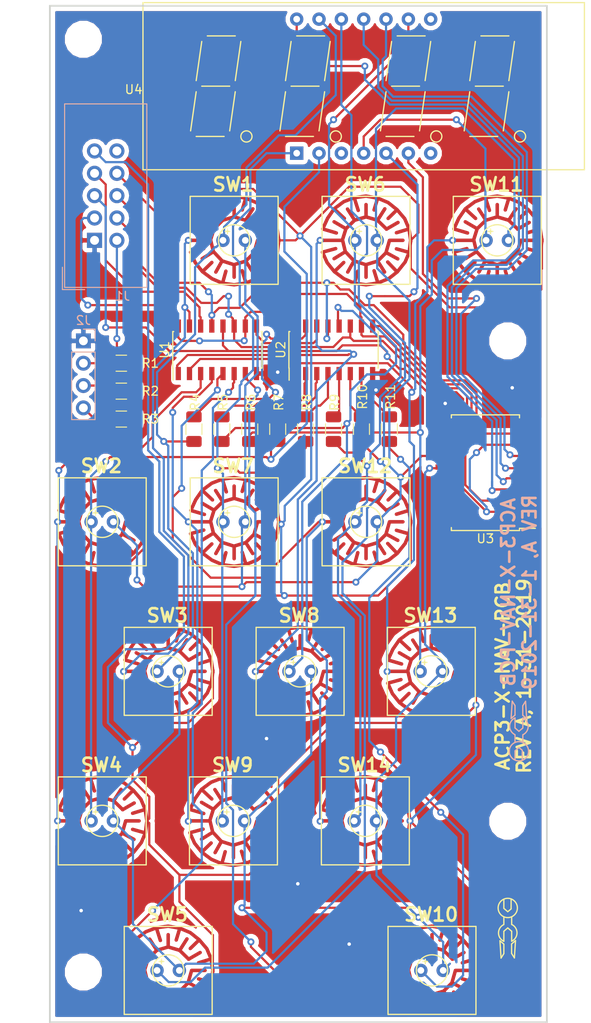
<source format=kicad_pcb>
(kicad_pcb (version 20171130) (host pcbnew "(5.0.0)")

  (general
    (thickness 1.6)
    (drawings 6)
    (tracks 831)
    (zones 0)
    (modules 37)
    (nets 54)
  )

  (page A4)
  (layers
    (0 F.Cu signal)
    (31 B.Cu signal)
    (32 B.Adhes user)
    (33 F.Adhes user)
    (34 B.Paste user)
    (35 F.Paste user)
    (36 B.SilkS user)
    (37 F.SilkS user)
    (38 B.Mask user)
    (39 F.Mask user)
    (40 Dwgs.User user)
    (41 Cmts.User user)
    (42 Eco1.User user)
    (43 Eco2.User user)
    (44 Edge.Cuts user)
    (45 Margin user)
    (46 B.CrtYd user)
    (47 F.CrtYd user)
    (48 B.Fab user)
    (49 F.Fab user)
  )

  (setup
    (last_trace_width 0.25)
    (trace_clearance 0.2)
    (zone_clearance 0.508)
    (zone_45_only no)
    (trace_min 0.2)
    (segment_width 0.2)
    (edge_width 0.15)
    (via_size 0.8)
    (via_drill 0.4)
    (via_min_size 0.4)
    (via_min_drill 0.3)
    (uvia_size 0.3)
    (uvia_drill 0.1)
    (uvias_allowed no)
    (uvia_min_size 0.2)
    (uvia_min_drill 0.1)
    (pcb_text_width 0.3)
    (pcb_text_size 1.5 1.5)
    (mod_edge_width 0.15)
    (mod_text_size 1 1)
    (mod_text_width 0.15)
    (pad_size 1.524 1.524)
    (pad_drill 0.762)
    (pad_to_mask_clearance 0.0508)
    (aux_axis_origin 0 0)
    (grid_origin 100.711 72.644)
    (visible_elements 7FFFFFFF)
    (pcbplotparams
      (layerselection 0x010fc_ffffffff)
      (usegerberextensions false)
      (usegerberattributes false)
      (usegerberadvancedattributes false)
      (creategerberjobfile false)
      (excludeedgelayer true)
      (linewidth 0.100000)
      (plotframeref false)
      (viasonmask false)
      (mode 1)
      (useauxorigin false)
      (hpglpennumber 1)
      (hpglpenspeed 20)
      (hpglpendiameter 15.000000)
      (psnegative false)
      (psa4output false)
      (plotreference true)
      (plotvalue true)
      (plotinvisibletext false)
      (padsonsilk false)
      (subtractmaskfromsilk false)
      (outputformat 1)
      (mirror false)
      (drillshape 1)
      (scaleselection 1)
      (outputdirectory ""))
  )

  (net 0 "")
  (net 1 GND)
  (net 2 5V)
  (net 3 VCC)
  (net 4 SRCLK)
  (net 5 RCLK)
  (net 6 OE)
  (net 7 SER)
  (net 8 6)
  (net 9 7)
  (net 10 22)
  (net 11 "Net-(J2-Pad2)")
  (net 12 "Net-(J2-Pad3)")
  (net 13 "Net-(J2-Pad4)")
  (net 14 LA)
  (net 15 "Net-(R4-Pad2)")
  (net 16 "Net-(R5-Pad2)")
  (net 17 LB)
  (net 18 LC)
  (net 19 "Net-(R6-Pad2)")
  (net 20 "Net-(R7-Pad2)")
  (net 21 LD)
  (net 22 LE)
  (net 23 "Net-(R8-Pad2)")
  (net 24 "Net-(R9-Pad2)")
  (net 25 LF)
  (net 26 LG)
  (net 27 "Net-(R10-Pad2)")
  (net 28 "Net-(R11-Pad2)")
  (net 29 LH)
  (net 30 D4)
  (net 31 BA)
  (net 32 BD)
  (net 33 D5)
  (net 34 BG)
  (net 35 BB)
  (net 36 BE)
  (net 37 BH)
  (net 38 BC)
  (net 39 BF)
  (net 40 "Net-(U1-Pad9)")
  (net 41 "Net-(U2-Pad9)")
  (net 42 "Net-(U3-Pad1)")
  (net 43 D0)
  (net 44 D1)
  (net 45 D2)
  (net 46 D3)
  (net 47 D6)
  (net 48 D7)
  (net 49 "Net-(U3-Pad18)")
  (net 50 "Net-(U3-Pad20)")
  (net 51 "Net-(U4-Pad3)")
  (net 52 "Net-(U4-Pad7)")
  (net 53 "Net-(U4-Pad8)")

  (net_class Default "This is the default net class."
    (clearance 0.2)
    (trace_width 0.25)
    (via_dia 0.8)
    (via_drill 0.4)
    (uvia_dia 0.3)
    (uvia_drill 0.1)
    (add_net 22)
    (add_net 5V)
    (add_net 6)
    (add_net 7)
    (add_net BA)
    (add_net BB)
    (add_net BC)
    (add_net BD)
    (add_net BE)
    (add_net BF)
    (add_net BG)
    (add_net BH)
    (add_net D0)
    (add_net D1)
    (add_net D2)
    (add_net D3)
    (add_net D4)
    (add_net D5)
    (add_net D6)
    (add_net D7)
    (add_net GND)
    (add_net LA)
    (add_net LB)
    (add_net LC)
    (add_net LD)
    (add_net LE)
    (add_net LF)
    (add_net LG)
    (add_net LH)
    (add_net "Net-(J2-Pad2)")
    (add_net "Net-(J2-Pad3)")
    (add_net "Net-(J2-Pad4)")
    (add_net "Net-(R10-Pad2)")
    (add_net "Net-(R11-Pad2)")
    (add_net "Net-(R4-Pad2)")
    (add_net "Net-(R5-Pad2)")
    (add_net "Net-(R6-Pad2)")
    (add_net "Net-(R7-Pad2)")
    (add_net "Net-(R8-Pad2)")
    (add_net "Net-(R9-Pad2)")
    (add_net "Net-(U1-Pad9)")
    (add_net "Net-(U2-Pad9)")
    (add_net "Net-(U3-Pad1)")
    (add_net "Net-(U3-Pad18)")
    (add_net "Net-(U3-Pad20)")
    (add_net "Net-(U4-Pad3)")
    (add_net "Net-(U4-Pad7)")
    (add_net "Net-(U4-Pad8)")
    (add_net OE)
    (add_net RCLK)
    (add_net SER)
    (add_net SRCLK)
    (add_net VCC)
  )

  (module AOR_custom:AOR_LOGO (layer F.Cu) (tedit 5C26ADAA) (tstamp 5C53AEDE)
    (at 147.701 150.749 90)
    (fp_text reference G*** (at 0 0 90) (layer F.SilkS) hide
      (effects (font (size 1.524 1.524) (thickness 0.3)))
    )
    (fp_text value AOR_LOGO (at 0.75 0 90) (layer F.SilkS) hide
      (effects (font (size 1.524 1.524) (thickness 0.3)))
    )
    (fp_circle (center 2.205821 0) (end 3.285321 0.1905) (layer F.SilkS) (width 0.15))
    (fp_arc (start -0.622642 0) (end -1.575141 0.444499) (angle -128.4180553) (layer F.SilkS) (width 0.15))
    (fp_arc (start -0.635 0) (end -1.587499 -0.444499) (angle 128.4180553) (layer F.SilkS) (width 0.15))
    (fp_line (start -1.5875 -0.4445) (end -0.4445 -0.4445) (layer F.SilkS) (width 0.15))
    (fp_line (start -0.4445 -0.4445) (end -0.0635 0) (layer F.SilkS) (width 0.15))
    (fp_line (start -0.0635 0) (end -0.4445 0.4445) (layer F.SilkS) (width 0.15))
    (fp_line (start -0.4445 0.4445) (end -1.5875 0.4445) (layer F.SilkS) (width 0.15))
    (fp_line (start 0.3175 -0.4445) (end 1.2065 -0.4445) (layer F.SilkS) (width 0.15))
    (fp_line (start 0.3175 0.4445) (end 1.2065 0.4445) (layer F.SilkS) (width 0.15))
    (fp_line (start 1.778 0) (end 2.159 -0.4445) (layer F.SilkS) (width 0.15))
    (fp_line (start 2.159 -0.4445) (end 3.175 -0.4445) (layer F.SilkS) (width 0.15))
    (fp_line (start 1.778 0) (end 2.0955 0.381) (layer F.SilkS) (width 0.15))
    (fp_line (start 2.0955 0.381) (end 3.2385 0.381) (layer F.SilkS) (width 0.15))
    (fp_line (start -1.905 -0.4445) (end -2.9845 -0.4445) (layer F.SilkS) (width 0.15))
    (fp_line (start -2.9845 -0.4445) (end -3.4925 -0.762) (layer F.SilkS) (width 0.15))
    (fp_line (start -3.4925 -0.762) (end -1.524 -0.889) (layer F.SilkS) (width 0.15))
    (fp_line (start -1.524 -0.889) (end -1.905 -0.4445) (layer F.SilkS) (width 0.15))
    (fp_line (start -1.505128 0.88103) (end -1.886128 0.43653) (layer F.SilkS) (width 0.15))
    (fp_line (start -1.886128 0.43653) (end -2.965628 0.43653) (layer F.SilkS) (width 0.15))
    (fp_line (start -3.473628 0.75403) (end -1.505128 0.88103) (layer F.SilkS) (width 0.15))
    (fp_line (start -2.965628 0.43653) (end -3.473628 0.75403) (layer F.SilkS) (width 0.15))
  )

  (module MountingHole:MountingHole_3.2mm_M3 (layer F.Cu) (tedit 5C4E302C) (tstamp 5C514612)
    (at 147.701 84.074)
    (descr "Mounting Hole 3.2mm, no annular, M3")
    (tags "mounting hole 3.2mm no annular m3")
    (attr virtual)
    (fp_text reference "" (at 0 -4.2) (layer F.SilkS)
      (effects (font (size 1 1) (thickness 0.15)))
    )
    (fp_text value MountingHole_3.2mm_M3 (at 0 4.2) (layer F.Fab)
      (effects (font (size 1 1) (thickness 0.15)))
    )
    (fp_circle (center 0 0) (end 3.45 0) (layer F.CrtYd) (width 0.05))
    (fp_circle (center 0 0) (end 3.2 0) (layer Cmts.User) (width 0.15))
    (fp_text user %R (at 0.3 0) (layer F.Fab)
      (effects (font (size 1 1) (thickness 0.15)))
    )
    (pad 1 np_thru_hole circle (at 0 0) (size 3.2 3.2) (drill 3.2) (layers *.Cu *.Mask))
  )

  (module MountingHole:MountingHole_3.2mm_M3 (layer F.Cu) (tedit 5C4E302C) (tstamp 5C4E6B5D)
    (at 99.441 49.784)
    (descr "Mounting Hole 3.2mm, no annular, M3")
    (tags "mounting hole 3.2mm no annular m3")
    (attr virtual)
    (fp_text reference "" (at 0 -4.2) (layer F.SilkS)
      (effects (font (size 1 1) (thickness 0.15)))
    )
    (fp_text value MountingHole_3.2mm_M3 (at 0 4.2) (layer F.Fab)
      (effects (font (size 1 1) (thickness 0.15)))
    )
    (fp_circle (center 0 0) (end 3.45 0) (layer F.CrtYd) (width 0.05))
    (fp_circle (center 0 0) (end 3.2 0) (layer Cmts.User) (width 0.15))
    (fp_text user %R (at 0.3 0) (layer F.Fab)
      (effects (font (size 1 1) (thickness 0.15)))
    )
    (pad 1 np_thru_hole circle (at 0 0) (size 3.2 3.2) (drill 3.2) (layers *.Cu *.Mask))
  )

  (module MountingHole:MountingHole_3.2mm_M3 (layer F.Cu) (tedit 5C4E302C) (tstamp 5C4E6A2E)
    (at 147.701 138.684)
    (descr "Mounting Hole 3.2mm, no annular, M3")
    (tags "mounting hole 3.2mm no annular m3")
    (attr virtual)
    (fp_text reference "" (at 0 -4.2) (layer F.SilkS)
      (effects (font (size 1 1) (thickness 0.15)))
    )
    (fp_text value MountingHole_3.2mm_M3 (at 0 4.2) (layer F.Fab)
      (effects (font (size 1 1) (thickness 0.15)))
    )
    (fp_text user %R (at 0.3 0) (layer F.Fab)
      (effects (font (size 1 1) (thickness 0.15)))
    )
    (fp_circle (center 0 0) (end 3.2 0) (layer Cmts.User) (width 0.15))
    (fp_circle (center 0 0) (end 3.45 0) (layer F.CrtYd) (width 0.05))
    (pad 1 np_thru_hole circle (at 0 0) (size 3.2 3.2) (drill 3.2) (layers *.Cu *.Mask))
  )

  (module Connector_IDC:IDC-Header_2x05_P2.54mm_Vertical (layer B.Cu) (tedit 59DE0611) (tstamp 5C4E4AED)
    (at 100.711 72.644)
    (descr "Through hole straight IDC box header, 2x05, 2.54mm pitch, double rows")
    (tags "Through hole IDC box header THT 2x05 2.54mm double row")
    (path /5C4DFC44)
    (fp_text reference J1 (at 3.175 6.35) (layer B.SilkS)
      (effects (font (size 1 1) (thickness 0.15)) (justify mirror))
    )
    (fp_text value Conn_01x10 (at 1.27 -16.764) (layer B.Fab)
      (effects (font (size 1 1) (thickness 0.15)) (justify mirror))
    )
    (fp_text user %R (at 1.27 -5.08) (layer B.Fab)
      (effects (font (size 1 1) (thickness 0.15)) (justify mirror))
    )
    (fp_line (start 5.695 5.1) (end 5.695 -15.26) (layer B.Fab) (width 0.1))
    (fp_line (start 5.145 4.56) (end 5.145 -14.7) (layer B.Fab) (width 0.1))
    (fp_line (start -3.155 5.1) (end -3.155 -15.26) (layer B.Fab) (width 0.1))
    (fp_line (start -2.605 4.56) (end -2.605 -2.83) (layer B.Fab) (width 0.1))
    (fp_line (start -2.605 -7.33) (end -2.605 -14.7) (layer B.Fab) (width 0.1))
    (fp_line (start -2.605 -2.83) (end -3.155 -2.83) (layer B.Fab) (width 0.1))
    (fp_line (start -2.605 -7.33) (end -3.155 -7.33) (layer B.Fab) (width 0.1))
    (fp_line (start 5.695 5.1) (end -3.155 5.1) (layer B.Fab) (width 0.1))
    (fp_line (start 5.145 4.56) (end -2.605 4.56) (layer B.Fab) (width 0.1))
    (fp_line (start 5.695 -15.26) (end -3.155 -15.26) (layer B.Fab) (width 0.1))
    (fp_line (start 5.145 -14.7) (end -2.605 -14.7) (layer B.Fab) (width 0.1))
    (fp_line (start 5.695 5.1) (end 5.145 4.56) (layer B.Fab) (width 0.1))
    (fp_line (start 5.695 -15.26) (end 5.145 -14.7) (layer B.Fab) (width 0.1))
    (fp_line (start -3.155 5.1) (end -2.605 4.56) (layer B.Fab) (width 0.1))
    (fp_line (start -3.155 -15.26) (end -2.605 -14.7) (layer B.Fab) (width 0.1))
    (fp_line (start 5.95 5.35) (end 5.95 -15.51) (layer B.CrtYd) (width 0.05))
    (fp_line (start 5.95 -15.51) (end -3.41 -15.51) (layer B.CrtYd) (width 0.05))
    (fp_line (start -3.41 -15.51) (end -3.41 5.35) (layer B.CrtYd) (width 0.05))
    (fp_line (start -3.41 5.35) (end 5.95 5.35) (layer B.CrtYd) (width 0.05))
    (fp_line (start 5.945 5.35) (end 5.945 -15.51) (layer B.SilkS) (width 0.12))
    (fp_line (start 5.945 -15.51) (end -3.405 -15.51) (layer B.SilkS) (width 0.12))
    (fp_line (start -3.405 -15.51) (end -3.405 5.35) (layer B.SilkS) (width 0.12))
    (fp_line (start -3.405 5.35) (end 5.945 5.35) (layer B.SilkS) (width 0.12))
    (fp_line (start -3.655 5.6) (end -3.655 3.06) (layer B.SilkS) (width 0.12))
    (fp_line (start -3.655 5.6) (end -1.115 5.6) (layer B.SilkS) (width 0.12))
    (pad 1 thru_hole rect (at 0 0) (size 1.7272 1.7272) (drill 1.016) (layers *.Cu *.Mask)
      (net 1 GND))
    (pad 2 thru_hole oval (at 2.54 0) (size 1.7272 1.7272) (drill 1.016) (layers *.Cu *.Mask)
      (net 2 5V))
    (pad 3 thru_hole oval (at 0 -2.54) (size 1.7272 1.7272) (drill 1.016) (layers *.Cu *.Mask)
      (net 3 VCC))
    (pad 4 thru_hole oval (at 2.54 -2.54) (size 1.7272 1.7272) (drill 1.016) (layers *.Cu *.Mask)
      (net 4 SRCLK))
    (pad 5 thru_hole oval (at 0 -5.08) (size 1.7272 1.7272) (drill 1.016) (layers *.Cu *.Mask)
      (net 5 RCLK))
    (pad 6 thru_hole oval (at 2.54 -5.08) (size 1.7272 1.7272) (drill 1.016) (layers *.Cu *.Mask)
      (net 6 OE))
    (pad 7 thru_hole oval (at 0 -7.62) (size 1.7272 1.7272) (drill 1.016) (layers *.Cu *.Mask)
      (net 7 SER))
    (pad 8 thru_hole oval (at 2.54 -7.62) (size 1.7272 1.7272) (drill 1.016) (layers *.Cu *.Mask)
      (net 8 6))
    (pad 9 thru_hole oval (at 0 -10.16) (size 1.7272 1.7272) (drill 1.016) (layers *.Cu *.Mask)
      (net 9 7))
    (pad 10 thru_hole oval (at 2.54 -10.16) (size 1.7272 1.7272) (drill 1.016) (layers *.Cu *.Mask)
      (net 10 22))
    (model ${KISYS3DMOD}/Connector_IDC.3dshapes/IDC-Header_2x05_P2.54mm_Vertical.wrl
      (at (xyz 0 0 0))
      (scale (xyz 1 1 1))
      (rotate (xyz 0 0 0))
    )
  )

  (module Connector_PinHeader_2.54mm:PinHeader_1x04_P2.54mm_Vertical (layer B.Cu) (tedit 59FED5CC) (tstamp 5C4E3408)
    (at 99.441 84.074 180)
    (descr "Through hole straight pin header, 1x04, 2.54mm pitch, single row")
    (tags "Through hole pin header THT 1x04 2.54mm single row")
    (path /5C4E982F)
    (fp_text reference J2 (at 0 2.33 180) (layer B.SilkS)
      (effects (font (size 1 1) (thickness 0.15)) (justify mirror))
    )
    (fp_text value Conn_01x04 (at 0 -9.95 180) (layer B.Fab)
      (effects (font (size 1 1) (thickness 0.15)) (justify mirror))
    )
    (fp_line (start -0.635 1.27) (end 1.27 1.27) (layer B.Fab) (width 0.1))
    (fp_line (start 1.27 1.27) (end 1.27 -8.89) (layer B.Fab) (width 0.1))
    (fp_line (start 1.27 -8.89) (end -1.27 -8.89) (layer B.Fab) (width 0.1))
    (fp_line (start -1.27 -8.89) (end -1.27 0.635) (layer B.Fab) (width 0.1))
    (fp_line (start -1.27 0.635) (end -0.635 1.27) (layer B.Fab) (width 0.1))
    (fp_line (start -1.33 -8.95) (end 1.33 -8.95) (layer B.SilkS) (width 0.12))
    (fp_line (start -1.33 -1.27) (end -1.33 -8.95) (layer B.SilkS) (width 0.12))
    (fp_line (start 1.33 -1.27) (end 1.33 -8.95) (layer B.SilkS) (width 0.12))
    (fp_line (start -1.33 -1.27) (end 1.33 -1.27) (layer B.SilkS) (width 0.12))
    (fp_line (start -1.33 0) (end -1.33 1.33) (layer B.SilkS) (width 0.12))
    (fp_line (start -1.33 1.33) (end 0 1.33) (layer B.SilkS) (width 0.12))
    (fp_line (start -1.8 1.8) (end -1.8 -9.4) (layer B.CrtYd) (width 0.05))
    (fp_line (start -1.8 -9.4) (end 1.8 -9.4) (layer B.CrtYd) (width 0.05))
    (fp_line (start 1.8 -9.4) (end 1.8 1.8) (layer B.CrtYd) (width 0.05))
    (fp_line (start 1.8 1.8) (end -1.8 1.8) (layer B.CrtYd) (width 0.05))
    (fp_text user %R (at 0 -3.81 90) (layer B.Fab)
      (effects (font (size 1 1) (thickness 0.15)) (justify mirror))
    )
    (pad 1 thru_hole rect (at 0 0 180) (size 1.7 1.7) (drill 1) (layers *.Cu *.Mask)
      (net 1 GND))
    (pad 2 thru_hole oval (at 0 -2.54 180) (size 1.7 1.7) (drill 1) (layers *.Cu *.Mask)
      (net 11 "Net-(J2-Pad2)"))
    (pad 3 thru_hole oval (at 0 -5.08 180) (size 1.7 1.7) (drill 1) (layers *.Cu *.Mask)
      (net 12 "Net-(J2-Pad3)"))
    (pad 4 thru_hole oval (at 0 -7.62 180) (size 1.7 1.7) (drill 1) (layers *.Cu *.Mask)
      (net 13 "Net-(J2-Pad4)"))
    (model ${KISYS3DMOD}/Connector_PinHeader_2.54mm.3dshapes/PinHeader_1x04_P2.54mm_Vertical.wrl
      (at (xyz 0 0 0))
      (scale (xyz 1 1 1))
      (rotate (xyz 0 0 0))
    )
  )

  (module Resistor_SMD:R_1206_3216Metric (layer F.Cu) (tedit 5B301BBD) (tstamp 5C4E3419)
    (at 103.756 86.614)
    (descr "Resistor SMD 1206 (3216 Metric), square (rectangular) end terminal, IPC_7351 nominal, (Body size source: http://www.tortai-tech.com/upload/download/2011102023233369053.pdf), generated with kicad-footprint-generator")
    (tags resistor)
    (path /5C4E99F3)
    (attr smd)
    (fp_text reference R1 (at 3.305 0) (layer F.SilkS)
      (effects (font (size 1 1) (thickness 0.15)))
    )
    (fp_text value 56 (at 0 1.82) (layer F.Fab)
      (effects (font (size 1 1) (thickness 0.15)))
    )
    (fp_line (start -1.6 0.8) (end -1.6 -0.8) (layer F.Fab) (width 0.1))
    (fp_line (start -1.6 -0.8) (end 1.6 -0.8) (layer F.Fab) (width 0.1))
    (fp_line (start 1.6 -0.8) (end 1.6 0.8) (layer F.Fab) (width 0.1))
    (fp_line (start 1.6 0.8) (end -1.6 0.8) (layer F.Fab) (width 0.1))
    (fp_line (start -0.602064 -0.91) (end 0.602064 -0.91) (layer F.SilkS) (width 0.12))
    (fp_line (start -0.602064 0.91) (end 0.602064 0.91) (layer F.SilkS) (width 0.12))
    (fp_line (start -2.28 1.12) (end -2.28 -1.12) (layer F.CrtYd) (width 0.05))
    (fp_line (start -2.28 -1.12) (end 2.28 -1.12) (layer F.CrtYd) (width 0.05))
    (fp_line (start 2.28 -1.12) (end 2.28 1.12) (layer F.CrtYd) (width 0.05))
    (fp_line (start 2.28 1.12) (end -2.28 1.12) (layer F.CrtYd) (width 0.05))
    (fp_text user %R (at 0 0) (layer F.Fab)
      (effects (font (size 0.8 0.8) (thickness 0.12)))
    )
    (pad 1 smd roundrect (at -1.4 0) (size 1.25 1.75) (layers F.Cu F.Paste F.Mask) (roundrect_rratio 0.2)
      (net 11 "Net-(J2-Pad2)"))
    (pad 2 smd roundrect (at 1.4 0) (size 1.25 1.75) (layers F.Cu F.Paste F.Mask) (roundrect_rratio 0.2)
      (net 2 5V))
    (model ${KISYS3DMOD}/Resistor_SMD.3dshapes/R_1206_3216Metric.wrl
      (at (xyz 0 0 0))
      (scale (xyz 1 1 1))
      (rotate (xyz 0 0 0))
    )
  )

  (module Resistor_SMD:R_1206_3216Metric (layer F.Cu) (tedit 5B301BBD) (tstamp 5C4E342A)
    (at 103.756 89.789)
    (descr "Resistor SMD 1206 (3216 Metric), square (rectangular) end terminal, IPC_7351 nominal, (Body size source: http://www.tortai-tech.com/upload/download/2011102023233369053.pdf), generated with kicad-footprint-generator")
    (tags resistor)
    (path /5C4E9AC0)
    (attr smd)
    (fp_text reference R2 (at 3.305 0) (layer F.SilkS)
      (effects (font (size 1 1) (thickness 0.15)))
    )
    (fp_text value 56 (at 0 1.82) (layer F.Fab)
      (effects (font (size 1 1) (thickness 0.15)))
    )
    (fp_text user %R (at 0 0) (layer F.Fab)
      (effects (font (size 0.8 0.8) (thickness 0.12)))
    )
    (fp_line (start 2.28 1.12) (end -2.28 1.12) (layer F.CrtYd) (width 0.05))
    (fp_line (start 2.28 -1.12) (end 2.28 1.12) (layer F.CrtYd) (width 0.05))
    (fp_line (start -2.28 -1.12) (end 2.28 -1.12) (layer F.CrtYd) (width 0.05))
    (fp_line (start -2.28 1.12) (end -2.28 -1.12) (layer F.CrtYd) (width 0.05))
    (fp_line (start -0.602064 0.91) (end 0.602064 0.91) (layer F.SilkS) (width 0.12))
    (fp_line (start -0.602064 -0.91) (end 0.602064 -0.91) (layer F.SilkS) (width 0.12))
    (fp_line (start 1.6 0.8) (end -1.6 0.8) (layer F.Fab) (width 0.1))
    (fp_line (start 1.6 -0.8) (end 1.6 0.8) (layer F.Fab) (width 0.1))
    (fp_line (start -1.6 -0.8) (end 1.6 -0.8) (layer F.Fab) (width 0.1))
    (fp_line (start -1.6 0.8) (end -1.6 -0.8) (layer F.Fab) (width 0.1))
    (pad 2 smd roundrect (at 1.4 0) (size 1.25 1.75) (layers F.Cu F.Paste F.Mask) (roundrect_rratio 0.2)
      (net 2 5V))
    (pad 1 smd roundrect (at -1.4 0) (size 1.25 1.75) (layers F.Cu F.Paste F.Mask) (roundrect_rratio 0.2)
      (net 12 "Net-(J2-Pad3)"))
    (model ${KISYS3DMOD}/Resistor_SMD.3dshapes/R_1206_3216Metric.wrl
      (at (xyz 0 0 0))
      (scale (xyz 1 1 1))
      (rotate (xyz 0 0 0))
    )
  )

  (module Resistor_SMD:R_1206_3216Metric (layer F.Cu) (tedit 5B301BBD) (tstamp 5C4E343B)
    (at 103.756 92.964)
    (descr "Resistor SMD 1206 (3216 Metric), square (rectangular) end terminal, IPC_7351 nominal, (Body size source: http://www.tortai-tech.com/upload/download/2011102023233369053.pdf), generated with kicad-footprint-generator")
    (tags resistor)
    (path /5C4E9B10)
    (attr smd)
    (fp_text reference R3 (at 3.305 0) (layer F.SilkS)
      (effects (font (size 1 1) (thickness 0.15)))
    )
    (fp_text value 56 (at 0 1.82) (layer F.Fab)
      (effects (font (size 1 1) (thickness 0.15)))
    )
    (fp_line (start -1.6 0.8) (end -1.6 -0.8) (layer F.Fab) (width 0.1))
    (fp_line (start -1.6 -0.8) (end 1.6 -0.8) (layer F.Fab) (width 0.1))
    (fp_line (start 1.6 -0.8) (end 1.6 0.8) (layer F.Fab) (width 0.1))
    (fp_line (start 1.6 0.8) (end -1.6 0.8) (layer F.Fab) (width 0.1))
    (fp_line (start -0.602064 -0.91) (end 0.602064 -0.91) (layer F.SilkS) (width 0.12))
    (fp_line (start -0.602064 0.91) (end 0.602064 0.91) (layer F.SilkS) (width 0.12))
    (fp_line (start -2.28 1.12) (end -2.28 -1.12) (layer F.CrtYd) (width 0.05))
    (fp_line (start -2.28 -1.12) (end 2.28 -1.12) (layer F.CrtYd) (width 0.05))
    (fp_line (start 2.28 -1.12) (end 2.28 1.12) (layer F.CrtYd) (width 0.05))
    (fp_line (start 2.28 1.12) (end -2.28 1.12) (layer F.CrtYd) (width 0.05))
    (fp_text user %R (at 0 0) (layer F.Fab)
      (effects (font (size 0.8 0.8) (thickness 0.12)))
    )
    (pad 1 smd roundrect (at -1.4 0) (size 1.25 1.75) (layers F.Cu F.Paste F.Mask) (roundrect_rratio 0.2)
      (net 13 "Net-(J2-Pad4)"))
    (pad 2 smd roundrect (at 1.4 0) (size 1.25 1.75) (layers F.Cu F.Paste F.Mask) (roundrect_rratio 0.2)
      (net 2 5V))
    (model ${KISYS3DMOD}/Resistor_SMD.3dshapes/R_1206_3216Metric.wrl
      (at (xyz 0 0 0))
      (scale (xyz 1 1 1))
      (rotate (xyz 0 0 0))
    )
  )

  (module Resistor_SMD:R_1206_3216Metric (layer F.Cu) (tedit 5B301BBD) (tstamp 5C4E344C)
    (at 112.014 94.11 90)
    (descr "Resistor SMD 1206 (3216 Metric), square (rectangular) end terminal, IPC_7351 nominal, (Body size source: http://www.tortai-tech.com/upload/download/2011102023233369053.pdf), generated with kicad-footprint-generator")
    (tags resistor)
    (path /5C4E3393)
    (attr smd)
    (fp_text reference R4 (at 3.051 0.127 90) (layer F.SilkS)
      (effects (font (size 1 1) (thickness 0.15)))
    )
    (fp_text value 100 (at 0 1.82 90) (layer F.Fab)
      (effects (font (size 1 1) (thickness 0.15)))
    )
    (fp_line (start -1.6 0.8) (end -1.6 -0.8) (layer F.Fab) (width 0.1))
    (fp_line (start -1.6 -0.8) (end 1.6 -0.8) (layer F.Fab) (width 0.1))
    (fp_line (start 1.6 -0.8) (end 1.6 0.8) (layer F.Fab) (width 0.1))
    (fp_line (start 1.6 0.8) (end -1.6 0.8) (layer F.Fab) (width 0.1))
    (fp_line (start -0.602064 -0.91) (end 0.602064 -0.91) (layer F.SilkS) (width 0.12))
    (fp_line (start -0.602064 0.91) (end 0.602064 0.91) (layer F.SilkS) (width 0.12))
    (fp_line (start -2.28 1.12) (end -2.28 -1.12) (layer F.CrtYd) (width 0.05))
    (fp_line (start -2.28 -1.12) (end 2.28 -1.12) (layer F.CrtYd) (width 0.05))
    (fp_line (start 2.28 -1.12) (end 2.28 1.12) (layer F.CrtYd) (width 0.05))
    (fp_line (start 2.28 1.12) (end -2.28 1.12) (layer F.CrtYd) (width 0.05))
    (fp_text user %R (at 0 0 90) (layer F.Fab)
      (effects (font (size 0.8 0.8) (thickness 0.12)))
    )
    (pad 1 smd roundrect (at -1.4 0 90) (size 1.25 1.75) (layers F.Cu F.Paste F.Mask) (roundrect_rratio 0.2)
      (net 14 LA))
    (pad 2 smd roundrect (at 1.4 0 90) (size 1.25 1.75) (layers F.Cu F.Paste F.Mask) (roundrect_rratio 0.2)
      (net 15 "Net-(R4-Pad2)"))
    (model ${KISYS3DMOD}/Resistor_SMD.3dshapes/R_1206_3216Metric.wrl
      (at (xyz 0 0 0))
      (scale (xyz 1 1 1))
      (rotate (xyz 0 0 0))
    )
  )

  (module Resistor_SMD:R_1206_3216Metric (layer F.Cu) (tedit 5B301BBD) (tstamp 5C4E345D)
    (at 115.189 94.11 90)
    (descr "Resistor SMD 1206 (3216 Metric), square (rectangular) end terminal, IPC_7351 nominal, (Body size source: http://www.tortai-tech.com/upload/download/2011102023233369053.pdf), generated with kicad-footprint-generator")
    (tags resistor)
    (path /5C4E3640)
    (attr smd)
    (fp_text reference R5 (at 3.051 0.127 90) (layer F.SilkS)
      (effects (font (size 1 1) (thickness 0.15)))
    )
    (fp_text value 100 (at 0 1.82 90) (layer F.Fab)
      (effects (font (size 1 1) (thickness 0.15)))
    )
    (fp_text user %R (at 0 0 90) (layer F.Fab)
      (effects (font (size 0.8 0.8) (thickness 0.12)))
    )
    (fp_line (start 2.28 1.12) (end -2.28 1.12) (layer F.CrtYd) (width 0.05))
    (fp_line (start 2.28 -1.12) (end 2.28 1.12) (layer F.CrtYd) (width 0.05))
    (fp_line (start -2.28 -1.12) (end 2.28 -1.12) (layer F.CrtYd) (width 0.05))
    (fp_line (start -2.28 1.12) (end -2.28 -1.12) (layer F.CrtYd) (width 0.05))
    (fp_line (start -0.602064 0.91) (end 0.602064 0.91) (layer F.SilkS) (width 0.12))
    (fp_line (start -0.602064 -0.91) (end 0.602064 -0.91) (layer F.SilkS) (width 0.12))
    (fp_line (start 1.6 0.8) (end -1.6 0.8) (layer F.Fab) (width 0.1))
    (fp_line (start 1.6 -0.8) (end 1.6 0.8) (layer F.Fab) (width 0.1))
    (fp_line (start -1.6 -0.8) (end 1.6 -0.8) (layer F.Fab) (width 0.1))
    (fp_line (start -1.6 0.8) (end -1.6 -0.8) (layer F.Fab) (width 0.1))
    (pad 2 smd roundrect (at 1.4 0 90) (size 1.25 1.75) (layers F.Cu F.Paste F.Mask) (roundrect_rratio 0.2)
      (net 16 "Net-(R5-Pad2)"))
    (pad 1 smd roundrect (at -1.4 0 90) (size 1.25 1.75) (layers F.Cu F.Paste F.Mask) (roundrect_rratio 0.2)
      (net 17 LB))
    (model ${KISYS3DMOD}/Resistor_SMD.3dshapes/R_1206_3216Metric.wrl
      (at (xyz 0 0 0))
      (scale (xyz 1 1 1))
      (rotate (xyz 0 0 0))
    )
  )

  (module Resistor_SMD:R_1206_3216Metric (layer F.Cu) (tedit 5B301BBD) (tstamp 5C4E346E)
    (at 118.364 94.11 90)
    (descr "Resistor SMD 1206 (3216 Metric), square (rectangular) end terminal, IPC_7351 nominal, (Body size source: http://www.tortai-tech.com/upload/download/2011102023233369053.pdf), generated with kicad-footprint-generator")
    (tags resistor)
    (path /5C4E367A)
    (attr smd)
    (fp_text reference R6 (at 3.051 0.127 90) (layer F.SilkS)
      (effects (font (size 1 1) (thickness 0.15)))
    )
    (fp_text value 100 (at 0 1.82 90) (layer F.Fab)
      (effects (font (size 1 1) (thickness 0.15)))
    )
    (fp_line (start -1.6 0.8) (end -1.6 -0.8) (layer F.Fab) (width 0.1))
    (fp_line (start -1.6 -0.8) (end 1.6 -0.8) (layer F.Fab) (width 0.1))
    (fp_line (start 1.6 -0.8) (end 1.6 0.8) (layer F.Fab) (width 0.1))
    (fp_line (start 1.6 0.8) (end -1.6 0.8) (layer F.Fab) (width 0.1))
    (fp_line (start -0.602064 -0.91) (end 0.602064 -0.91) (layer F.SilkS) (width 0.12))
    (fp_line (start -0.602064 0.91) (end 0.602064 0.91) (layer F.SilkS) (width 0.12))
    (fp_line (start -2.28 1.12) (end -2.28 -1.12) (layer F.CrtYd) (width 0.05))
    (fp_line (start -2.28 -1.12) (end 2.28 -1.12) (layer F.CrtYd) (width 0.05))
    (fp_line (start 2.28 -1.12) (end 2.28 1.12) (layer F.CrtYd) (width 0.05))
    (fp_line (start 2.28 1.12) (end -2.28 1.12) (layer F.CrtYd) (width 0.05))
    (fp_text user %R (at 0 0 90) (layer F.Fab)
      (effects (font (size 0.8 0.8) (thickness 0.12)))
    )
    (pad 1 smd roundrect (at -1.4 0 90) (size 1.25 1.75) (layers F.Cu F.Paste F.Mask) (roundrect_rratio 0.2)
      (net 18 LC))
    (pad 2 smd roundrect (at 1.4 0 90) (size 1.25 1.75) (layers F.Cu F.Paste F.Mask) (roundrect_rratio 0.2)
      (net 19 "Net-(R6-Pad2)"))
    (model ${KISYS3DMOD}/Resistor_SMD.3dshapes/R_1206_3216Metric.wrl
      (at (xyz 0 0 0))
      (scale (xyz 1 1 1))
      (rotate (xyz 0 0 0))
    )
  )

  (module Resistor_SMD:R_1206_3216Metric (layer F.Cu) (tedit 5B301BBD) (tstamp 5C4E347F)
    (at 121.539 94.11 90)
    (descr "Resistor SMD 1206 (3216 Metric), square (rectangular) end terminal, IPC_7351 nominal, (Body size source: http://www.tortai-tech.com/upload/download/2011102023233369053.pdf), generated with kicad-footprint-generator")
    (tags resistor)
    (path /5C4E36B6)
    (attr smd)
    (fp_text reference R7 (at 3.051 0.127 90) (layer F.SilkS)
      (effects (font (size 1 1) (thickness 0.15)))
    )
    (fp_text value 100 (at 0 1.82 90) (layer F.Fab)
      (effects (font (size 1 1) (thickness 0.15)))
    )
    (fp_text user %R (at 0 0 90) (layer F.Fab)
      (effects (font (size 0.8 0.8) (thickness 0.12)))
    )
    (fp_line (start 2.28 1.12) (end -2.28 1.12) (layer F.CrtYd) (width 0.05))
    (fp_line (start 2.28 -1.12) (end 2.28 1.12) (layer F.CrtYd) (width 0.05))
    (fp_line (start -2.28 -1.12) (end 2.28 -1.12) (layer F.CrtYd) (width 0.05))
    (fp_line (start -2.28 1.12) (end -2.28 -1.12) (layer F.CrtYd) (width 0.05))
    (fp_line (start -0.602064 0.91) (end 0.602064 0.91) (layer F.SilkS) (width 0.12))
    (fp_line (start -0.602064 -0.91) (end 0.602064 -0.91) (layer F.SilkS) (width 0.12))
    (fp_line (start 1.6 0.8) (end -1.6 0.8) (layer F.Fab) (width 0.1))
    (fp_line (start 1.6 -0.8) (end 1.6 0.8) (layer F.Fab) (width 0.1))
    (fp_line (start -1.6 -0.8) (end 1.6 -0.8) (layer F.Fab) (width 0.1))
    (fp_line (start -1.6 0.8) (end -1.6 -0.8) (layer F.Fab) (width 0.1))
    (pad 2 smd roundrect (at 1.4 0 90) (size 1.25 1.75) (layers F.Cu F.Paste F.Mask) (roundrect_rratio 0.2)
      (net 20 "Net-(R7-Pad2)"))
    (pad 1 smd roundrect (at -1.4 0 90) (size 1.25 1.75) (layers F.Cu F.Paste F.Mask) (roundrect_rratio 0.2)
      (net 21 LD))
    (model ${KISYS3DMOD}/Resistor_SMD.3dshapes/R_1206_3216Metric.wrl
      (at (xyz 0 0 0))
      (scale (xyz 1 1 1))
      (rotate (xyz 0 0 0))
    )
  )

  (module Resistor_SMD:R_1206_3216Metric (layer F.Cu) (tedit 5B301BBD) (tstamp 5C4E3490)
    (at 124.714 94.11 90)
    (descr "Resistor SMD 1206 (3216 Metric), square (rectangular) end terminal, IPC_7351 nominal, (Body size source: http://www.tortai-tech.com/upload/download/2011102023233369053.pdf), generated with kicad-footprint-generator")
    (tags resistor)
    (path /5C4E36F8)
    (attr smd)
    (fp_text reference R8 (at 3.051 0.127 90) (layer F.SilkS)
      (effects (font (size 1 1) (thickness 0.15)))
    )
    (fp_text value 100 (at 0 1.82 90) (layer F.Fab)
      (effects (font (size 1 1) (thickness 0.15)))
    )
    (fp_line (start -1.6 0.8) (end -1.6 -0.8) (layer F.Fab) (width 0.1))
    (fp_line (start -1.6 -0.8) (end 1.6 -0.8) (layer F.Fab) (width 0.1))
    (fp_line (start 1.6 -0.8) (end 1.6 0.8) (layer F.Fab) (width 0.1))
    (fp_line (start 1.6 0.8) (end -1.6 0.8) (layer F.Fab) (width 0.1))
    (fp_line (start -0.602064 -0.91) (end 0.602064 -0.91) (layer F.SilkS) (width 0.12))
    (fp_line (start -0.602064 0.91) (end 0.602064 0.91) (layer F.SilkS) (width 0.12))
    (fp_line (start -2.28 1.12) (end -2.28 -1.12) (layer F.CrtYd) (width 0.05))
    (fp_line (start -2.28 -1.12) (end 2.28 -1.12) (layer F.CrtYd) (width 0.05))
    (fp_line (start 2.28 -1.12) (end 2.28 1.12) (layer F.CrtYd) (width 0.05))
    (fp_line (start 2.28 1.12) (end -2.28 1.12) (layer F.CrtYd) (width 0.05))
    (fp_text user %R (at 0 0 90) (layer F.Fab)
      (effects (font (size 0.8 0.8) (thickness 0.12)))
    )
    (pad 1 smd roundrect (at -1.4 0 90) (size 1.25 1.75) (layers F.Cu F.Paste F.Mask) (roundrect_rratio 0.2)
      (net 22 LE))
    (pad 2 smd roundrect (at 1.4 0 90) (size 1.25 1.75) (layers F.Cu F.Paste F.Mask) (roundrect_rratio 0.2)
      (net 23 "Net-(R8-Pad2)"))
    (model ${KISYS3DMOD}/Resistor_SMD.3dshapes/R_1206_3216Metric.wrl
      (at (xyz 0 0 0))
      (scale (xyz 1 1 1))
      (rotate (xyz 0 0 0))
    )
  )

  (module Resistor_SMD:R_1206_3216Metric (layer F.Cu) (tedit 5B301BBD) (tstamp 5C4E34A1)
    (at 127.889 94.11 90)
    (descr "Resistor SMD 1206 (3216 Metric), square (rectangular) end terminal, IPC_7351 nominal, (Body size source: http://www.tortai-tech.com/upload/download/2011102023233369053.pdf), generated with kicad-footprint-generator")
    (tags resistor)
    (path /5C4E3738)
    (attr smd)
    (fp_text reference R9 (at 3.051 0.127 90) (layer F.SilkS)
      (effects (font (size 1 1) (thickness 0.15)))
    )
    (fp_text value 100 (at 0 1.82 90) (layer F.Fab)
      (effects (font (size 1 1) (thickness 0.15)))
    )
    (fp_text user %R (at 0 0 90) (layer F.Fab)
      (effects (font (size 0.8 0.8) (thickness 0.12)))
    )
    (fp_line (start 2.28 1.12) (end -2.28 1.12) (layer F.CrtYd) (width 0.05))
    (fp_line (start 2.28 -1.12) (end 2.28 1.12) (layer F.CrtYd) (width 0.05))
    (fp_line (start -2.28 -1.12) (end 2.28 -1.12) (layer F.CrtYd) (width 0.05))
    (fp_line (start -2.28 1.12) (end -2.28 -1.12) (layer F.CrtYd) (width 0.05))
    (fp_line (start -0.602064 0.91) (end 0.602064 0.91) (layer F.SilkS) (width 0.12))
    (fp_line (start -0.602064 -0.91) (end 0.602064 -0.91) (layer F.SilkS) (width 0.12))
    (fp_line (start 1.6 0.8) (end -1.6 0.8) (layer F.Fab) (width 0.1))
    (fp_line (start 1.6 -0.8) (end 1.6 0.8) (layer F.Fab) (width 0.1))
    (fp_line (start -1.6 -0.8) (end 1.6 -0.8) (layer F.Fab) (width 0.1))
    (fp_line (start -1.6 0.8) (end -1.6 -0.8) (layer F.Fab) (width 0.1))
    (pad 2 smd roundrect (at 1.4 0 90) (size 1.25 1.75) (layers F.Cu F.Paste F.Mask) (roundrect_rratio 0.2)
      (net 24 "Net-(R9-Pad2)"))
    (pad 1 smd roundrect (at -1.4 0 90) (size 1.25 1.75) (layers F.Cu F.Paste F.Mask) (roundrect_rratio 0.2)
      (net 25 LF))
    (model ${KISYS3DMOD}/Resistor_SMD.3dshapes/R_1206_3216Metric.wrl
      (at (xyz 0 0 0))
      (scale (xyz 1 1 1))
      (rotate (xyz 0 0 0))
    )
  )

  (module Resistor_SMD:R_1206_3216Metric (layer F.Cu) (tedit 5B301BBD) (tstamp 5C4E34B2)
    (at 131.064 94.11 90)
    (descr "Resistor SMD 1206 (3216 Metric), square (rectangular) end terminal, IPC_7351 nominal, (Body size source: http://www.tortai-tech.com/upload/download/2011102023233369053.pdf), generated with kicad-footprint-generator")
    (tags resistor)
    (path /5C4E377A)
    (attr smd)
    (fp_text reference R10 (at 3.686 0.127 90) (layer F.SilkS)
      (effects (font (size 1 1) (thickness 0.15)))
    )
    (fp_text value 100 (at 0 1.82 90) (layer F.Fab)
      (effects (font (size 1 1) (thickness 0.15)))
    )
    (fp_line (start -1.6 0.8) (end -1.6 -0.8) (layer F.Fab) (width 0.1))
    (fp_line (start -1.6 -0.8) (end 1.6 -0.8) (layer F.Fab) (width 0.1))
    (fp_line (start 1.6 -0.8) (end 1.6 0.8) (layer F.Fab) (width 0.1))
    (fp_line (start 1.6 0.8) (end -1.6 0.8) (layer F.Fab) (width 0.1))
    (fp_line (start -0.602064 -0.91) (end 0.602064 -0.91) (layer F.SilkS) (width 0.12))
    (fp_line (start -0.602064 0.91) (end 0.602064 0.91) (layer F.SilkS) (width 0.12))
    (fp_line (start -2.28 1.12) (end -2.28 -1.12) (layer F.CrtYd) (width 0.05))
    (fp_line (start -2.28 -1.12) (end 2.28 -1.12) (layer F.CrtYd) (width 0.05))
    (fp_line (start 2.28 -1.12) (end 2.28 1.12) (layer F.CrtYd) (width 0.05))
    (fp_line (start 2.28 1.12) (end -2.28 1.12) (layer F.CrtYd) (width 0.05))
    (fp_text user %R (at 0 0 90) (layer F.Fab)
      (effects (font (size 0.8 0.8) (thickness 0.12)))
    )
    (pad 1 smd roundrect (at -1.4 0 90) (size 1.25 1.75) (layers F.Cu F.Paste F.Mask) (roundrect_rratio 0.2)
      (net 26 LG))
    (pad 2 smd roundrect (at 1.4 0 90) (size 1.25 1.75) (layers F.Cu F.Paste F.Mask) (roundrect_rratio 0.2)
      (net 27 "Net-(R10-Pad2)"))
    (model ${KISYS3DMOD}/Resistor_SMD.3dshapes/R_1206_3216Metric.wrl
      (at (xyz 0 0 0))
      (scale (xyz 1 1 1))
      (rotate (xyz 0 0 0))
    )
  )

  (module Resistor_SMD:R_1206_3216Metric (layer F.Cu) (tedit 5B301BBD) (tstamp 5C4E34C3)
    (at 134.239 94.11 90)
    (descr "Resistor SMD 1206 (3216 Metric), square (rectangular) end terminal, IPC_7351 nominal, (Body size source: http://www.tortai-tech.com/upload/download/2011102023233369053.pdf), generated with kicad-footprint-generator")
    (tags resistor)
    (path /5C4E37BE)
    (attr smd)
    (fp_text reference R11 (at 3.686 0.127 90) (layer F.SilkS)
      (effects (font (size 1 1) (thickness 0.15)))
    )
    (fp_text value 100 (at 0 1.82 90) (layer F.Fab)
      (effects (font (size 1 1) (thickness 0.15)))
    )
    (fp_text user %R (at 0 0 90) (layer F.Fab)
      (effects (font (size 0.8 0.8) (thickness 0.12)))
    )
    (fp_line (start 2.28 1.12) (end -2.28 1.12) (layer F.CrtYd) (width 0.05))
    (fp_line (start 2.28 -1.12) (end 2.28 1.12) (layer F.CrtYd) (width 0.05))
    (fp_line (start -2.28 -1.12) (end 2.28 -1.12) (layer F.CrtYd) (width 0.05))
    (fp_line (start -2.28 1.12) (end -2.28 -1.12) (layer F.CrtYd) (width 0.05))
    (fp_line (start -0.602064 0.91) (end 0.602064 0.91) (layer F.SilkS) (width 0.12))
    (fp_line (start -0.602064 -0.91) (end 0.602064 -0.91) (layer F.SilkS) (width 0.12))
    (fp_line (start 1.6 0.8) (end -1.6 0.8) (layer F.Fab) (width 0.1))
    (fp_line (start 1.6 -0.8) (end 1.6 0.8) (layer F.Fab) (width 0.1))
    (fp_line (start -1.6 -0.8) (end 1.6 -0.8) (layer F.Fab) (width 0.1))
    (fp_line (start -1.6 0.8) (end -1.6 -0.8) (layer F.Fab) (width 0.1))
    (pad 2 smd roundrect (at 1.4 0 90) (size 1.25 1.75) (layers F.Cu F.Paste F.Mask) (roundrect_rratio 0.2)
      (net 28 "Net-(R11-Pad2)"))
    (pad 1 smd roundrect (at -1.4 0 90) (size 1.25 1.75) (layers F.Cu F.Paste F.Mask) (roundrect_rratio 0.2)
      (net 29 LH))
    (model ${KISYS3DMOD}/Resistor_SMD.3dshapes/R_1206_3216Metric.wrl
      (at (xyz 0 0 0))
      (scale (xyz 1 1 1))
      (rotate (xyz 0 0 0))
    )
  )

  (module AOR_custom:Adafruit_10mm_elast_w_LED (layer F.Cu) (tedit 5C282F1B) (tstamp 5C4E34D3)
    (at 116.586 72.644)
    (path /5C4E0B4D)
    (fp_text reference SW1 (at -0.1 -6.35) (layer F.SilkS)
      (effects (font (size 1.524 1.524) (thickness 0.3)))
    )
    (fp_text value SW_Push_LED (at 0 7.62) (layer F.SilkS) hide
      (effects (font (size 1.524 1.524) (thickness 0.3)))
    )
    (fp_circle (center 0 0) (end 1.778 0) (layer F.SilkS) (width 0.15))
    (fp_line (start -1.016 -1.016) (end -0.508 -1.016) (layer F.SilkS) (width 0.15))
    (fp_line (start -0.762 -1.27) (end -0.762 -0.762) (layer F.SilkS) (width 0.15))
    (fp_line (start -5 5) (end -5 0) (layer F.SilkS) (width 0.15))
    (fp_line (start 5 5) (end -5 5) (layer F.SilkS) (width 0.15))
    (fp_line (start 5 -5) (end 5 5) (layer F.SilkS) (width 0.15))
    (fp_line (start -5 -5) (end 5 -5) (layer F.SilkS) (width 0.15))
    (fp_line (start -5 0) (end -5 -5) (layer F.SilkS) (width 0.15))
    (pad 2 smd custom (at 5.08 0) (size 0.4 0.4) (layers F.Cu F.Mask)
      (net 8 6) (zone_connect 0)
      (options (clearance outline) (anchor rect))
      (primitives
        (gr_line (start -7.5438 -2.4892) (end -8.6868 -3.556) (width 0.4))
        (gr_line (start -5.969 -3.4036) (end -6.4262 -4.8514) (width 0.4))
        (gr_line (start -4.1656 -3.4544) (end -3.7592 -4.8006) (width 0.4))
        (gr_line (start -1.6256 0.9652) (end -0.1778 1.3716) (width 0.4))
        (gr_line (start -4.1656 3.4544) (end -3.7338 4.8514) (width 0.4))
        (gr_line (start -8.4582 -0.8382) (end -10.0076 -1.2954) (width 0.4))
        (gr_line (start -2.6162 2.4638) (end -1.5494 3.5814) (width 0.4))
        (gr_line (start -1.6256 -0.8636) (end -0.2032 -1.2954) (width 0.4))
        (gr_line (start -2.5654 -2.4892) (end -1.5494 -3.4798) (width 0.4))
        (gr_line (start 0 0) (end -0.1778 1.3716) (width 0.4))
        (gr_line (start -0.2032 -1.3208) (end 0 0) (width 0.4))
        (gr_line (start -0.1778 1.3716) (end -0.635 2.4638) (width 0.4))
        (gr_line (start -0.635 2.4638) (end -1.524 3.5814) (width 0.4))
        (gr_line (start -1.524 3.5814) (end -2.4892 4.3434) (width 0.4))
        (gr_line (start -3.7338 4.8514) (end -5.08 5.0546) (width 0.4))
        (gr_line (start -2.4892 4.3434) (end -3.7338 4.8514) (width 0.4))
        (gr_line (start -5.08 5.0546) (end -6.4008 4.8768) (width 0.4))
        (gr_line (start -7.62 -4.3942) (end -6.4262 -4.8514) (width 0.4))
        (gr_line (start -6.4262 -4.8514) (end -5.08 -5.0292) (width 0.4))
        (gr_line (start -5.08 -5.0292) (end -3.7592 -4.8006) (width 0.4))
        (gr_line (start -3.7592 -4.8006) (end -2.5654 -4.2926) (width 0.4))
        (gr_line (start -1.5494 -3.4798) (end -0.6858 -2.4638) (width 0.4))
        (gr_line (start -2.5654 -4.2926) (end -1.5494 -3.4798) (width 0.4))
        (gr_line (start -0.6858 -2.4638) (end -0.2032 -1.3208) (width 0.4))
        (gr_line (start -6.4008 4.8768) (end -7.5946 4.3688) (width 0.4))
        (gr_line (start -7.5946 4.3688) (end -8.6868 3.556) (width 0.4))
        (gr_line (start -8.6868 3.556) (end -9.4996 2.54) (width 0.4))
        (gr_line (start -9.4996 2.54) (end -10.033 1.3462) (width 0.4))
        (gr_line (start -10.0076 -1.2954) (end -9.4488 -2.5146) (width 0.4))
        (gr_line (start -9.4488 -2.5146) (end -8.7122 -3.5814) (width 0.4))
        (gr_line (start -7.62 2.5146) (end -8.6868 3.556) (width 0.4))
        (gr_line (start -6.0198 3.5052) (end -6.4008 4.8768) (width 0.4))
        (gr_line (start -8.5344 0.9398) (end -10.033 1.3462) (width 0.4))
        (gr_line (start -8.7122 -3.5814) (end -7.62 -4.3942) (width 0.4))
      ))
    (pad 4 thru_hole circle (at -1.27 0) (size 1.524 1.524) (drill 0.762) (layers *.Cu *.Mask)
      (net 14 LA))
    (pad 3 thru_hole circle (at 1.27 0) (size 1.524 1.524) (drill 0.762) (layers *.Cu *.Mask)
      (net 30 D4))
    (pad 1 smd custom (at -5.08 0) (size 0.4 0.4) (layers F.Cu F.Mask)
      (net 31 BA) (zone_connect 0)
      (options (clearance outline) (anchor rect))
      (primitives
        (gr_line (start 5.08 2.794) (end 5.08 4.191) (width 0.4))
        (gr_line (start 2.413 0) (end 2.7178 1.27) (width 0.4))
        (gr_line (start 2.7178 1.27) (end 3.7084 2.3368) (width 0.4))
        (gr_line (start 7.4168 -1.27) (end 6.3754 -2.286) (width 0.4))
        (gr_line (start 2.9972 3.6068) (end 3.7084 2.3368) (width 0.4))
        (gr_line (start 7.2136 -3.5814) (end 6.3754 -2.2606) (width 0.4))
        (gr_line (start 7.1882 3.6068) (end 6.4008 2.3622) (width 0.4))
        (gr_line (start 2.413 0) (end 0 0) (width 0.4))
        (gr_line (start 7.747 0) (end 9.271 0) (width 0.4))
        (gr_line (start 8.6868 2.1082) (end 7.366 1.397) (width 0.4))
        (gr_line (start 8.7122 -2.032) (end 7.3914 -1.27) (width 0.4))
        (gr_line (start 2.9718 -3.556) (end 3.7846 -2.286) (width 0.4))
        (gr_line (start 1.4478 -2.1082) (end 2.794 -1.3208) (width 0.4))
        (gr_line (start 3.7084 2.3368) (end 5.0546 2.7686) (width 0.4))
        (gr_line (start 5.0546 2.7686) (end 6.4008 2.3622) (width 0.4))
        (gr_line (start 7.3406 1.4224) (end 7.747 0) (width 0.4))
        (gr_line (start 6.3754 -2.286) (end 5.08 -2.667) (width 0.4))
        (gr_line (start 5.08 -2.667) (end 3.7846 -2.286) (width 0.4))
        (gr_line (start 5.08 -2.667) (end 5.08 -4.064) (width 0.4))
        (gr_line (start 1.4478 2.0828) (end 2.7178 1.2954) (width 0.4))
        (gr_line (start 6.4008 2.3622) (end 7.3406 1.4224) (width 0.4))
        (gr_line (start 3.7846 -2.286) (end 2.794 -1.3208) (width 0.4))
        (gr_line (start 2.794 -1.3208) (end 2.3876 -0.0254) (width 0.4))
      ))
  )

  (module AOR_custom:Adafruit_10mm_elast_w_LED (layer F.Cu) (tedit 5C282F1B) (tstamp 5C4E34E3)
    (at 101.586 104.644)
    (path /5C4E02C5)
    (fp_text reference SW2 (at -0.1 -6.35) (layer F.SilkS)
      (effects (font (size 1.524 1.524) (thickness 0.3)))
    )
    (fp_text value SW_Push_LED (at 0 7.62) (layer F.SilkS) hide
      (effects (font (size 1.524 1.524) (thickness 0.3)))
    )
    (fp_line (start -5 0) (end -5 -5) (layer F.SilkS) (width 0.15))
    (fp_line (start -5 -5) (end 5 -5) (layer F.SilkS) (width 0.15))
    (fp_line (start 5 -5) (end 5 5) (layer F.SilkS) (width 0.15))
    (fp_line (start 5 5) (end -5 5) (layer F.SilkS) (width 0.15))
    (fp_line (start -5 5) (end -5 0) (layer F.SilkS) (width 0.15))
    (fp_line (start -0.762 -1.27) (end -0.762 -0.762) (layer F.SilkS) (width 0.15))
    (fp_line (start -1.016 -1.016) (end -0.508 -1.016) (layer F.SilkS) (width 0.15))
    (fp_circle (center 0 0) (end 1.778 0) (layer F.SilkS) (width 0.15))
    (pad 1 smd custom (at -5.08 0) (size 0.4 0.4) (layers F.Cu F.Mask)
      (net 32 BD) (zone_connect 0)
      (options (clearance outline) (anchor rect))
      (primitives
        (gr_line (start 5.08 2.794) (end 5.08 4.191) (width 0.4))
        (gr_line (start 2.413 0) (end 2.7178 1.27) (width 0.4))
        (gr_line (start 2.7178 1.27) (end 3.7084 2.3368) (width 0.4))
        (gr_line (start 7.4168 -1.27) (end 6.3754 -2.286) (width 0.4))
        (gr_line (start 2.9972 3.6068) (end 3.7084 2.3368) (width 0.4))
        (gr_line (start 7.2136 -3.5814) (end 6.3754 -2.2606) (width 0.4))
        (gr_line (start 7.1882 3.6068) (end 6.4008 2.3622) (width 0.4))
        (gr_line (start 2.413 0) (end 0 0) (width 0.4))
        (gr_line (start 7.747 0) (end 9.271 0) (width 0.4))
        (gr_line (start 8.6868 2.1082) (end 7.366 1.397) (width 0.4))
        (gr_line (start 8.7122 -2.032) (end 7.3914 -1.27) (width 0.4))
        (gr_line (start 2.9718 -3.556) (end 3.7846 -2.286) (width 0.4))
        (gr_line (start 1.4478 -2.1082) (end 2.794 -1.3208) (width 0.4))
        (gr_line (start 3.7084 2.3368) (end 5.0546 2.7686) (width 0.4))
        (gr_line (start 5.0546 2.7686) (end 6.4008 2.3622) (width 0.4))
        (gr_line (start 7.3406 1.4224) (end 7.747 0) (width 0.4))
        (gr_line (start 6.3754 -2.286) (end 5.08 -2.667) (width 0.4))
        (gr_line (start 5.08 -2.667) (end 3.7846 -2.286) (width 0.4))
        (gr_line (start 5.08 -2.667) (end 5.08 -4.064) (width 0.4))
        (gr_line (start 1.4478 2.0828) (end 2.7178 1.2954) (width 0.4))
        (gr_line (start 6.4008 2.3622) (end 7.3406 1.4224) (width 0.4))
        (gr_line (start 3.7846 -2.286) (end 2.794 -1.3208) (width 0.4))
        (gr_line (start 2.794 -1.3208) (end 2.3876 -0.0254) (width 0.4))
      ))
    (pad 3 thru_hole circle (at 1.27 0) (size 1.524 1.524) (drill 0.762) (layers *.Cu *.Mask)
      (net 30 D4))
    (pad 4 thru_hole circle (at -1.27 0) (size 1.524 1.524) (drill 0.762) (layers *.Cu *.Mask)
      (net 21 LD))
    (pad 2 smd custom (at 5.08 0) (size 0.4 0.4) (layers F.Cu F.Mask)
      (net 8 6) (zone_connect 0)
      (options (clearance outline) (anchor rect))
      (primitives
        (gr_line (start -7.5438 -2.4892) (end -8.6868 -3.556) (width 0.4))
        (gr_line (start -5.969 -3.4036) (end -6.4262 -4.8514) (width 0.4))
        (gr_line (start -4.1656 -3.4544) (end -3.7592 -4.8006) (width 0.4))
        (gr_line (start -1.6256 0.9652) (end -0.1778 1.3716) (width 0.4))
        (gr_line (start -4.1656 3.4544) (end -3.7338 4.8514) (width 0.4))
        (gr_line (start -8.4582 -0.8382) (end -10.0076 -1.2954) (width 0.4))
        (gr_line (start -2.6162 2.4638) (end -1.5494 3.5814) (width 0.4))
        (gr_line (start -1.6256 -0.8636) (end -0.2032 -1.2954) (width 0.4))
        (gr_line (start -2.5654 -2.4892) (end -1.5494 -3.4798) (width 0.4))
        (gr_line (start 0 0) (end -0.1778 1.3716) (width 0.4))
        (gr_line (start -0.2032 -1.3208) (end 0 0) (width 0.4))
        (gr_line (start -0.1778 1.3716) (end -0.635 2.4638) (width 0.4))
        (gr_line (start -0.635 2.4638) (end -1.524 3.5814) (width 0.4))
        (gr_line (start -1.524 3.5814) (end -2.4892 4.3434) (width 0.4))
        (gr_line (start -3.7338 4.8514) (end -5.08 5.0546) (width 0.4))
        (gr_line (start -2.4892 4.3434) (end -3.7338 4.8514) (width 0.4))
        (gr_line (start -5.08 5.0546) (end -6.4008 4.8768) (width 0.4))
        (gr_line (start -7.62 -4.3942) (end -6.4262 -4.8514) (width 0.4))
        (gr_line (start -6.4262 -4.8514) (end -5.08 -5.0292) (width 0.4))
        (gr_line (start -5.08 -5.0292) (end -3.7592 -4.8006) (width 0.4))
        (gr_line (start -3.7592 -4.8006) (end -2.5654 -4.2926) (width 0.4))
        (gr_line (start -1.5494 -3.4798) (end -0.6858 -2.4638) (width 0.4))
        (gr_line (start -2.5654 -4.2926) (end -1.5494 -3.4798) (width 0.4))
        (gr_line (start -0.6858 -2.4638) (end -0.2032 -1.3208) (width 0.4))
        (gr_line (start -6.4008 4.8768) (end -7.5946 4.3688) (width 0.4))
        (gr_line (start -7.5946 4.3688) (end -8.6868 3.556) (width 0.4))
        (gr_line (start -8.6868 3.556) (end -9.4996 2.54) (width 0.4))
        (gr_line (start -9.4996 2.54) (end -10.033 1.3462) (width 0.4))
        (gr_line (start -10.0076 -1.2954) (end -9.4488 -2.5146) (width 0.4))
        (gr_line (start -9.4488 -2.5146) (end -8.7122 -3.5814) (width 0.4))
        (gr_line (start -7.62 2.5146) (end -8.6868 3.556) (width 0.4))
        (gr_line (start -6.0198 3.5052) (end -6.4008 4.8768) (width 0.4))
        (gr_line (start -8.5344 0.9398) (end -10.033 1.3462) (width 0.4))
        (gr_line (start -8.7122 -3.5814) (end -7.62 -4.3942) (width 0.4))
      ))
  )

  (module AOR_custom:Adafruit_10mm_elast_w_LED (layer F.Cu) (tedit 5C282F1B) (tstamp 5C4E34F3)
    (at 109.086 121.644)
    (path /5C4E0C79)
    (fp_text reference SW3 (at -0.1 -6.35) (layer F.SilkS)
      (effects (font (size 1.524 1.524) (thickness 0.3)))
    )
    (fp_text value SW_Push_LED (at 0 7.62) (layer F.SilkS) hide
      (effects (font (size 1.524 1.524) (thickness 0.3)))
    )
    (fp_line (start -5 0) (end -5 -5) (layer F.SilkS) (width 0.15))
    (fp_line (start -5 -5) (end 5 -5) (layer F.SilkS) (width 0.15))
    (fp_line (start 5 -5) (end 5 5) (layer F.SilkS) (width 0.15))
    (fp_line (start 5 5) (end -5 5) (layer F.SilkS) (width 0.15))
    (fp_line (start -5 5) (end -5 0) (layer F.SilkS) (width 0.15))
    (fp_line (start -0.762 -1.27) (end -0.762 -0.762) (layer F.SilkS) (width 0.15))
    (fp_line (start -1.016 -1.016) (end -0.508 -1.016) (layer F.SilkS) (width 0.15))
    (fp_circle (center 0 0) (end 1.778 0) (layer F.SilkS) (width 0.15))
    (pad 1 smd custom (at -5.08 0) (size 0.4 0.4) (layers F.Cu F.Mask)
      (net 31 BA) (zone_connect 0)
      (options (clearance outline) (anchor rect))
      (primitives
        (gr_line (start 5.08 2.794) (end 5.08 4.191) (width 0.4))
        (gr_line (start 2.413 0) (end 2.7178 1.27) (width 0.4))
        (gr_line (start 2.7178 1.27) (end 3.7084 2.3368) (width 0.4))
        (gr_line (start 7.4168 -1.27) (end 6.3754 -2.286) (width 0.4))
        (gr_line (start 2.9972 3.6068) (end 3.7084 2.3368) (width 0.4))
        (gr_line (start 7.2136 -3.5814) (end 6.3754 -2.2606) (width 0.4))
        (gr_line (start 7.1882 3.6068) (end 6.4008 2.3622) (width 0.4))
        (gr_line (start 2.413 0) (end 0 0) (width 0.4))
        (gr_line (start 7.747 0) (end 9.271 0) (width 0.4))
        (gr_line (start 8.6868 2.1082) (end 7.366 1.397) (width 0.4))
        (gr_line (start 8.7122 -2.032) (end 7.3914 -1.27) (width 0.4))
        (gr_line (start 2.9718 -3.556) (end 3.7846 -2.286) (width 0.4))
        (gr_line (start 1.4478 -2.1082) (end 2.794 -1.3208) (width 0.4))
        (gr_line (start 3.7084 2.3368) (end 5.0546 2.7686) (width 0.4))
        (gr_line (start 5.0546 2.7686) (end 6.4008 2.3622) (width 0.4))
        (gr_line (start 7.3406 1.4224) (end 7.747 0) (width 0.4))
        (gr_line (start 6.3754 -2.286) (end 5.08 -2.667) (width 0.4))
        (gr_line (start 5.08 -2.667) (end 3.7846 -2.286) (width 0.4))
        (gr_line (start 5.08 -2.667) (end 5.08 -4.064) (width 0.4))
        (gr_line (start 1.4478 2.0828) (end 2.7178 1.2954) (width 0.4))
        (gr_line (start 6.4008 2.3622) (end 7.3406 1.4224) (width 0.4))
        (gr_line (start 3.7846 -2.286) (end 2.794 -1.3208) (width 0.4))
        (gr_line (start 2.794 -1.3208) (end 2.3876 -0.0254) (width 0.4))
      ))
    (pad 3 thru_hole circle (at 1.27 0) (size 1.524 1.524) (drill 0.762) (layers *.Cu *.Mask)
      (net 33 D5))
    (pad 4 thru_hole circle (at -1.27 0) (size 1.524 1.524) (drill 0.762) (layers *.Cu *.Mask)
      (net 14 LA))
    (pad 2 smd custom (at 5.08 0) (size 0.4 0.4) (layers F.Cu F.Mask)
      (net 9 7) (zone_connect 0)
      (options (clearance outline) (anchor rect))
      (primitives
        (gr_line (start -7.5438 -2.4892) (end -8.6868 -3.556) (width 0.4))
        (gr_line (start -5.969 -3.4036) (end -6.4262 -4.8514) (width 0.4))
        (gr_line (start -4.1656 -3.4544) (end -3.7592 -4.8006) (width 0.4))
        (gr_line (start -1.6256 0.9652) (end -0.1778 1.3716) (width 0.4))
        (gr_line (start -4.1656 3.4544) (end -3.7338 4.8514) (width 0.4))
        (gr_line (start -8.4582 -0.8382) (end -10.0076 -1.2954) (width 0.4))
        (gr_line (start -2.6162 2.4638) (end -1.5494 3.5814) (width 0.4))
        (gr_line (start -1.6256 -0.8636) (end -0.2032 -1.2954) (width 0.4))
        (gr_line (start -2.5654 -2.4892) (end -1.5494 -3.4798) (width 0.4))
        (gr_line (start 0 0) (end -0.1778 1.3716) (width 0.4))
        (gr_line (start -0.2032 -1.3208) (end 0 0) (width 0.4))
        (gr_line (start -0.1778 1.3716) (end -0.635 2.4638) (width 0.4))
        (gr_line (start -0.635 2.4638) (end -1.524 3.5814) (width 0.4))
        (gr_line (start -1.524 3.5814) (end -2.4892 4.3434) (width 0.4))
        (gr_line (start -3.7338 4.8514) (end -5.08 5.0546) (width 0.4))
        (gr_line (start -2.4892 4.3434) (end -3.7338 4.8514) (width 0.4))
        (gr_line (start -5.08 5.0546) (end -6.4008 4.8768) (width 0.4))
        (gr_line (start -7.62 -4.3942) (end -6.4262 -4.8514) (width 0.4))
        (gr_line (start -6.4262 -4.8514) (end -5.08 -5.0292) (width 0.4))
        (gr_line (start -5.08 -5.0292) (end -3.7592 -4.8006) (width 0.4))
        (gr_line (start -3.7592 -4.8006) (end -2.5654 -4.2926) (width 0.4))
        (gr_line (start -1.5494 -3.4798) (end -0.6858 -2.4638) (width 0.4))
        (gr_line (start -2.5654 -4.2926) (end -1.5494 -3.4798) (width 0.4))
        (gr_line (start -0.6858 -2.4638) (end -0.2032 -1.3208) (width 0.4))
        (gr_line (start -6.4008 4.8768) (end -7.5946 4.3688) (width 0.4))
        (gr_line (start -7.5946 4.3688) (end -8.6868 3.556) (width 0.4))
        (gr_line (start -8.6868 3.556) (end -9.4996 2.54) (width 0.4))
        (gr_line (start -9.4996 2.54) (end -10.033 1.3462) (width 0.4))
        (gr_line (start -10.0076 -1.2954) (end -9.4488 -2.5146) (width 0.4))
        (gr_line (start -9.4488 -2.5146) (end -8.7122 -3.5814) (width 0.4))
        (gr_line (start -7.62 2.5146) (end -8.6868 3.556) (width 0.4))
        (gr_line (start -6.0198 3.5052) (end -6.4008 4.8768) (width 0.4))
        (gr_line (start -8.5344 0.9398) (end -10.033 1.3462) (width 0.4))
        (gr_line (start -8.7122 -3.5814) (end -7.62 -4.3942) (width 0.4))
      ))
  )

  (module AOR_custom:Adafruit_10mm_elast_w_LED (layer F.Cu) (tedit 5C282F1B) (tstamp 5C4E3503)
    (at 101.586 138.644)
    (path /5C4E0C67)
    (fp_text reference SW4 (at -0.1 -6.35) (layer F.SilkS)
      (effects (font (size 1.524 1.524) (thickness 0.3)))
    )
    (fp_text value SW_Push_LED (at 0 7.62) (layer F.SilkS) hide
      (effects (font (size 1.524 1.524) (thickness 0.3)))
    )
    (fp_line (start -5 0) (end -5 -5) (layer F.SilkS) (width 0.15))
    (fp_line (start -5 -5) (end 5 -5) (layer F.SilkS) (width 0.15))
    (fp_line (start 5 -5) (end 5 5) (layer F.SilkS) (width 0.15))
    (fp_line (start 5 5) (end -5 5) (layer F.SilkS) (width 0.15))
    (fp_line (start -5 5) (end -5 0) (layer F.SilkS) (width 0.15))
    (fp_line (start -0.762 -1.27) (end -0.762 -0.762) (layer F.SilkS) (width 0.15))
    (fp_line (start -1.016 -1.016) (end -0.508 -1.016) (layer F.SilkS) (width 0.15))
    (fp_circle (center 0 0) (end 1.778 0) (layer F.SilkS) (width 0.15))
    (pad 1 smd custom (at -5.08 0) (size 0.4 0.4) (layers F.Cu F.Mask)
      (net 32 BD) (zone_connect 0)
      (options (clearance outline) (anchor rect))
      (primitives
        (gr_line (start 5.08 2.794) (end 5.08 4.191) (width 0.4))
        (gr_line (start 2.413 0) (end 2.7178 1.27) (width 0.4))
        (gr_line (start 2.7178 1.27) (end 3.7084 2.3368) (width 0.4))
        (gr_line (start 7.4168 -1.27) (end 6.3754 -2.286) (width 0.4))
        (gr_line (start 2.9972 3.6068) (end 3.7084 2.3368) (width 0.4))
        (gr_line (start 7.2136 -3.5814) (end 6.3754 -2.2606) (width 0.4))
        (gr_line (start 7.1882 3.6068) (end 6.4008 2.3622) (width 0.4))
        (gr_line (start 2.413 0) (end 0 0) (width 0.4))
        (gr_line (start 7.747 0) (end 9.271 0) (width 0.4))
        (gr_line (start 8.6868 2.1082) (end 7.366 1.397) (width 0.4))
        (gr_line (start 8.7122 -2.032) (end 7.3914 -1.27) (width 0.4))
        (gr_line (start 2.9718 -3.556) (end 3.7846 -2.286) (width 0.4))
        (gr_line (start 1.4478 -2.1082) (end 2.794 -1.3208) (width 0.4))
        (gr_line (start 3.7084 2.3368) (end 5.0546 2.7686) (width 0.4))
        (gr_line (start 5.0546 2.7686) (end 6.4008 2.3622) (width 0.4))
        (gr_line (start 7.3406 1.4224) (end 7.747 0) (width 0.4))
        (gr_line (start 6.3754 -2.286) (end 5.08 -2.667) (width 0.4))
        (gr_line (start 5.08 -2.667) (end 3.7846 -2.286) (width 0.4))
        (gr_line (start 5.08 -2.667) (end 5.08 -4.064) (width 0.4))
        (gr_line (start 1.4478 2.0828) (end 2.7178 1.2954) (width 0.4))
        (gr_line (start 6.4008 2.3622) (end 7.3406 1.4224) (width 0.4))
        (gr_line (start 3.7846 -2.286) (end 2.794 -1.3208) (width 0.4))
        (gr_line (start 2.794 -1.3208) (end 2.3876 -0.0254) (width 0.4))
      ))
    (pad 3 thru_hole circle (at 1.27 0) (size 1.524 1.524) (drill 0.762) (layers *.Cu *.Mask)
      (net 33 D5))
    (pad 4 thru_hole circle (at -1.27 0) (size 1.524 1.524) (drill 0.762) (layers *.Cu *.Mask)
      (net 21 LD))
    (pad 2 smd custom (at 5.08 0) (size 0.4 0.4) (layers F.Cu F.Mask)
      (net 9 7) (zone_connect 0)
      (options (clearance outline) (anchor rect))
      (primitives
        (gr_line (start -7.5438 -2.4892) (end -8.6868 -3.556) (width 0.4))
        (gr_line (start -5.969 -3.4036) (end -6.4262 -4.8514) (width 0.4))
        (gr_line (start -4.1656 -3.4544) (end -3.7592 -4.8006) (width 0.4))
        (gr_line (start -1.6256 0.9652) (end -0.1778 1.3716) (width 0.4))
        (gr_line (start -4.1656 3.4544) (end -3.7338 4.8514) (width 0.4))
        (gr_line (start -8.4582 -0.8382) (end -10.0076 -1.2954) (width 0.4))
        (gr_line (start -2.6162 2.4638) (end -1.5494 3.5814) (width 0.4))
        (gr_line (start -1.6256 -0.8636) (end -0.2032 -1.2954) (width 0.4))
        (gr_line (start -2.5654 -2.4892) (end -1.5494 -3.4798) (width 0.4))
        (gr_line (start 0 0) (end -0.1778 1.3716) (width 0.4))
        (gr_line (start -0.2032 -1.3208) (end 0 0) (width 0.4))
        (gr_line (start -0.1778 1.3716) (end -0.635 2.4638) (width 0.4))
        (gr_line (start -0.635 2.4638) (end -1.524 3.5814) (width 0.4))
        (gr_line (start -1.524 3.5814) (end -2.4892 4.3434) (width 0.4))
        (gr_line (start -3.7338 4.8514) (end -5.08 5.0546) (width 0.4))
        (gr_line (start -2.4892 4.3434) (end -3.7338 4.8514) (width 0.4))
        (gr_line (start -5.08 5.0546) (end -6.4008 4.8768) (width 0.4))
        (gr_line (start -7.62 -4.3942) (end -6.4262 -4.8514) (width 0.4))
        (gr_line (start -6.4262 -4.8514) (end -5.08 -5.0292) (width 0.4))
        (gr_line (start -5.08 -5.0292) (end -3.7592 -4.8006) (width 0.4))
        (gr_line (start -3.7592 -4.8006) (end -2.5654 -4.2926) (width 0.4))
        (gr_line (start -1.5494 -3.4798) (end -0.6858 -2.4638) (width 0.4))
        (gr_line (start -2.5654 -4.2926) (end -1.5494 -3.4798) (width 0.4))
        (gr_line (start -0.6858 -2.4638) (end -0.2032 -1.3208) (width 0.4))
        (gr_line (start -6.4008 4.8768) (end -7.5946 4.3688) (width 0.4))
        (gr_line (start -7.5946 4.3688) (end -8.6868 3.556) (width 0.4))
        (gr_line (start -8.6868 3.556) (end -9.4996 2.54) (width 0.4))
        (gr_line (start -9.4996 2.54) (end -10.033 1.3462) (width 0.4))
        (gr_line (start -10.0076 -1.2954) (end -9.4488 -2.5146) (width 0.4))
        (gr_line (start -9.4488 -2.5146) (end -8.7122 -3.5814) (width 0.4))
        (gr_line (start -7.62 2.5146) (end -8.6868 3.556) (width 0.4))
        (gr_line (start -6.0198 3.5052) (end -6.4008 4.8768) (width 0.4))
        (gr_line (start -8.5344 0.9398) (end -10.033 1.3462) (width 0.4))
        (gr_line (start -8.7122 -3.5814) (end -7.62 -4.3942) (width 0.4))
      ))
  )

  (module AOR_custom:Adafruit_10mm_elast_w_LED (layer F.Cu) (tedit 5C282F1B) (tstamp 5C4E3513)
    (at 109.086 155.644)
    (path /5C4E0E00)
    (fp_text reference SW5 (at -0.1 -6.35) (layer F.SilkS)
      (effects (font (size 1.524 1.524) (thickness 0.3)))
    )
    (fp_text value SW_Push_LED (at 0 7.62) (layer F.SilkS) hide
      (effects (font (size 1.524 1.524) (thickness 0.3)))
    )
    (fp_circle (center 0 0) (end 1.778 0) (layer F.SilkS) (width 0.15))
    (fp_line (start -1.016 -1.016) (end -0.508 -1.016) (layer F.SilkS) (width 0.15))
    (fp_line (start -0.762 -1.27) (end -0.762 -0.762) (layer F.SilkS) (width 0.15))
    (fp_line (start -5 5) (end -5 0) (layer F.SilkS) (width 0.15))
    (fp_line (start 5 5) (end -5 5) (layer F.SilkS) (width 0.15))
    (fp_line (start 5 -5) (end 5 5) (layer F.SilkS) (width 0.15))
    (fp_line (start -5 -5) (end 5 -5) (layer F.SilkS) (width 0.15))
    (fp_line (start -5 0) (end -5 -5) (layer F.SilkS) (width 0.15))
    (pad 2 smd custom (at 5.08 0) (size 0.4 0.4) (layers F.Cu F.Mask)
      (net 9 7) (zone_connect 0)
      (options (clearance outline) (anchor rect))
      (primitives
        (gr_line (start -7.5438 -2.4892) (end -8.6868 -3.556) (width 0.4))
        (gr_line (start -5.969 -3.4036) (end -6.4262 -4.8514) (width 0.4))
        (gr_line (start -4.1656 -3.4544) (end -3.7592 -4.8006) (width 0.4))
        (gr_line (start -1.6256 0.9652) (end -0.1778 1.3716) (width 0.4))
        (gr_line (start -4.1656 3.4544) (end -3.7338 4.8514) (width 0.4))
        (gr_line (start -8.4582 -0.8382) (end -10.0076 -1.2954) (width 0.4))
        (gr_line (start -2.6162 2.4638) (end -1.5494 3.5814) (width 0.4))
        (gr_line (start -1.6256 -0.8636) (end -0.2032 -1.2954) (width 0.4))
        (gr_line (start -2.5654 -2.4892) (end -1.5494 -3.4798) (width 0.4))
        (gr_line (start 0 0) (end -0.1778 1.3716) (width 0.4))
        (gr_line (start -0.2032 -1.3208) (end 0 0) (width 0.4))
        (gr_line (start -0.1778 1.3716) (end -0.635 2.4638) (width 0.4))
        (gr_line (start -0.635 2.4638) (end -1.524 3.5814) (width 0.4))
        (gr_line (start -1.524 3.5814) (end -2.4892 4.3434) (width 0.4))
        (gr_line (start -3.7338 4.8514) (end -5.08 5.0546) (width 0.4))
        (gr_line (start -2.4892 4.3434) (end -3.7338 4.8514) (width 0.4))
        (gr_line (start -5.08 5.0546) (end -6.4008 4.8768) (width 0.4))
        (gr_line (start -7.62 -4.3942) (end -6.4262 -4.8514) (width 0.4))
        (gr_line (start -6.4262 -4.8514) (end -5.08 -5.0292) (width 0.4))
        (gr_line (start -5.08 -5.0292) (end -3.7592 -4.8006) (width 0.4))
        (gr_line (start -3.7592 -4.8006) (end -2.5654 -4.2926) (width 0.4))
        (gr_line (start -1.5494 -3.4798) (end -0.6858 -2.4638) (width 0.4))
        (gr_line (start -2.5654 -4.2926) (end -1.5494 -3.4798) (width 0.4))
        (gr_line (start -0.6858 -2.4638) (end -0.2032 -1.3208) (width 0.4))
        (gr_line (start -6.4008 4.8768) (end -7.5946 4.3688) (width 0.4))
        (gr_line (start -7.5946 4.3688) (end -8.6868 3.556) (width 0.4))
        (gr_line (start -8.6868 3.556) (end -9.4996 2.54) (width 0.4))
        (gr_line (start -9.4996 2.54) (end -10.033 1.3462) (width 0.4))
        (gr_line (start -10.0076 -1.2954) (end -9.4488 -2.5146) (width 0.4))
        (gr_line (start -9.4488 -2.5146) (end -8.7122 -3.5814) (width 0.4))
        (gr_line (start -7.62 2.5146) (end -8.6868 3.556) (width 0.4))
        (gr_line (start -6.0198 3.5052) (end -6.4008 4.8768) (width 0.4))
        (gr_line (start -8.5344 0.9398) (end -10.033 1.3462) (width 0.4))
        (gr_line (start -8.7122 -3.5814) (end -7.62 -4.3942) (width 0.4))
      ))
    (pad 4 thru_hole circle (at -1.27 0) (size 1.524 1.524) (drill 0.762) (layers *.Cu *.Mask)
      (net 26 LG))
    (pad 3 thru_hole circle (at 1.27 0) (size 1.524 1.524) (drill 0.762) (layers *.Cu *.Mask)
      (net 33 D5))
    (pad 1 smd custom (at -5.08 0) (size 0.4 0.4) (layers F.Cu F.Mask)
      (net 34 BG) (zone_connect 0)
      (options (clearance outline) (anchor rect))
      (primitives
        (gr_line (start 5.08 2.794) (end 5.08 4.191) (width 0.4))
        (gr_line (start 2.413 0) (end 2.7178 1.27) (width 0.4))
        (gr_line (start 2.7178 1.27) (end 3.7084 2.3368) (width 0.4))
        (gr_line (start 7.4168 -1.27) (end 6.3754 -2.286) (width 0.4))
        (gr_line (start 2.9972 3.6068) (end 3.7084 2.3368) (width 0.4))
        (gr_line (start 7.2136 -3.5814) (end 6.3754 -2.2606) (width 0.4))
        (gr_line (start 7.1882 3.6068) (end 6.4008 2.3622) (width 0.4))
        (gr_line (start 2.413 0) (end 0 0) (width 0.4))
        (gr_line (start 7.747 0) (end 9.271 0) (width 0.4))
        (gr_line (start 8.6868 2.1082) (end 7.366 1.397) (width 0.4))
        (gr_line (start 8.7122 -2.032) (end 7.3914 -1.27) (width 0.4))
        (gr_line (start 2.9718 -3.556) (end 3.7846 -2.286) (width 0.4))
        (gr_line (start 1.4478 -2.1082) (end 2.794 -1.3208) (width 0.4))
        (gr_line (start 3.7084 2.3368) (end 5.0546 2.7686) (width 0.4))
        (gr_line (start 5.0546 2.7686) (end 6.4008 2.3622) (width 0.4))
        (gr_line (start 7.3406 1.4224) (end 7.747 0) (width 0.4))
        (gr_line (start 6.3754 -2.286) (end 5.08 -2.667) (width 0.4))
        (gr_line (start 5.08 -2.667) (end 3.7846 -2.286) (width 0.4))
        (gr_line (start 5.08 -2.667) (end 5.08 -4.064) (width 0.4))
        (gr_line (start 1.4478 2.0828) (end 2.7178 1.2954) (width 0.4))
        (gr_line (start 6.4008 2.3622) (end 7.3406 1.4224) (width 0.4))
        (gr_line (start 3.7846 -2.286) (end 2.794 -1.3208) (width 0.4))
        (gr_line (start 2.794 -1.3208) (end 2.3876 -0.0254) (width 0.4))
      ))
  )

  (module AOR_custom:Adafruit_10mm_elast_w_LED (layer F.Cu) (tedit 5C282F1B) (tstamp 5C4E3523)
    (at 131.586 72.644)
    (path /5C4E0B53)
    (fp_text reference SW6 (at -0.1 -6.35) (layer F.SilkS)
      (effects (font (size 1.524 1.524) (thickness 0.3)))
    )
    (fp_text value SW_Push_LED (at 0 7.62) (layer F.SilkS) hide
      (effects (font (size 1.524 1.524) (thickness 0.3)))
    )
    (fp_circle (center 0 0) (end 1.778 0) (layer F.SilkS) (width 0.15))
    (fp_line (start -1.016 -1.016) (end -0.508 -1.016) (layer F.SilkS) (width 0.15))
    (fp_line (start -0.762 -1.27) (end -0.762 -0.762) (layer F.SilkS) (width 0.15))
    (fp_line (start -5 5) (end -5 0) (layer F.SilkS) (width 0.15))
    (fp_line (start 5 5) (end -5 5) (layer F.SilkS) (width 0.15))
    (fp_line (start 5 -5) (end 5 5) (layer F.SilkS) (width 0.15))
    (fp_line (start -5 -5) (end 5 -5) (layer F.SilkS) (width 0.15))
    (fp_line (start -5 0) (end -5 -5) (layer F.SilkS) (width 0.15))
    (pad 2 smd custom (at 5.08 0) (size 0.4 0.4) (layers F.Cu F.Mask)
      (net 8 6) (zone_connect 0)
      (options (clearance outline) (anchor rect))
      (primitives
        (gr_line (start -7.5438 -2.4892) (end -8.6868 -3.556) (width 0.4))
        (gr_line (start -5.969 -3.4036) (end -6.4262 -4.8514) (width 0.4))
        (gr_line (start -4.1656 -3.4544) (end -3.7592 -4.8006) (width 0.4))
        (gr_line (start -1.6256 0.9652) (end -0.1778 1.3716) (width 0.4))
        (gr_line (start -4.1656 3.4544) (end -3.7338 4.8514) (width 0.4))
        (gr_line (start -8.4582 -0.8382) (end -10.0076 -1.2954) (width 0.4))
        (gr_line (start -2.6162 2.4638) (end -1.5494 3.5814) (width 0.4))
        (gr_line (start -1.6256 -0.8636) (end -0.2032 -1.2954) (width 0.4))
        (gr_line (start -2.5654 -2.4892) (end -1.5494 -3.4798) (width 0.4))
        (gr_line (start 0 0) (end -0.1778 1.3716) (width 0.4))
        (gr_line (start -0.2032 -1.3208) (end 0 0) (width 0.4))
        (gr_line (start -0.1778 1.3716) (end -0.635 2.4638) (width 0.4))
        (gr_line (start -0.635 2.4638) (end -1.524 3.5814) (width 0.4))
        (gr_line (start -1.524 3.5814) (end -2.4892 4.3434) (width 0.4))
        (gr_line (start -3.7338 4.8514) (end -5.08 5.0546) (width 0.4))
        (gr_line (start -2.4892 4.3434) (end -3.7338 4.8514) (width 0.4))
        (gr_line (start -5.08 5.0546) (end -6.4008 4.8768) (width 0.4))
        (gr_line (start -7.62 -4.3942) (end -6.4262 -4.8514) (width 0.4))
        (gr_line (start -6.4262 -4.8514) (end -5.08 -5.0292) (width 0.4))
        (gr_line (start -5.08 -5.0292) (end -3.7592 -4.8006) (width 0.4))
        (gr_line (start -3.7592 -4.8006) (end -2.5654 -4.2926) (width 0.4))
        (gr_line (start -1.5494 -3.4798) (end -0.6858 -2.4638) (width 0.4))
        (gr_line (start -2.5654 -4.2926) (end -1.5494 -3.4798) (width 0.4))
        (gr_line (start -0.6858 -2.4638) (end -0.2032 -1.3208) (width 0.4))
        (gr_line (start -6.4008 4.8768) (end -7.5946 4.3688) (width 0.4))
        (gr_line (start -7.5946 4.3688) (end -8.6868 3.556) (width 0.4))
        (gr_line (start -8.6868 3.556) (end -9.4996 2.54) (width 0.4))
        (gr_line (start -9.4996 2.54) (end -10.033 1.3462) (width 0.4))
        (gr_line (start -10.0076 -1.2954) (end -9.4488 -2.5146) (width 0.4))
        (gr_line (start -9.4488 -2.5146) (end -8.7122 -3.5814) (width 0.4))
        (gr_line (start -7.62 2.5146) (end -8.6868 3.556) (width 0.4))
        (gr_line (start -6.0198 3.5052) (end -6.4008 4.8768) (width 0.4))
        (gr_line (start -8.5344 0.9398) (end -10.033 1.3462) (width 0.4))
        (gr_line (start -8.7122 -3.5814) (end -7.62 -4.3942) (width 0.4))
      ))
    (pad 4 thru_hole circle (at -1.27 0) (size 1.524 1.524) (drill 0.762) (layers *.Cu *.Mask)
      (net 17 LB))
    (pad 3 thru_hole circle (at 1.27 0) (size 1.524 1.524) (drill 0.762) (layers *.Cu *.Mask)
      (net 30 D4))
    (pad 1 smd custom (at -5.08 0) (size 0.4 0.4) (layers F.Cu F.Mask)
      (net 35 BB) (zone_connect 0)
      (options (clearance outline) (anchor rect))
      (primitives
        (gr_line (start 5.08 2.794) (end 5.08 4.191) (width 0.4))
        (gr_line (start 2.413 0) (end 2.7178 1.27) (width 0.4))
        (gr_line (start 2.7178 1.27) (end 3.7084 2.3368) (width 0.4))
        (gr_line (start 7.4168 -1.27) (end 6.3754 -2.286) (width 0.4))
        (gr_line (start 2.9972 3.6068) (end 3.7084 2.3368) (width 0.4))
        (gr_line (start 7.2136 -3.5814) (end 6.3754 -2.2606) (width 0.4))
        (gr_line (start 7.1882 3.6068) (end 6.4008 2.3622) (width 0.4))
        (gr_line (start 2.413 0) (end 0 0) (width 0.4))
        (gr_line (start 7.747 0) (end 9.271 0) (width 0.4))
        (gr_line (start 8.6868 2.1082) (end 7.366 1.397) (width 0.4))
        (gr_line (start 8.7122 -2.032) (end 7.3914 -1.27) (width 0.4))
        (gr_line (start 2.9718 -3.556) (end 3.7846 -2.286) (width 0.4))
        (gr_line (start 1.4478 -2.1082) (end 2.794 -1.3208) (width 0.4))
        (gr_line (start 3.7084 2.3368) (end 5.0546 2.7686) (width 0.4))
        (gr_line (start 5.0546 2.7686) (end 6.4008 2.3622) (width 0.4))
        (gr_line (start 7.3406 1.4224) (end 7.747 0) (width 0.4))
        (gr_line (start 6.3754 -2.286) (end 5.08 -2.667) (width 0.4))
        (gr_line (start 5.08 -2.667) (end 3.7846 -2.286) (width 0.4))
        (gr_line (start 5.08 -2.667) (end 5.08 -4.064) (width 0.4))
        (gr_line (start 1.4478 2.0828) (end 2.7178 1.2954) (width 0.4))
        (gr_line (start 6.4008 2.3622) (end 7.3406 1.4224) (width 0.4))
        (gr_line (start 3.7846 -2.286) (end 2.794 -1.3208) (width 0.4))
        (gr_line (start 2.794 -1.3208) (end 2.3876 -0.0254) (width 0.4))
      ))
  )

  (module AOR_custom:Adafruit_10mm_elast_w_LED (layer F.Cu) (tedit 5C282F1B) (tstamp 5C4E3533)
    (at 116.586 104.644)
    (path /5C4E0865)
    (fp_text reference SW7 (at -0.1 -6.35) (layer F.SilkS)
      (effects (font (size 1.524 1.524) (thickness 0.3)))
    )
    (fp_text value SW_Push_LED (at 0 7.62) (layer F.SilkS) hide
      (effects (font (size 1.524 1.524) (thickness 0.3)))
    )
    (fp_circle (center 0 0) (end 1.778 0) (layer F.SilkS) (width 0.15))
    (fp_line (start -1.016 -1.016) (end -0.508 -1.016) (layer F.SilkS) (width 0.15))
    (fp_line (start -0.762 -1.27) (end -0.762 -0.762) (layer F.SilkS) (width 0.15))
    (fp_line (start -5 5) (end -5 0) (layer F.SilkS) (width 0.15))
    (fp_line (start 5 5) (end -5 5) (layer F.SilkS) (width 0.15))
    (fp_line (start 5 -5) (end 5 5) (layer F.SilkS) (width 0.15))
    (fp_line (start -5 -5) (end 5 -5) (layer F.SilkS) (width 0.15))
    (fp_line (start -5 0) (end -5 -5) (layer F.SilkS) (width 0.15))
    (pad 2 smd custom (at 5.08 0) (size 0.4 0.4) (layers F.Cu F.Mask)
      (net 8 6) (zone_connect 0)
      (options (clearance outline) (anchor rect))
      (primitives
        (gr_line (start -7.5438 -2.4892) (end -8.6868 -3.556) (width 0.4))
        (gr_line (start -5.969 -3.4036) (end -6.4262 -4.8514) (width 0.4))
        (gr_line (start -4.1656 -3.4544) (end -3.7592 -4.8006) (width 0.4))
        (gr_line (start -1.6256 0.9652) (end -0.1778 1.3716) (width 0.4))
        (gr_line (start -4.1656 3.4544) (end -3.7338 4.8514) (width 0.4))
        (gr_line (start -8.4582 -0.8382) (end -10.0076 -1.2954) (width 0.4))
        (gr_line (start -2.6162 2.4638) (end -1.5494 3.5814) (width 0.4))
        (gr_line (start -1.6256 -0.8636) (end -0.2032 -1.2954) (width 0.4))
        (gr_line (start -2.5654 -2.4892) (end -1.5494 -3.4798) (width 0.4))
        (gr_line (start 0 0) (end -0.1778 1.3716) (width 0.4))
        (gr_line (start -0.2032 -1.3208) (end 0 0) (width 0.4))
        (gr_line (start -0.1778 1.3716) (end -0.635 2.4638) (width 0.4))
        (gr_line (start -0.635 2.4638) (end -1.524 3.5814) (width 0.4))
        (gr_line (start -1.524 3.5814) (end -2.4892 4.3434) (width 0.4))
        (gr_line (start -3.7338 4.8514) (end -5.08 5.0546) (width 0.4))
        (gr_line (start -2.4892 4.3434) (end -3.7338 4.8514) (width 0.4))
        (gr_line (start -5.08 5.0546) (end -6.4008 4.8768) (width 0.4))
        (gr_line (start -7.62 -4.3942) (end -6.4262 -4.8514) (width 0.4))
        (gr_line (start -6.4262 -4.8514) (end -5.08 -5.0292) (width 0.4))
        (gr_line (start -5.08 -5.0292) (end -3.7592 -4.8006) (width 0.4))
        (gr_line (start -3.7592 -4.8006) (end -2.5654 -4.2926) (width 0.4))
        (gr_line (start -1.5494 -3.4798) (end -0.6858 -2.4638) (width 0.4))
        (gr_line (start -2.5654 -4.2926) (end -1.5494 -3.4798) (width 0.4))
        (gr_line (start -0.6858 -2.4638) (end -0.2032 -1.3208) (width 0.4))
        (gr_line (start -6.4008 4.8768) (end -7.5946 4.3688) (width 0.4))
        (gr_line (start -7.5946 4.3688) (end -8.6868 3.556) (width 0.4))
        (gr_line (start -8.6868 3.556) (end -9.4996 2.54) (width 0.4))
        (gr_line (start -9.4996 2.54) (end -10.033 1.3462) (width 0.4))
        (gr_line (start -10.0076 -1.2954) (end -9.4488 -2.5146) (width 0.4))
        (gr_line (start -9.4488 -2.5146) (end -8.7122 -3.5814) (width 0.4))
        (gr_line (start -7.62 2.5146) (end -8.6868 3.556) (width 0.4))
        (gr_line (start -6.0198 3.5052) (end -6.4008 4.8768) (width 0.4))
        (gr_line (start -8.5344 0.9398) (end -10.033 1.3462) (width 0.4))
        (gr_line (start -8.7122 -3.5814) (end -7.62 -4.3942) (width 0.4))
      ))
    (pad 4 thru_hole circle (at -1.27 0) (size 1.524 1.524) (drill 0.762) (layers *.Cu *.Mask)
      (net 22 LE))
    (pad 3 thru_hole circle (at 1.27 0) (size 1.524 1.524) (drill 0.762) (layers *.Cu *.Mask)
      (net 30 D4))
    (pad 1 smd custom (at -5.08 0) (size 0.4 0.4) (layers F.Cu F.Mask)
      (net 36 BE) (zone_connect 0)
      (options (clearance outline) (anchor rect))
      (primitives
        (gr_line (start 5.08 2.794) (end 5.08 4.191) (width 0.4))
        (gr_line (start 2.413 0) (end 2.7178 1.27) (width 0.4))
        (gr_line (start 2.7178 1.27) (end 3.7084 2.3368) (width 0.4))
        (gr_line (start 7.4168 -1.27) (end 6.3754 -2.286) (width 0.4))
        (gr_line (start 2.9972 3.6068) (end 3.7084 2.3368) (width 0.4))
        (gr_line (start 7.2136 -3.5814) (end 6.3754 -2.2606) (width 0.4))
        (gr_line (start 7.1882 3.6068) (end 6.4008 2.3622) (width 0.4))
        (gr_line (start 2.413 0) (end 0 0) (width 0.4))
        (gr_line (start 7.747 0) (end 9.271 0) (width 0.4))
        (gr_line (start 8.6868 2.1082) (end 7.366 1.397) (width 0.4))
        (gr_line (start 8.7122 -2.032) (end 7.3914 -1.27) (width 0.4))
        (gr_line (start 2.9718 -3.556) (end 3.7846 -2.286) (width 0.4))
        (gr_line (start 1.4478 -2.1082) (end 2.794 -1.3208) (width 0.4))
        (gr_line (start 3.7084 2.3368) (end 5.0546 2.7686) (width 0.4))
        (gr_line (start 5.0546 2.7686) (end 6.4008 2.3622) (width 0.4))
        (gr_line (start 7.3406 1.4224) (end 7.747 0) (width 0.4))
        (gr_line (start 6.3754 -2.286) (end 5.08 -2.667) (width 0.4))
        (gr_line (start 5.08 -2.667) (end 3.7846 -2.286) (width 0.4))
        (gr_line (start 5.08 -2.667) (end 5.08 -4.064) (width 0.4))
        (gr_line (start 1.4478 2.0828) (end 2.7178 1.2954) (width 0.4))
        (gr_line (start 6.4008 2.3622) (end 7.3406 1.4224) (width 0.4))
        (gr_line (start 3.7846 -2.286) (end 2.794 -1.3208) (width 0.4))
        (gr_line (start 2.794 -1.3208) (end 2.3876 -0.0254) (width 0.4))
      ))
  )

  (module AOR_custom:Adafruit_10mm_elast_w_LED (layer F.Cu) (tedit 5C282F1B) (tstamp 5C4E3543)
    (at 124.086 121.644)
    (path /5C4E0C7F)
    (fp_text reference SW8 (at -0.1 -6.35) (layer F.SilkS)
      (effects (font (size 1.524 1.524) (thickness 0.3)))
    )
    (fp_text value SW_Push_LED (at 0 7.62) (layer F.SilkS) hide
      (effects (font (size 1.524 1.524) (thickness 0.3)))
    )
    (fp_circle (center 0 0) (end 1.778 0) (layer F.SilkS) (width 0.15))
    (fp_line (start -1.016 -1.016) (end -0.508 -1.016) (layer F.SilkS) (width 0.15))
    (fp_line (start -0.762 -1.27) (end -0.762 -0.762) (layer F.SilkS) (width 0.15))
    (fp_line (start -5 5) (end -5 0) (layer F.SilkS) (width 0.15))
    (fp_line (start 5 5) (end -5 5) (layer F.SilkS) (width 0.15))
    (fp_line (start 5 -5) (end 5 5) (layer F.SilkS) (width 0.15))
    (fp_line (start -5 -5) (end 5 -5) (layer F.SilkS) (width 0.15))
    (fp_line (start -5 0) (end -5 -5) (layer F.SilkS) (width 0.15))
    (pad 2 smd custom (at 5.08 0) (size 0.4 0.4) (layers F.Cu F.Mask)
      (net 9 7) (zone_connect 0)
      (options (clearance outline) (anchor rect))
      (primitives
        (gr_line (start -7.5438 -2.4892) (end -8.6868 -3.556) (width 0.4))
        (gr_line (start -5.969 -3.4036) (end -6.4262 -4.8514) (width 0.4))
        (gr_line (start -4.1656 -3.4544) (end -3.7592 -4.8006) (width 0.4))
        (gr_line (start -1.6256 0.9652) (end -0.1778 1.3716) (width 0.4))
        (gr_line (start -4.1656 3.4544) (end -3.7338 4.8514) (width 0.4))
        (gr_line (start -8.4582 -0.8382) (end -10.0076 -1.2954) (width 0.4))
        (gr_line (start -2.6162 2.4638) (end -1.5494 3.5814) (width 0.4))
        (gr_line (start -1.6256 -0.8636) (end -0.2032 -1.2954) (width 0.4))
        (gr_line (start -2.5654 -2.4892) (end -1.5494 -3.4798) (width 0.4))
        (gr_line (start 0 0) (end -0.1778 1.3716) (width 0.4))
        (gr_line (start -0.2032 -1.3208) (end 0 0) (width 0.4))
        (gr_line (start -0.1778 1.3716) (end -0.635 2.4638) (width 0.4))
        (gr_line (start -0.635 2.4638) (end -1.524 3.5814) (width 0.4))
        (gr_line (start -1.524 3.5814) (end -2.4892 4.3434) (width 0.4))
        (gr_line (start -3.7338 4.8514) (end -5.08 5.0546) (width 0.4))
        (gr_line (start -2.4892 4.3434) (end -3.7338 4.8514) (width 0.4))
        (gr_line (start -5.08 5.0546) (end -6.4008 4.8768) (width 0.4))
        (gr_line (start -7.62 -4.3942) (end -6.4262 -4.8514) (width 0.4))
        (gr_line (start -6.4262 -4.8514) (end -5.08 -5.0292) (width 0.4))
        (gr_line (start -5.08 -5.0292) (end -3.7592 -4.8006) (width 0.4))
        (gr_line (start -3.7592 -4.8006) (end -2.5654 -4.2926) (width 0.4))
        (gr_line (start -1.5494 -3.4798) (end -0.6858 -2.4638) (width 0.4))
        (gr_line (start -2.5654 -4.2926) (end -1.5494 -3.4798) (width 0.4))
        (gr_line (start -0.6858 -2.4638) (end -0.2032 -1.3208) (width 0.4))
        (gr_line (start -6.4008 4.8768) (end -7.5946 4.3688) (width 0.4))
        (gr_line (start -7.5946 4.3688) (end -8.6868 3.556) (width 0.4))
        (gr_line (start -8.6868 3.556) (end -9.4996 2.54) (width 0.4))
        (gr_line (start -9.4996 2.54) (end -10.033 1.3462) (width 0.4))
        (gr_line (start -10.0076 -1.2954) (end -9.4488 -2.5146) (width 0.4))
        (gr_line (start -9.4488 -2.5146) (end -8.7122 -3.5814) (width 0.4))
        (gr_line (start -7.62 2.5146) (end -8.6868 3.556) (width 0.4))
        (gr_line (start -6.0198 3.5052) (end -6.4008 4.8768) (width 0.4))
        (gr_line (start -8.5344 0.9398) (end -10.033 1.3462) (width 0.4))
        (gr_line (start -8.7122 -3.5814) (end -7.62 -4.3942) (width 0.4))
      ))
    (pad 4 thru_hole circle (at -1.27 0) (size 1.524 1.524) (drill 0.762) (layers *.Cu *.Mask)
      (net 17 LB))
    (pad 3 thru_hole circle (at 1.27 0) (size 1.524 1.524) (drill 0.762) (layers *.Cu *.Mask)
      (net 33 D5))
    (pad 1 smd custom (at -5.08 0) (size 0.4 0.4) (layers F.Cu F.Mask)
      (net 35 BB) (zone_connect 0)
      (options (clearance outline) (anchor rect))
      (primitives
        (gr_line (start 5.08 2.794) (end 5.08 4.191) (width 0.4))
        (gr_line (start 2.413 0) (end 2.7178 1.27) (width 0.4))
        (gr_line (start 2.7178 1.27) (end 3.7084 2.3368) (width 0.4))
        (gr_line (start 7.4168 -1.27) (end 6.3754 -2.286) (width 0.4))
        (gr_line (start 2.9972 3.6068) (end 3.7084 2.3368) (width 0.4))
        (gr_line (start 7.2136 -3.5814) (end 6.3754 -2.2606) (width 0.4))
        (gr_line (start 7.1882 3.6068) (end 6.4008 2.3622) (width 0.4))
        (gr_line (start 2.413 0) (end 0 0) (width 0.4))
        (gr_line (start 7.747 0) (end 9.271 0) (width 0.4))
        (gr_line (start 8.6868 2.1082) (end 7.366 1.397) (width 0.4))
        (gr_line (start 8.7122 -2.032) (end 7.3914 -1.27) (width 0.4))
        (gr_line (start 2.9718 -3.556) (end 3.7846 -2.286) (width 0.4))
        (gr_line (start 1.4478 -2.1082) (end 2.794 -1.3208) (width 0.4))
        (gr_line (start 3.7084 2.3368) (end 5.0546 2.7686) (width 0.4))
        (gr_line (start 5.0546 2.7686) (end 6.4008 2.3622) (width 0.4))
        (gr_line (start 7.3406 1.4224) (end 7.747 0) (width 0.4))
        (gr_line (start 6.3754 -2.286) (end 5.08 -2.667) (width 0.4))
        (gr_line (start 5.08 -2.667) (end 3.7846 -2.286) (width 0.4))
        (gr_line (start 5.08 -2.667) (end 5.08 -4.064) (width 0.4))
        (gr_line (start 1.4478 2.0828) (end 2.7178 1.2954) (width 0.4))
        (gr_line (start 6.4008 2.3622) (end 7.3406 1.4224) (width 0.4))
        (gr_line (start 3.7846 -2.286) (end 2.794 -1.3208) (width 0.4))
        (gr_line (start 2.794 -1.3208) (end 2.3876 -0.0254) (width 0.4))
      ))
  )

  (module AOR_custom:Adafruit_10mm_elast_w_LED (layer F.Cu) (tedit 5C282F1B) (tstamp 5C4E3553)
    (at 116.506 138.644)
    (path /5C4E0C6D)
    (fp_text reference SW9 (at -0.1 -6.35) (layer F.SilkS)
      (effects (font (size 1.524 1.524) (thickness 0.3)))
    )
    (fp_text value SW_Push_LED (at 0 7.62) (layer F.SilkS) hide
      (effects (font (size 1.524 1.524) (thickness 0.3)))
    )
    (fp_circle (center 0 0) (end 1.778 0) (layer F.SilkS) (width 0.15))
    (fp_line (start -1.016 -1.016) (end -0.508 -1.016) (layer F.SilkS) (width 0.15))
    (fp_line (start -0.762 -1.27) (end -0.762 -0.762) (layer F.SilkS) (width 0.15))
    (fp_line (start -5 5) (end -5 0) (layer F.SilkS) (width 0.15))
    (fp_line (start 5 5) (end -5 5) (layer F.SilkS) (width 0.15))
    (fp_line (start 5 -5) (end 5 5) (layer F.SilkS) (width 0.15))
    (fp_line (start -5 -5) (end 5 -5) (layer F.SilkS) (width 0.15))
    (fp_line (start -5 0) (end -5 -5) (layer F.SilkS) (width 0.15))
    (pad 2 smd custom (at 5.08 0) (size 0.4 0.4) (layers F.Cu F.Mask)
      (net 9 7) (zone_connect 0)
      (options (clearance outline) (anchor rect))
      (primitives
        (gr_line (start -7.5438 -2.4892) (end -8.6868 -3.556) (width 0.4))
        (gr_line (start -5.969 -3.4036) (end -6.4262 -4.8514) (width 0.4))
        (gr_line (start -4.1656 -3.4544) (end -3.7592 -4.8006) (width 0.4))
        (gr_line (start -1.6256 0.9652) (end -0.1778 1.3716) (width 0.4))
        (gr_line (start -4.1656 3.4544) (end -3.7338 4.8514) (width 0.4))
        (gr_line (start -8.4582 -0.8382) (end -10.0076 -1.2954) (width 0.4))
        (gr_line (start -2.6162 2.4638) (end -1.5494 3.5814) (width 0.4))
        (gr_line (start -1.6256 -0.8636) (end -0.2032 -1.2954) (width 0.4))
        (gr_line (start -2.5654 -2.4892) (end -1.5494 -3.4798) (width 0.4))
        (gr_line (start 0 0) (end -0.1778 1.3716) (width 0.4))
        (gr_line (start -0.2032 -1.3208) (end 0 0) (width 0.4))
        (gr_line (start -0.1778 1.3716) (end -0.635 2.4638) (width 0.4))
        (gr_line (start -0.635 2.4638) (end -1.524 3.5814) (width 0.4))
        (gr_line (start -1.524 3.5814) (end -2.4892 4.3434) (width 0.4))
        (gr_line (start -3.7338 4.8514) (end -5.08 5.0546) (width 0.4))
        (gr_line (start -2.4892 4.3434) (end -3.7338 4.8514) (width 0.4))
        (gr_line (start -5.08 5.0546) (end -6.4008 4.8768) (width 0.4))
        (gr_line (start -7.62 -4.3942) (end -6.4262 -4.8514) (width 0.4))
        (gr_line (start -6.4262 -4.8514) (end -5.08 -5.0292) (width 0.4))
        (gr_line (start -5.08 -5.0292) (end -3.7592 -4.8006) (width 0.4))
        (gr_line (start -3.7592 -4.8006) (end -2.5654 -4.2926) (width 0.4))
        (gr_line (start -1.5494 -3.4798) (end -0.6858 -2.4638) (width 0.4))
        (gr_line (start -2.5654 -4.2926) (end -1.5494 -3.4798) (width 0.4))
        (gr_line (start -0.6858 -2.4638) (end -0.2032 -1.3208) (width 0.4))
        (gr_line (start -6.4008 4.8768) (end -7.5946 4.3688) (width 0.4))
        (gr_line (start -7.5946 4.3688) (end -8.6868 3.556) (width 0.4))
        (gr_line (start -8.6868 3.556) (end -9.4996 2.54) (width 0.4))
        (gr_line (start -9.4996 2.54) (end -10.033 1.3462) (width 0.4))
        (gr_line (start -10.0076 -1.2954) (end -9.4488 -2.5146) (width 0.4))
        (gr_line (start -9.4488 -2.5146) (end -8.7122 -3.5814) (width 0.4))
        (gr_line (start -7.62 2.5146) (end -8.6868 3.556) (width 0.4))
        (gr_line (start -6.0198 3.5052) (end -6.4008 4.8768) (width 0.4))
        (gr_line (start -8.5344 0.9398) (end -10.033 1.3462) (width 0.4))
        (gr_line (start -8.7122 -3.5814) (end -7.62 -4.3942) (width 0.4))
      ))
    (pad 4 thru_hole circle (at -1.27 0) (size 1.524 1.524) (drill 0.762) (layers *.Cu *.Mask)
      (net 22 LE))
    (pad 3 thru_hole circle (at 1.27 0) (size 1.524 1.524) (drill 0.762) (layers *.Cu *.Mask)
      (net 33 D5))
    (pad 1 smd custom (at -5.08 0) (size 0.4 0.4) (layers F.Cu F.Mask)
      (net 36 BE) (zone_connect 0)
      (options (clearance outline) (anchor rect))
      (primitives
        (gr_line (start 5.08 2.794) (end 5.08 4.191) (width 0.4))
        (gr_line (start 2.413 0) (end 2.7178 1.27) (width 0.4))
        (gr_line (start 2.7178 1.27) (end 3.7084 2.3368) (width 0.4))
        (gr_line (start 7.4168 -1.27) (end 6.3754 -2.286) (width 0.4))
        (gr_line (start 2.9972 3.6068) (end 3.7084 2.3368) (width 0.4))
        (gr_line (start 7.2136 -3.5814) (end 6.3754 -2.2606) (width 0.4))
        (gr_line (start 7.1882 3.6068) (end 6.4008 2.3622) (width 0.4))
        (gr_line (start 2.413 0) (end 0 0) (width 0.4))
        (gr_line (start 7.747 0) (end 9.271 0) (width 0.4))
        (gr_line (start 8.6868 2.1082) (end 7.366 1.397) (width 0.4))
        (gr_line (start 8.7122 -2.032) (end 7.3914 -1.27) (width 0.4))
        (gr_line (start 2.9718 -3.556) (end 3.7846 -2.286) (width 0.4))
        (gr_line (start 1.4478 -2.1082) (end 2.794 -1.3208) (width 0.4))
        (gr_line (start 3.7084 2.3368) (end 5.0546 2.7686) (width 0.4))
        (gr_line (start 5.0546 2.7686) (end 6.4008 2.3622) (width 0.4))
        (gr_line (start 7.3406 1.4224) (end 7.747 0) (width 0.4))
        (gr_line (start 6.3754 -2.286) (end 5.08 -2.667) (width 0.4))
        (gr_line (start 5.08 -2.667) (end 3.7846 -2.286) (width 0.4))
        (gr_line (start 5.08 -2.667) (end 5.08 -4.064) (width 0.4))
        (gr_line (start 1.4478 2.0828) (end 2.7178 1.2954) (width 0.4))
        (gr_line (start 6.4008 2.3622) (end 7.3406 1.4224) (width 0.4))
        (gr_line (start 3.7846 -2.286) (end 2.794 -1.3208) (width 0.4))
        (gr_line (start 2.794 -1.3208) (end 2.3876 -0.0254) (width 0.4))
      ))
  )

  (module AOR_custom:Adafruit_10mm_elast_w_LED (layer F.Cu) (tedit 5C282F1B) (tstamp 5C4E3563)
    (at 139.086 155.644)
    (path /5C4E0E06)
    (fp_text reference SW10 (at -0.1 -6.35) (layer F.SilkS)
      (effects (font (size 1.524 1.524) (thickness 0.3)))
    )
    (fp_text value SW_Push_LED (at 0 7.62) (layer F.SilkS) hide
      (effects (font (size 1.524 1.524) (thickness 0.3)))
    )
    (fp_line (start -5 0) (end -5 -5) (layer F.SilkS) (width 0.15))
    (fp_line (start -5 -5) (end 5 -5) (layer F.SilkS) (width 0.15))
    (fp_line (start 5 -5) (end 5 5) (layer F.SilkS) (width 0.15))
    (fp_line (start 5 5) (end -5 5) (layer F.SilkS) (width 0.15))
    (fp_line (start -5 5) (end -5 0) (layer F.SilkS) (width 0.15))
    (fp_line (start -0.762 -1.27) (end -0.762 -0.762) (layer F.SilkS) (width 0.15))
    (fp_line (start -1.016 -1.016) (end -0.508 -1.016) (layer F.SilkS) (width 0.15))
    (fp_circle (center 0 0) (end 1.778 0) (layer F.SilkS) (width 0.15))
    (pad 1 smd custom (at -5.08 0) (size 0.4 0.4) (layers F.Cu F.Mask)
      (net 37 BH) (zone_connect 0)
      (options (clearance outline) (anchor rect))
      (primitives
        (gr_line (start 5.08 2.794) (end 5.08 4.191) (width 0.4))
        (gr_line (start 2.413 0) (end 2.7178 1.27) (width 0.4))
        (gr_line (start 2.7178 1.27) (end 3.7084 2.3368) (width 0.4))
        (gr_line (start 7.4168 -1.27) (end 6.3754 -2.286) (width 0.4))
        (gr_line (start 2.9972 3.6068) (end 3.7084 2.3368) (width 0.4))
        (gr_line (start 7.2136 -3.5814) (end 6.3754 -2.2606) (width 0.4))
        (gr_line (start 7.1882 3.6068) (end 6.4008 2.3622) (width 0.4))
        (gr_line (start 2.413 0) (end 0 0) (width 0.4))
        (gr_line (start 7.747 0) (end 9.271 0) (width 0.4))
        (gr_line (start 8.6868 2.1082) (end 7.366 1.397) (width 0.4))
        (gr_line (start 8.7122 -2.032) (end 7.3914 -1.27) (width 0.4))
        (gr_line (start 2.9718 -3.556) (end 3.7846 -2.286) (width 0.4))
        (gr_line (start 1.4478 -2.1082) (end 2.794 -1.3208) (width 0.4))
        (gr_line (start 3.7084 2.3368) (end 5.0546 2.7686) (width 0.4))
        (gr_line (start 5.0546 2.7686) (end 6.4008 2.3622) (width 0.4))
        (gr_line (start 7.3406 1.4224) (end 7.747 0) (width 0.4))
        (gr_line (start 6.3754 -2.286) (end 5.08 -2.667) (width 0.4))
        (gr_line (start 5.08 -2.667) (end 3.7846 -2.286) (width 0.4))
        (gr_line (start 5.08 -2.667) (end 5.08 -4.064) (width 0.4))
        (gr_line (start 1.4478 2.0828) (end 2.7178 1.2954) (width 0.4))
        (gr_line (start 6.4008 2.3622) (end 7.3406 1.4224) (width 0.4))
        (gr_line (start 3.7846 -2.286) (end 2.794 -1.3208) (width 0.4))
        (gr_line (start 2.794 -1.3208) (end 2.3876 -0.0254) (width 0.4))
      ))
    (pad 3 thru_hole circle (at 1.27 0) (size 1.524 1.524) (drill 0.762) (layers *.Cu *.Mask)
      (net 33 D5))
    (pad 4 thru_hole circle (at -1.27 0) (size 1.524 1.524) (drill 0.762) (layers *.Cu *.Mask)
      (net 29 LH))
    (pad 2 smd custom (at 5.08 0) (size 0.4 0.4) (layers F.Cu F.Mask)
      (net 9 7) (zone_connect 0)
      (options (clearance outline) (anchor rect))
      (primitives
        (gr_line (start -7.5438 -2.4892) (end -8.6868 -3.556) (width 0.4))
        (gr_line (start -5.969 -3.4036) (end -6.4262 -4.8514) (width 0.4))
        (gr_line (start -4.1656 -3.4544) (end -3.7592 -4.8006) (width 0.4))
        (gr_line (start -1.6256 0.9652) (end -0.1778 1.3716) (width 0.4))
        (gr_line (start -4.1656 3.4544) (end -3.7338 4.8514) (width 0.4))
        (gr_line (start -8.4582 -0.8382) (end -10.0076 -1.2954) (width 0.4))
        (gr_line (start -2.6162 2.4638) (end -1.5494 3.5814) (width 0.4))
        (gr_line (start -1.6256 -0.8636) (end -0.2032 -1.2954) (width 0.4))
        (gr_line (start -2.5654 -2.4892) (end -1.5494 -3.4798) (width 0.4))
        (gr_line (start 0 0) (end -0.1778 1.3716) (width 0.4))
        (gr_line (start -0.2032 -1.3208) (end 0 0) (width 0.4))
        (gr_line (start -0.1778 1.3716) (end -0.635 2.4638) (width 0.4))
        (gr_line (start -0.635 2.4638) (end -1.524 3.5814) (width 0.4))
        (gr_line (start -1.524 3.5814) (end -2.4892 4.3434) (width 0.4))
        (gr_line (start -3.7338 4.8514) (end -5.08 5.0546) (width 0.4))
        (gr_line (start -2.4892 4.3434) (end -3.7338 4.8514) (width 0.4))
        (gr_line (start -5.08 5.0546) (end -6.4008 4.8768) (width 0.4))
        (gr_line (start -7.62 -4.3942) (end -6.4262 -4.8514) (width 0.4))
        (gr_line (start -6.4262 -4.8514) (end -5.08 -5.0292) (width 0.4))
        (gr_line (start -5.08 -5.0292) (end -3.7592 -4.8006) (width 0.4))
        (gr_line (start -3.7592 -4.8006) (end -2.5654 -4.2926) (width 0.4))
        (gr_line (start -1.5494 -3.4798) (end -0.6858 -2.4638) (width 0.4))
        (gr_line (start -2.5654 -4.2926) (end -1.5494 -3.4798) (width 0.4))
        (gr_line (start -0.6858 -2.4638) (end -0.2032 -1.3208) (width 0.4))
        (gr_line (start -6.4008 4.8768) (end -7.5946 4.3688) (width 0.4))
        (gr_line (start -7.5946 4.3688) (end -8.6868 3.556) (width 0.4))
        (gr_line (start -8.6868 3.556) (end -9.4996 2.54) (width 0.4))
        (gr_line (start -9.4996 2.54) (end -10.033 1.3462) (width 0.4))
        (gr_line (start -10.0076 -1.2954) (end -9.4488 -2.5146) (width 0.4))
        (gr_line (start -9.4488 -2.5146) (end -8.7122 -3.5814) (width 0.4))
        (gr_line (start -7.62 2.5146) (end -8.6868 3.556) (width 0.4))
        (gr_line (start -6.0198 3.5052) (end -6.4008 4.8768) (width 0.4))
        (gr_line (start -8.5344 0.9398) (end -10.033 1.3462) (width 0.4))
        (gr_line (start -8.7122 -3.5814) (end -7.62 -4.3942) (width 0.4))
      ))
  )

  (module AOR_custom:Adafruit_10mm_elast_w_LED (layer F.Cu) (tedit 5C282F1B) (tstamp 5C4E3573)
    (at 146.506 72.644)
    (path /5C4E0B59)
    (fp_text reference SW11 (at -0.1 -6.35) (layer F.SilkS)
      (effects (font (size 1.524 1.524) (thickness 0.3)))
    )
    (fp_text value SW_Push_LED (at 0 7.62) (layer F.SilkS) hide
      (effects (font (size 1.524 1.524) (thickness 0.3)))
    )
    (fp_circle (center 0 0) (end 1.778 0) (layer F.SilkS) (width 0.15))
    (fp_line (start -1.016 -1.016) (end -0.508 -1.016) (layer F.SilkS) (width 0.15))
    (fp_line (start -0.762 -1.27) (end -0.762 -0.762) (layer F.SilkS) (width 0.15))
    (fp_line (start -5 5) (end -5 0) (layer F.SilkS) (width 0.15))
    (fp_line (start 5 5) (end -5 5) (layer F.SilkS) (width 0.15))
    (fp_line (start 5 -5) (end 5 5) (layer F.SilkS) (width 0.15))
    (fp_line (start -5 -5) (end 5 -5) (layer F.SilkS) (width 0.15))
    (fp_line (start -5 0) (end -5 -5) (layer F.SilkS) (width 0.15))
    (pad 2 smd custom (at 5.08 0) (size 0.4 0.4) (layers F.Cu F.Mask)
      (net 8 6) (zone_connect 0)
      (options (clearance outline) (anchor rect))
      (primitives
        (gr_line (start -7.5438 -2.4892) (end -8.6868 -3.556) (width 0.4))
        (gr_line (start -5.969 -3.4036) (end -6.4262 -4.8514) (width 0.4))
        (gr_line (start -4.1656 -3.4544) (end -3.7592 -4.8006) (width 0.4))
        (gr_line (start -1.6256 0.9652) (end -0.1778 1.3716) (width 0.4))
        (gr_line (start -4.1656 3.4544) (end -3.7338 4.8514) (width 0.4))
        (gr_line (start -8.4582 -0.8382) (end -10.0076 -1.2954) (width 0.4))
        (gr_line (start -2.6162 2.4638) (end -1.5494 3.5814) (width 0.4))
        (gr_line (start -1.6256 -0.8636) (end -0.2032 -1.2954) (width 0.4))
        (gr_line (start -2.5654 -2.4892) (end -1.5494 -3.4798) (width 0.4))
        (gr_line (start 0 0) (end -0.1778 1.3716) (width 0.4))
        (gr_line (start -0.2032 -1.3208) (end 0 0) (width 0.4))
        (gr_line (start -0.1778 1.3716) (end -0.635 2.4638) (width 0.4))
        (gr_line (start -0.635 2.4638) (end -1.524 3.5814) (width 0.4))
        (gr_line (start -1.524 3.5814) (end -2.4892 4.3434) (width 0.4))
        (gr_line (start -3.7338 4.8514) (end -5.08 5.0546) (width 0.4))
        (gr_line (start -2.4892 4.3434) (end -3.7338 4.8514) (width 0.4))
        (gr_line (start -5.08 5.0546) (end -6.4008 4.8768) (width 0.4))
        (gr_line (start -7.62 -4.3942) (end -6.4262 -4.8514) (width 0.4))
        (gr_line (start -6.4262 -4.8514) (end -5.08 -5.0292) (width 0.4))
        (gr_line (start -5.08 -5.0292) (end -3.7592 -4.8006) (width 0.4))
        (gr_line (start -3.7592 -4.8006) (end -2.5654 -4.2926) (width 0.4))
        (gr_line (start -1.5494 -3.4798) (end -0.6858 -2.4638) (width 0.4))
        (gr_line (start -2.5654 -4.2926) (end -1.5494 -3.4798) (width 0.4))
        (gr_line (start -0.6858 -2.4638) (end -0.2032 -1.3208) (width 0.4))
        (gr_line (start -6.4008 4.8768) (end -7.5946 4.3688) (width 0.4))
        (gr_line (start -7.5946 4.3688) (end -8.6868 3.556) (width 0.4))
        (gr_line (start -8.6868 3.556) (end -9.4996 2.54) (width 0.4))
        (gr_line (start -9.4996 2.54) (end -10.033 1.3462) (width 0.4))
        (gr_line (start -10.0076 -1.2954) (end -9.4488 -2.5146) (width 0.4))
        (gr_line (start -9.4488 -2.5146) (end -8.7122 -3.5814) (width 0.4))
        (gr_line (start -7.62 2.5146) (end -8.6868 3.556) (width 0.4))
        (gr_line (start -6.0198 3.5052) (end -6.4008 4.8768) (width 0.4))
        (gr_line (start -8.5344 0.9398) (end -10.033 1.3462) (width 0.4))
        (gr_line (start -8.7122 -3.5814) (end -7.62 -4.3942) (width 0.4))
      ))
    (pad 4 thru_hole circle (at -1.27 0) (size 1.524 1.524) (drill 0.762) (layers *.Cu *.Mask)
      (net 18 LC))
    (pad 3 thru_hole circle (at 1.27 0) (size 1.524 1.524) (drill 0.762) (layers *.Cu *.Mask)
      (net 30 D4))
    (pad 1 smd custom (at -5.08 0) (size 0.4 0.4) (layers F.Cu F.Mask)
      (net 38 BC) (zone_connect 0)
      (options (clearance outline) (anchor rect))
      (primitives
        (gr_line (start 5.08 2.794) (end 5.08 4.191) (width 0.4))
        (gr_line (start 2.413 0) (end 2.7178 1.27) (width 0.4))
        (gr_line (start 2.7178 1.27) (end 3.7084 2.3368) (width 0.4))
        (gr_line (start 7.4168 -1.27) (end 6.3754 -2.286) (width 0.4))
        (gr_line (start 2.9972 3.6068) (end 3.7084 2.3368) (width 0.4))
        (gr_line (start 7.2136 -3.5814) (end 6.3754 -2.2606) (width 0.4))
        (gr_line (start 7.1882 3.6068) (end 6.4008 2.3622) (width 0.4))
        (gr_line (start 2.413 0) (end 0 0) (width 0.4))
        (gr_line (start 7.747 0) (end 9.271 0) (width 0.4))
        (gr_line (start 8.6868 2.1082) (end 7.366 1.397) (width 0.4))
        (gr_line (start 8.7122 -2.032) (end 7.3914 -1.27) (width 0.4))
        (gr_line (start 2.9718 -3.556) (end 3.7846 -2.286) (width 0.4))
        (gr_line (start 1.4478 -2.1082) (end 2.794 -1.3208) (width 0.4))
        (gr_line (start 3.7084 2.3368) (end 5.0546 2.7686) (width 0.4))
        (gr_line (start 5.0546 2.7686) (end 6.4008 2.3622) (width 0.4))
        (gr_line (start 7.3406 1.4224) (end 7.747 0) (width 0.4))
        (gr_line (start 6.3754 -2.286) (end 5.08 -2.667) (width 0.4))
        (gr_line (start 5.08 -2.667) (end 3.7846 -2.286) (width 0.4))
        (gr_line (start 5.08 -2.667) (end 5.08 -4.064) (width 0.4))
        (gr_line (start 1.4478 2.0828) (end 2.7178 1.2954) (width 0.4))
        (gr_line (start 6.4008 2.3622) (end 7.3406 1.4224) (width 0.4))
        (gr_line (start 3.7846 -2.286) (end 2.794 -1.3208) (width 0.4))
        (gr_line (start 2.794 -1.3208) (end 2.3876 -0.0254) (width 0.4))
      ))
  )

  (module AOR_custom:Adafruit_10mm_elast_w_LED (layer F.Cu) (tedit 5C282F1B) (tstamp 5C4E3583)
    (at 131.586 104.644)
    (path /5C4E08A5)
    (fp_text reference SW12 (at -0.1 -6.35) (layer F.SilkS)
      (effects (font (size 1.524 1.524) (thickness 0.3)))
    )
    (fp_text value SW_Push_LED (at 0 7.62) (layer F.SilkS) hide
      (effects (font (size 1.524 1.524) (thickness 0.3)))
    )
    (fp_line (start -5 0) (end -5 -5) (layer F.SilkS) (width 0.15))
    (fp_line (start -5 -5) (end 5 -5) (layer F.SilkS) (width 0.15))
    (fp_line (start 5 -5) (end 5 5) (layer F.SilkS) (width 0.15))
    (fp_line (start 5 5) (end -5 5) (layer F.SilkS) (width 0.15))
    (fp_line (start -5 5) (end -5 0) (layer F.SilkS) (width 0.15))
    (fp_line (start -0.762 -1.27) (end -0.762 -0.762) (layer F.SilkS) (width 0.15))
    (fp_line (start -1.016 -1.016) (end -0.508 -1.016) (layer F.SilkS) (width 0.15))
    (fp_circle (center 0 0) (end 1.778 0) (layer F.SilkS) (width 0.15))
    (pad 1 smd custom (at -5.08 0) (size 0.4 0.4) (layers F.Cu F.Mask)
      (net 39 BF) (zone_connect 0)
      (options (clearance outline) (anchor rect))
      (primitives
        (gr_line (start 5.08 2.794) (end 5.08 4.191) (width 0.4))
        (gr_line (start 2.413 0) (end 2.7178 1.27) (width 0.4))
        (gr_line (start 2.7178 1.27) (end 3.7084 2.3368) (width 0.4))
        (gr_line (start 7.4168 -1.27) (end 6.3754 -2.286) (width 0.4))
        (gr_line (start 2.9972 3.6068) (end 3.7084 2.3368) (width 0.4))
        (gr_line (start 7.2136 -3.5814) (end 6.3754 -2.2606) (width 0.4))
        (gr_line (start 7.1882 3.6068) (end 6.4008 2.3622) (width 0.4))
        (gr_line (start 2.413 0) (end 0 0) (width 0.4))
        (gr_line (start 7.747 0) (end 9.271 0) (width 0.4))
        (gr_line (start 8.6868 2.1082) (end 7.366 1.397) (width 0.4))
        (gr_line (start 8.7122 -2.032) (end 7.3914 -1.27) (width 0.4))
        (gr_line (start 2.9718 -3.556) (end 3.7846 -2.286) (width 0.4))
        (gr_line (start 1.4478 -2.1082) (end 2.794 -1.3208) (width 0.4))
        (gr_line (start 3.7084 2.3368) (end 5.0546 2.7686) (width 0.4))
        (gr_line (start 5.0546 2.7686) (end 6.4008 2.3622) (width 0.4))
        (gr_line (start 7.3406 1.4224) (end 7.747 0) (width 0.4))
        (gr_line (start 6.3754 -2.286) (end 5.08 -2.667) (width 0.4))
        (gr_line (start 5.08 -2.667) (end 3.7846 -2.286) (width 0.4))
        (gr_line (start 5.08 -2.667) (end 5.08 -4.064) (width 0.4))
        (gr_line (start 1.4478 2.0828) (end 2.7178 1.2954) (width 0.4))
        (gr_line (start 6.4008 2.3622) (end 7.3406 1.4224) (width 0.4))
        (gr_line (start 3.7846 -2.286) (end 2.794 -1.3208) (width 0.4))
        (gr_line (start 2.794 -1.3208) (end 2.3876 -0.0254) (width 0.4))
      ))
    (pad 3 thru_hole circle (at 1.27 0) (size 1.524 1.524) (drill 0.762) (layers *.Cu *.Mask)
      (net 30 D4))
    (pad 4 thru_hole circle (at -1.27 0) (size 1.524 1.524) (drill 0.762) (layers *.Cu *.Mask)
      (net 25 LF))
    (pad 2 smd custom (at 5.08 0) (size 0.4 0.4) (layers F.Cu F.Mask)
      (net 8 6) (zone_connect 0)
      (options (clearance outline) (anchor rect))
      (primitives
        (gr_line (start -7.5438 -2.4892) (end -8.6868 -3.556) (width 0.4))
        (gr_line (start -5.969 -3.4036) (end -6.4262 -4.8514) (width 0.4))
        (gr_line (start -4.1656 -3.4544) (end -3.7592 -4.8006) (width 0.4))
        (gr_line (start -1.6256 0.9652) (end -0.1778 1.3716) (width 0.4))
        (gr_line (start -4.1656 3.4544) (end -3.7338 4.8514) (width 0.4))
        (gr_line (start -8.4582 -0.8382) (end -10.0076 -1.2954) (width 0.4))
        (gr_line (start -2.6162 2.4638) (end -1.5494 3.5814) (width 0.4))
        (gr_line (start -1.6256 -0.8636) (end -0.2032 -1.2954) (width 0.4))
        (gr_line (start -2.5654 -2.4892) (end -1.5494 -3.4798) (width 0.4))
        (gr_line (start 0 0) (end -0.1778 1.3716) (width 0.4))
        (gr_line (start -0.2032 -1.3208) (end 0 0) (width 0.4))
        (gr_line (start -0.1778 1.3716) (end -0.635 2.4638) (width 0.4))
        (gr_line (start -0.635 2.4638) (end -1.524 3.5814) (width 0.4))
        (gr_line (start -1.524 3.5814) (end -2.4892 4.3434) (width 0.4))
        (gr_line (start -3.7338 4.8514) (end -5.08 5.0546) (width 0.4))
        (gr_line (start -2.4892 4.3434) (end -3.7338 4.8514) (width 0.4))
        (gr_line (start -5.08 5.0546) (end -6.4008 4.8768) (width 0.4))
        (gr_line (start -7.62 -4.3942) (end -6.4262 -4.8514) (width 0.4))
        (gr_line (start -6.4262 -4.8514) (end -5.08 -5.0292) (width 0.4))
        (gr_line (start -5.08 -5.0292) (end -3.7592 -4.8006) (width 0.4))
        (gr_line (start -3.7592 -4.8006) (end -2.5654 -4.2926) (width 0.4))
        (gr_line (start -1.5494 -3.4798) (end -0.6858 -2.4638) (width 0.4))
        (gr_line (start -2.5654 -4.2926) (end -1.5494 -3.4798) (width 0.4))
        (gr_line (start -0.6858 -2.4638) (end -0.2032 -1.3208) (width 0.4))
        (gr_line (start -6.4008 4.8768) (end -7.5946 4.3688) (width 0.4))
        (gr_line (start -7.5946 4.3688) (end -8.6868 3.556) (width 0.4))
        (gr_line (start -8.6868 3.556) (end -9.4996 2.54) (width 0.4))
        (gr_line (start -9.4996 2.54) (end -10.033 1.3462) (width 0.4))
        (gr_line (start -10.0076 -1.2954) (end -9.4488 -2.5146) (width 0.4))
        (gr_line (start -9.4488 -2.5146) (end -8.7122 -3.5814) (width 0.4))
        (gr_line (start -7.62 2.5146) (end -8.6868 3.556) (width 0.4))
        (gr_line (start -6.0198 3.5052) (end -6.4008 4.8768) (width 0.4))
        (gr_line (start -8.5344 0.9398) (end -10.033 1.3462) (width 0.4))
        (gr_line (start -8.7122 -3.5814) (end -7.62 -4.3942) (width 0.4))
      ))
  )

  (module AOR_custom:Adafruit_10mm_elast_w_LED (layer F.Cu) (tedit 5C282F1B) (tstamp 5C4E3593)
    (at 139.006 121.644)
    (path /5C4E0C85)
    (fp_text reference SW13 (at -0.1 -6.35) (layer F.SilkS)
      (effects (font (size 1.524 1.524) (thickness 0.3)))
    )
    (fp_text value SW_Push_LED (at 0 7.62) (layer F.SilkS) hide
      (effects (font (size 1.524 1.524) (thickness 0.3)))
    )
    (fp_line (start -5 0) (end -5 -5) (layer F.SilkS) (width 0.15))
    (fp_line (start -5 -5) (end 5 -5) (layer F.SilkS) (width 0.15))
    (fp_line (start 5 -5) (end 5 5) (layer F.SilkS) (width 0.15))
    (fp_line (start 5 5) (end -5 5) (layer F.SilkS) (width 0.15))
    (fp_line (start -5 5) (end -5 0) (layer F.SilkS) (width 0.15))
    (fp_line (start -0.762 -1.27) (end -0.762 -0.762) (layer F.SilkS) (width 0.15))
    (fp_line (start -1.016 -1.016) (end -0.508 -1.016) (layer F.SilkS) (width 0.15))
    (fp_circle (center 0 0) (end 1.778 0) (layer F.SilkS) (width 0.15))
    (pad 1 smd custom (at -5.08 0) (size 0.4 0.4) (layers F.Cu F.Mask)
      (net 38 BC) (zone_connect 0)
      (options (clearance outline) (anchor rect))
      (primitives
        (gr_line (start 5.08 2.794) (end 5.08 4.191) (width 0.4))
        (gr_line (start 2.413 0) (end 2.7178 1.27) (width 0.4))
        (gr_line (start 2.7178 1.27) (end 3.7084 2.3368) (width 0.4))
        (gr_line (start 7.4168 -1.27) (end 6.3754 -2.286) (width 0.4))
        (gr_line (start 2.9972 3.6068) (end 3.7084 2.3368) (width 0.4))
        (gr_line (start 7.2136 -3.5814) (end 6.3754 -2.2606) (width 0.4))
        (gr_line (start 7.1882 3.6068) (end 6.4008 2.3622) (width 0.4))
        (gr_line (start 2.413 0) (end 0 0) (width 0.4))
        (gr_line (start 7.747 0) (end 9.271 0) (width 0.4))
        (gr_line (start 8.6868 2.1082) (end 7.366 1.397) (width 0.4))
        (gr_line (start 8.7122 -2.032) (end 7.3914 -1.27) (width 0.4))
        (gr_line (start 2.9718 -3.556) (end 3.7846 -2.286) (width 0.4))
        (gr_line (start 1.4478 -2.1082) (end 2.794 -1.3208) (width 0.4))
        (gr_line (start 3.7084 2.3368) (end 5.0546 2.7686) (width 0.4))
        (gr_line (start 5.0546 2.7686) (end 6.4008 2.3622) (width 0.4))
        (gr_line (start 7.3406 1.4224) (end 7.747 0) (width 0.4))
        (gr_line (start 6.3754 -2.286) (end 5.08 -2.667) (width 0.4))
        (gr_line (start 5.08 -2.667) (end 3.7846 -2.286) (width 0.4))
        (gr_line (start 5.08 -2.667) (end 5.08 -4.064) (width 0.4))
        (gr_line (start 1.4478 2.0828) (end 2.7178 1.2954) (width 0.4))
        (gr_line (start 6.4008 2.3622) (end 7.3406 1.4224) (width 0.4))
        (gr_line (start 3.7846 -2.286) (end 2.794 -1.3208) (width 0.4))
        (gr_line (start 2.794 -1.3208) (end 2.3876 -0.0254) (width 0.4))
      ))
    (pad 3 thru_hole circle (at 1.27 0) (size 1.524 1.524) (drill 0.762) (layers *.Cu *.Mask)
      (net 33 D5))
    (pad 4 thru_hole circle (at -1.27 0) (size 1.524 1.524) (drill 0.762) (layers *.Cu *.Mask)
      (net 18 LC))
    (pad 2 smd custom (at 5.08 0) (size 0.4 0.4) (layers F.Cu F.Mask)
      (net 9 7) (zone_connect 0)
      (options (clearance outline) (anchor rect))
      (primitives
        (gr_line (start -7.5438 -2.4892) (end -8.6868 -3.556) (width 0.4))
        (gr_line (start -5.969 -3.4036) (end -6.4262 -4.8514) (width 0.4))
        (gr_line (start -4.1656 -3.4544) (end -3.7592 -4.8006) (width 0.4))
        (gr_line (start -1.6256 0.9652) (end -0.1778 1.3716) (width 0.4))
        (gr_line (start -4.1656 3.4544) (end -3.7338 4.8514) (width 0.4))
        (gr_line (start -8.4582 -0.8382) (end -10.0076 -1.2954) (width 0.4))
        (gr_line (start -2.6162 2.4638) (end -1.5494 3.5814) (width 0.4))
        (gr_line (start -1.6256 -0.8636) (end -0.2032 -1.2954) (width 0.4))
        (gr_line (start -2.5654 -2.4892) (end -1.5494 -3.4798) (width 0.4))
        (gr_line (start 0 0) (end -0.1778 1.3716) (width 0.4))
        (gr_line (start -0.2032 -1.3208) (end 0 0) (width 0.4))
        (gr_line (start -0.1778 1.3716) (end -0.635 2.4638) (width 0.4))
        (gr_line (start -0.635 2.4638) (end -1.524 3.5814) (width 0.4))
        (gr_line (start -1.524 3.5814) (end -2.4892 4.3434) (width 0.4))
        (gr_line (start -3.7338 4.8514) (end -5.08 5.0546) (width 0.4))
        (gr_line (start -2.4892 4.3434) (end -3.7338 4.8514) (width 0.4))
        (gr_line (start -5.08 5.0546) (end -6.4008 4.8768) (width 0.4))
        (gr_line (start -7.62 -4.3942) (end -6.4262 -4.8514) (width 0.4))
        (gr_line (start -6.4262 -4.8514) (end -5.08 -5.0292) (width 0.4))
        (gr_line (start -5.08 -5.0292) (end -3.7592 -4.8006) (width 0.4))
        (gr_line (start -3.7592 -4.8006) (end -2.5654 -4.2926) (width 0.4))
        (gr_line (start -1.5494 -3.4798) (end -0.6858 -2.4638) (width 0.4))
        (gr_line (start -2.5654 -4.2926) (end -1.5494 -3.4798) (width 0.4))
        (gr_line (start -0.6858 -2.4638) (end -0.2032 -1.3208) (width 0.4))
        (gr_line (start -6.4008 4.8768) (end -7.5946 4.3688) (width 0.4))
        (gr_line (start -7.5946 4.3688) (end -8.6868 3.556) (width 0.4))
        (gr_line (start -8.6868 3.556) (end -9.4996 2.54) (width 0.4))
        (gr_line (start -9.4996 2.54) (end -10.033 1.3462) (width 0.4))
        (gr_line (start -10.0076 -1.2954) (end -9.4488 -2.5146) (width 0.4))
        (gr_line (start -9.4488 -2.5146) (end -8.7122 -3.5814) (width 0.4))
        (gr_line (start -7.62 2.5146) (end -8.6868 3.556) (width 0.4))
        (gr_line (start -6.0198 3.5052) (end -6.4008 4.8768) (width 0.4))
        (gr_line (start -8.5344 0.9398) (end -10.033 1.3462) (width 0.4))
        (gr_line (start -8.7122 -3.5814) (end -7.62 -4.3942) (width 0.4))
      ))
  )

  (module AOR_custom:Adafruit_10mm_elast_w_LED (layer F.Cu) (tedit 5C282F1B) (tstamp 5C4E35A3)
    (at 131.506 138.644)
    (path /5C4E0C73)
    (fp_text reference SW14 (at -0.1 -6.35) (layer F.SilkS)
      (effects (font (size 1.524 1.524) (thickness 0.3)))
    )
    (fp_text value SW_Push_LED (at 0 7.62) (layer F.SilkS) hide
      (effects (font (size 1.524 1.524) (thickness 0.3)))
    )
    (fp_line (start -5 0) (end -5 -5) (layer F.SilkS) (width 0.15))
    (fp_line (start -5 -5) (end 5 -5) (layer F.SilkS) (width 0.15))
    (fp_line (start 5 -5) (end 5 5) (layer F.SilkS) (width 0.15))
    (fp_line (start 5 5) (end -5 5) (layer F.SilkS) (width 0.15))
    (fp_line (start -5 5) (end -5 0) (layer F.SilkS) (width 0.15))
    (fp_line (start -0.762 -1.27) (end -0.762 -0.762) (layer F.SilkS) (width 0.15))
    (fp_line (start -1.016 -1.016) (end -0.508 -1.016) (layer F.SilkS) (width 0.15))
    (fp_circle (center 0 0) (end 1.778 0) (layer F.SilkS) (width 0.15))
    (pad 1 smd custom (at -5.08 0) (size 0.4 0.4) (layers F.Cu F.Mask)
      (net 39 BF) (zone_connect 0)
      (options (clearance outline) (anchor rect))
      (primitives
        (gr_line (start 5.08 2.794) (end 5.08 4.191) (width 0.4))
        (gr_line (start 2.413 0) (end 2.7178 1.27) (width 0.4))
        (gr_line (start 2.7178 1.27) (end 3.7084 2.3368) (width 0.4))
        (gr_line (start 7.4168 -1.27) (end 6.3754 -2.286) (width 0.4))
        (gr_line (start 2.9972 3.6068) (end 3.7084 2.3368) (width 0.4))
        (gr_line (start 7.2136 -3.5814) (end 6.3754 -2.2606) (width 0.4))
        (gr_line (start 7.1882 3.6068) (end 6.4008 2.3622) (width 0.4))
        (gr_line (start 2.413 0) (end 0 0) (width 0.4))
        (gr_line (start 7.747 0) (end 9.271 0) (width 0.4))
        (gr_line (start 8.6868 2.1082) (end 7.366 1.397) (width 0.4))
        (gr_line (start 8.7122 -2.032) (end 7.3914 -1.27) (width 0.4))
        (gr_line (start 2.9718 -3.556) (end 3.7846 -2.286) (width 0.4))
        (gr_line (start 1.4478 -2.1082) (end 2.794 -1.3208) (width 0.4))
        (gr_line (start 3.7084 2.3368) (end 5.0546 2.7686) (width 0.4))
        (gr_line (start 5.0546 2.7686) (end 6.4008 2.3622) (width 0.4))
        (gr_line (start 7.3406 1.4224) (end 7.747 0) (width 0.4))
        (gr_line (start 6.3754 -2.286) (end 5.08 -2.667) (width 0.4))
        (gr_line (start 5.08 -2.667) (end 3.7846 -2.286) (width 0.4))
        (gr_line (start 5.08 -2.667) (end 5.08 -4.064) (width 0.4))
        (gr_line (start 1.4478 2.0828) (end 2.7178 1.2954) (width 0.4))
        (gr_line (start 6.4008 2.3622) (end 7.3406 1.4224) (width 0.4))
        (gr_line (start 3.7846 -2.286) (end 2.794 -1.3208) (width 0.4))
        (gr_line (start 2.794 -1.3208) (end 2.3876 -0.0254) (width 0.4))
      ))
    (pad 3 thru_hole circle (at 1.27 0) (size 1.524 1.524) (drill 0.762) (layers *.Cu *.Mask)
      (net 33 D5))
    (pad 4 thru_hole circle (at -1.27 0) (size 1.524 1.524) (drill 0.762) (layers *.Cu *.Mask)
      (net 25 LF))
    (pad 2 smd custom (at 5.08 0) (size 0.4 0.4) (layers F.Cu F.Mask)
      (net 9 7) (zone_connect 0)
      (options (clearance outline) (anchor rect))
      (primitives
        (gr_line (start -7.5438 -2.4892) (end -8.6868 -3.556) (width 0.4))
        (gr_line (start -5.969 -3.4036) (end -6.4262 -4.8514) (width 0.4))
        (gr_line (start -4.1656 -3.4544) (end -3.7592 -4.8006) (width 0.4))
        (gr_line (start -1.6256 0.9652) (end -0.1778 1.3716) (width 0.4))
        (gr_line (start -4.1656 3.4544) (end -3.7338 4.8514) (width 0.4))
        (gr_line (start -8.4582 -0.8382) (end -10.0076 -1.2954) (width 0.4))
        (gr_line (start -2.6162 2.4638) (end -1.5494 3.5814) (width 0.4))
        (gr_line (start -1.6256 -0.8636) (end -0.2032 -1.2954) (width 0.4))
        (gr_line (start -2.5654 -2.4892) (end -1.5494 -3.4798) (width 0.4))
        (gr_line (start 0 0) (end -0.1778 1.3716) (width 0.4))
        (gr_line (start -0.2032 -1.3208) (end 0 0) (width 0.4))
        (gr_line (start -0.1778 1.3716) (end -0.635 2.4638) (width 0.4))
        (gr_line (start -0.635 2.4638) (end -1.524 3.5814) (width 0.4))
        (gr_line (start -1.524 3.5814) (end -2.4892 4.3434) (width 0.4))
        (gr_line (start -3.7338 4.8514) (end -5.08 5.0546) (width 0.4))
        (gr_line (start -2.4892 4.3434) (end -3.7338 4.8514) (width 0.4))
        (gr_line (start -5.08 5.0546) (end -6.4008 4.8768) (width 0.4))
        (gr_line (start -7.62 -4.3942) (end -6.4262 -4.8514) (width 0.4))
        (gr_line (start -6.4262 -4.8514) (end -5.08 -5.0292) (width 0.4))
        (gr_line (start -5.08 -5.0292) (end -3.7592 -4.8006) (width 0.4))
        (gr_line (start -3.7592 -4.8006) (end -2.5654 -4.2926) (width 0.4))
        (gr_line (start -1.5494 -3.4798) (end -0.6858 -2.4638) (width 0.4))
        (gr_line (start -2.5654 -4.2926) (end -1.5494 -3.4798) (width 0.4))
        (gr_line (start -0.6858 -2.4638) (end -0.2032 -1.3208) (width 0.4))
        (gr_line (start -6.4008 4.8768) (end -7.5946 4.3688) (width 0.4))
        (gr_line (start -7.5946 4.3688) (end -8.6868 3.556) (width 0.4))
        (gr_line (start -8.6868 3.556) (end -9.4996 2.54) (width 0.4))
        (gr_line (start -9.4996 2.54) (end -10.033 1.3462) (width 0.4))
        (gr_line (start -10.0076 -1.2954) (end -9.4488 -2.5146) (width 0.4))
        (gr_line (start -9.4488 -2.5146) (end -8.7122 -3.5814) (width 0.4))
        (gr_line (start -7.62 2.5146) (end -8.6868 3.556) (width 0.4))
        (gr_line (start -6.0198 3.5052) (end -6.4008 4.8768) (width 0.4))
        (gr_line (start -8.5344 0.9398) (end -10.033 1.3462) (width 0.4))
        (gr_line (start -8.7122 -3.5814) (end -7.62 -4.3942) (width 0.4))
      ))
  )

  (module Package_SO:SOIC-16_3.9x9.9mm_P1.27mm (layer F.Cu) (tedit 5A02F2D3) (tstamp 5C4E35C8)
    (at 114.681 85.09 90)
    (descr "16-Lead Plastic Small Outline (SL) - Narrow, 3.90 mm Body [SOIC] (see Microchip Packaging Specification 00000049BS.pdf)")
    (tags "SOIC 1.27")
    (path /5C4DFE0A)
    (attr smd)
    (fp_text reference U1 (at 0 -6 90) (layer F.SilkS)
      (effects (font (size 1 1) (thickness 0.15)))
    )
    (fp_text value 74HC595 (at 0 6 90) (layer F.Fab)
      (effects (font (size 1 1) (thickness 0.15)))
    )
    (fp_text user %R (at 0 0 90) (layer F.Fab)
      (effects (font (size 0.9 0.9) (thickness 0.135)))
    )
    (fp_line (start -0.95 -4.95) (end 1.95 -4.95) (layer F.Fab) (width 0.15))
    (fp_line (start 1.95 -4.95) (end 1.95 4.95) (layer F.Fab) (width 0.15))
    (fp_line (start 1.95 4.95) (end -1.95 4.95) (layer F.Fab) (width 0.15))
    (fp_line (start -1.95 4.95) (end -1.95 -3.95) (layer F.Fab) (width 0.15))
    (fp_line (start -1.95 -3.95) (end -0.95 -4.95) (layer F.Fab) (width 0.15))
    (fp_line (start -3.7 -5.25) (end -3.7 5.25) (layer F.CrtYd) (width 0.05))
    (fp_line (start 3.7 -5.25) (end 3.7 5.25) (layer F.CrtYd) (width 0.05))
    (fp_line (start -3.7 -5.25) (end 3.7 -5.25) (layer F.CrtYd) (width 0.05))
    (fp_line (start -3.7 5.25) (end 3.7 5.25) (layer F.CrtYd) (width 0.05))
    (fp_line (start -2.075 -5.075) (end -2.075 -5.05) (layer F.SilkS) (width 0.15))
    (fp_line (start 2.075 -5.075) (end 2.075 -4.97) (layer F.SilkS) (width 0.15))
    (fp_line (start 2.075 5.075) (end 2.075 4.97) (layer F.SilkS) (width 0.15))
    (fp_line (start -2.075 5.075) (end -2.075 4.97) (layer F.SilkS) (width 0.15))
    (fp_line (start -2.075 -5.075) (end 2.075 -5.075) (layer F.SilkS) (width 0.15))
    (fp_line (start -2.075 5.075) (end 2.075 5.075) (layer F.SilkS) (width 0.15))
    (fp_line (start -2.075 -5.05) (end -3.45 -5.05) (layer F.SilkS) (width 0.15))
    (pad 1 smd rect (at -2.7 -4.445 90) (size 1.5 0.6) (layers F.Cu F.Paste F.Mask)
      (net 35 BB))
    (pad 2 smd rect (at -2.7 -3.175 90) (size 1.5 0.6) (layers F.Cu F.Paste F.Mask)
      (net 38 BC))
    (pad 3 smd rect (at -2.7 -1.905 90) (size 1.5 0.6) (layers F.Cu F.Paste F.Mask)
      (net 32 BD))
    (pad 4 smd rect (at -2.7 -0.635 90) (size 1.5 0.6) (layers F.Cu F.Paste F.Mask)
      (net 36 BE))
    (pad 5 smd rect (at -2.7 0.635 90) (size 1.5 0.6) (layers F.Cu F.Paste F.Mask)
      (net 39 BF))
    (pad 6 smd rect (at -2.7 1.905 90) (size 1.5 0.6) (layers F.Cu F.Paste F.Mask)
      (net 34 BG))
    (pad 7 smd rect (at -2.7 3.175 90) (size 1.5 0.6) (layers F.Cu F.Paste F.Mask)
      (net 37 BH))
    (pad 8 smd rect (at -2.7 4.445 90) (size 1.5 0.6) (layers F.Cu F.Paste F.Mask)
      (net 1 GND))
    (pad 9 smd rect (at 2.7 4.445 90) (size 1.5 0.6) (layers F.Cu F.Paste F.Mask)
      (net 40 "Net-(U1-Pad9)"))
    (pad 10 smd rect (at 2.7 3.175 90) (size 1.5 0.6) (layers F.Cu F.Paste F.Mask)
      (net 3 VCC))
    (pad 11 smd rect (at 2.7 1.905 90) (size 1.5 0.6) (layers F.Cu F.Paste F.Mask)
      (net 4 SRCLK))
    (pad 12 smd rect (at 2.7 0.635 90) (size 1.5 0.6) (layers F.Cu F.Paste F.Mask)
      (net 5 RCLK))
    (pad 13 smd rect (at 2.7 -0.635 90) (size 1.5 0.6) (layers F.Cu F.Paste F.Mask)
      (net 6 OE))
    (pad 14 smd rect (at 2.7 -1.905 90) (size 1.5 0.6) (layers F.Cu F.Paste F.Mask)
      (net 7 SER))
    (pad 15 smd rect (at 2.7 -3.175 90) (size 1.5 0.6) (layers F.Cu F.Paste F.Mask)
      (net 31 BA))
    (pad 16 smd rect (at 2.7 -4.445 90) (size 1.5 0.6) (layers F.Cu F.Paste F.Mask)
      (net 3 VCC))
    (model ${KISYS3DMOD}/Package_SO.3dshapes/SOIC-16_3.9x9.9mm_P1.27mm.wrl
      (at (xyz 0 0 0))
      (scale (xyz 1 1 1))
      (rotate (xyz 0 0 0))
    )
  )

  (module Package_SO:SOIC-16_3.9x9.9mm_P1.27mm (layer F.Cu) (tedit 5A02F2D3) (tstamp 5C4E35ED)
    (at 127.889 85.09 90)
    (descr "16-Lead Plastic Small Outline (SL) - Narrow, 3.90 mm Body [SOIC] (see Microchip Packaging Specification 00000049BS.pdf)")
    (tags "SOIC 1.27")
    (path /5C4DFE7A)
    (attr smd)
    (fp_text reference U2 (at 0 -6 90) (layer F.SilkS)
      (effects (font (size 1 1) (thickness 0.15)))
    )
    (fp_text value 74HC595 (at 0 6 90) (layer F.Fab)
      (effects (font (size 1 1) (thickness 0.15)))
    )
    (fp_line (start -2.075 -5.05) (end -3.45 -5.05) (layer F.SilkS) (width 0.15))
    (fp_line (start -2.075 5.075) (end 2.075 5.075) (layer F.SilkS) (width 0.15))
    (fp_line (start -2.075 -5.075) (end 2.075 -5.075) (layer F.SilkS) (width 0.15))
    (fp_line (start -2.075 5.075) (end -2.075 4.97) (layer F.SilkS) (width 0.15))
    (fp_line (start 2.075 5.075) (end 2.075 4.97) (layer F.SilkS) (width 0.15))
    (fp_line (start 2.075 -5.075) (end 2.075 -4.97) (layer F.SilkS) (width 0.15))
    (fp_line (start -2.075 -5.075) (end -2.075 -5.05) (layer F.SilkS) (width 0.15))
    (fp_line (start -3.7 5.25) (end 3.7 5.25) (layer F.CrtYd) (width 0.05))
    (fp_line (start -3.7 -5.25) (end 3.7 -5.25) (layer F.CrtYd) (width 0.05))
    (fp_line (start 3.7 -5.25) (end 3.7 5.25) (layer F.CrtYd) (width 0.05))
    (fp_line (start -3.7 -5.25) (end -3.7 5.25) (layer F.CrtYd) (width 0.05))
    (fp_line (start -1.95 -3.95) (end -0.95 -4.95) (layer F.Fab) (width 0.15))
    (fp_line (start -1.95 4.95) (end -1.95 -3.95) (layer F.Fab) (width 0.15))
    (fp_line (start 1.95 4.95) (end -1.95 4.95) (layer F.Fab) (width 0.15))
    (fp_line (start 1.95 -4.95) (end 1.95 4.95) (layer F.Fab) (width 0.15))
    (fp_line (start -0.95 -4.95) (end 1.95 -4.95) (layer F.Fab) (width 0.15))
    (fp_text user %R (at 0 0 90) (layer F.Fab)
      (effects (font (size 0.9 0.9) (thickness 0.135)))
    )
    (pad 16 smd rect (at 2.7 -4.445 90) (size 1.5 0.6) (layers F.Cu F.Paste F.Mask)
      (net 3 VCC))
    (pad 15 smd rect (at 2.7 -3.175 90) (size 1.5 0.6) (layers F.Cu F.Paste F.Mask)
      (net 15 "Net-(R4-Pad2)"))
    (pad 14 smd rect (at 2.7 -1.905 90) (size 1.5 0.6) (layers F.Cu F.Paste F.Mask)
      (net 40 "Net-(U1-Pad9)"))
    (pad 13 smd rect (at 2.7 -0.635 90) (size 1.5 0.6) (layers F.Cu F.Paste F.Mask)
      (net 6 OE))
    (pad 12 smd rect (at 2.7 0.635 90) (size 1.5 0.6) (layers F.Cu F.Paste F.Mask)
      (net 5 RCLK))
    (pad 11 smd rect (at 2.7 1.905 90) (size 1.5 0.6) (layers F.Cu F.Paste F.Mask)
      (net 4 SRCLK))
    (pad 10 smd rect (at 2.7 3.175 90) (size 1.5 0.6) (layers F.Cu F.Paste F.Mask)
      (net 3 VCC))
    (pad 9 smd rect (at 2.7 4.445 90) (size 1.5 0.6) (layers F.Cu F.Paste F.Mask)
      (net 41 "Net-(U2-Pad9)"))
    (pad 8 smd rect (at -2.7 4.445 90) (size 1.5 0.6) (layers F.Cu F.Paste F.Mask)
      (net 1 GND))
    (pad 7 smd rect (at -2.7 3.175 90) (size 1.5 0.6) (layers F.Cu F.Paste F.Mask)
      (net 28 "Net-(R11-Pad2)"))
    (pad 6 smd rect (at -2.7 1.905 90) (size 1.5 0.6) (layers F.Cu F.Paste F.Mask)
      (net 27 "Net-(R10-Pad2)"))
    (pad 5 smd rect (at -2.7 0.635 90) (size 1.5 0.6) (layers F.Cu F.Paste F.Mask)
      (net 24 "Net-(R9-Pad2)"))
    (pad 4 smd rect (at -2.7 -0.635 90) (size 1.5 0.6) (layers F.Cu F.Paste F.Mask)
      (net 23 "Net-(R8-Pad2)"))
    (pad 3 smd rect (at -2.7 -1.905 90) (size 1.5 0.6) (layers F.Cu F.Paste F.Mask)
      (net 20 "Net-(R7-Pad2)"))
    (pad 2 smd rect (at -2.7 -3.175 90) (size 1.5 0.6) (layers F.Cu F.Paste F.Mask)
      (net 19 "Net-(R6-Pad2)"))
    (pad 1 smd rect (at -2.7 -4.445 90) (size 1.5 0.6) (layers F.Cu F.Paste F.Mask)
      (net 16 "Net-(R5-Pad2)"))
    (model ${KISYS3DMOD}/Package_SO.3dshapes/SOIC-16_3.9x9.9mm_P1.27mm.wrl
      (at (xyz 0 0 0))
      (scale (xyz 1 1 1))
      (rotate (xyz 0 0 0))
    )
  )

  (module Package_SO:SOIC-20W_7.5x12.8mm_P1.27mm (layer F.Cu) (tedit 5A02F2D3) (tstamp 5C4E3616)
    (at 145.161 99.06 180)
    (descr "20-Lead Plastic Small Outline (SO) - Wide, 7.50 mm Body [SOIC] (see Microchip Packaging Specification 00000049BS.pdf)")
    (tags "SOIC 1.27")
    (path /5C4DFF07)
    (attr smd)
    (fp_text reference U3 (at 0 -7.5 180) (layer F.SilkS)
      (effects (font (size 1 1) (thickness 0.15)))
    )
    (fp_text value TPIC6595 (at 0 7.5 180) (layer F.Fab)
      (effects (font (size 1 1) (thickness 0.15)))
    )
    (fp_text user %R (at 0 0 180) (layer F.Fab)
      (effects (font (size 1 1) (thickness 0.15)))
    )
    (fp_line (start -2.75 -6.4) (end 3.75 -6.4) (layer F.Fab) (width 0.15))
    (fp_line (start 3.75 -6.4) (end 3.75 6.4) (layer F.Fab) (width 0.15))
    (fp_line (start 3.75 6.4) (end -3.75 6.4) (layer F.Fab) (width 0.15))
    (fp_line (start -3.75 6.4) (end -3.75 -5.4) (layer F.Fab) (width 0.15))
    (fp_line (start -3.75 -5.4) (end -2.75 -6.4) (layer F.Fab) (width 0.15))
    (fp_line (start -5.95 -6.75) (end -5.95 6.75) (layer F.CrtYd) (width 0.05))
    (fp_line (start 5.95 -6.75) (end 5.95 6.75) (layer F.CrtYd) (width 0.05))
    (fp_line (start -5.95 -6.75) (end 5.95 -6.75) (layer F.CrtYd) (width 0.05))
    (fp_line (start -5.95 6.75) (end 5.95 6.75) (layer F.CrtYd) (width 0.05))
    (fp_line (start -3.875 -6.575) (end -3.875 -6.325) (layer F.SilkS) (width 0.15))
    (fp_line (start 3.875 -6.575) (end 3.875 -6.24) (layer F.SilkS) (width 0.15))
    (fp_line (start 3.875 6.575) (end 3.875 6.24) (layer F.SilkS) (width 0.15))
    (fp_line (start -3.875 6.575) (end -3.875 6.24) (layer F.SilkS) (width 0.15))
    (fp_line (start -3.875 -6.575) (end 3.875 -6.575) (layer F.SilkS) (width 0.15))
    (fp_line (start -3.875 6.575) (end 3.875 6.575) (layer F.SilkS) (width 0.15))
    (fp_line (start -3.875 -6.325) (end -5.675 -6.325) (layer F.SilkS) (width 0.15))
    (pad 1 smd rect (at -4.7 -5.715 180) (size 1.95 0.6) (layers F.Cu F.Paste F.Mask)
      (net 42 "Net-(U3-Pad1)"))
    (pad 2 smd rect (at -4.7 -4.445 180) (size 1.95 0.6) (layers F.Cu F.Paste F.Mask)
      (net 3 VCC))
    (pad 3 smd rect (at -4.7 -3.175 180) (size 1.95 0.6) (layers F.Cu F.Paste F.Mask)
      (net 41 "Net-(U2-Pad9)"))
    (pad 4 smd rect (at -4.7 -1.905 180) (size 1.95 0.6) (layers F.Cu F.Paste F.Mask)
      (net 43 D0))
    (pad 5 smd rect (at -4.7 -0.635 180) (size 1.95 0.6) (layers F.Cu F.Paste F.Mask)
      (net 44 D1))
    (pad 6 smd rect (at -4.7 0.635 180) (size 1.95 0.6) (layers F.Cu F.Paste F.Mask)
      (net 45 D2))
    (pad 7 smd rect (at -4.7 1.905 180) (size 1.95 0.6) (layers F.Cu F.Paste F.Mask)
      (net 46 D3))
    (pad 8 smd rect (at -4.7 3.175 180) (size 1.95 0.6) (layers F.Cu F.Paste F.Mask)
      (net 3 VCC))
    (pad 9 smd rect (at -4.7 4.445 180) (size 1.95 0.6) (layers F.Cu F.Paste F.Mask)
      (net 6 OE))
    (pad 10 smd rect (at -4.7 5.715 180) (size 1.95 0.6) (layers F.Cu F.Paste F.Mask)
      (net 1 GND))
    (pad 11 smd rect (at 4.7 5.715 180) (size 1.95 0.6) (layers F.Cu F.Paste F.Mask)
      (net 1 GND))
    (pad 12 smd rect (at 4.7 4.445 180) (size 1.95 0.6) (layers F.Cu F.Paste F.Mask)
      (net 5 RCLK))
    (pad 13 smd rect (at 4.7 3.175 180) (size 1.95 0.6) (layers F.Cu F.Paste F.Mask)
      (net 4 SRCLK))
    (pad 14 smd rect (at 4.7 1.905 180) (size 1.95 0.6) (layers F.Cu F.Paste F.Mask)
      (net 30 D4))
    (pad 15 smd rect (at 4.7 0.635 180) (size 1.95 0.6) (layers F.Cu F.Paste F.Mask)
      (net 33 D5))
    (pad 16 smd rect (at 4.7 -0.635 180) (size 1.95 0.6) (layers F.Cu F.Paste F.Mask)
      (net 47 D6))
    (pad 17 smd rect (at 4.7 -1.905 180) (size 1.95 0.6) (layers F.Cu F.Paste F.Mask)
      (net 48 D7))
    (pad 18 smd rect (at 4.7 -3.175 180) (size 1.95 0.6) (layers F.Cu F.Paste F.Mask)
      (net 49 "Net-(U3-Pad18)"))
    (pad 19 smd rect (at 4.7 -4.445 180) (size 1.95 0.6) (layers F.Cu F.Paste F.Mask)
      (net 1 GND))
    (pad 20 smd rect (at 4.7 -5.715 180) (size 1.95 0.6) (layers F.Cu F.Paste F.Mask)
      (net 50 "Net-(U3-Pad20)"))
    (model ${KISYS3DMOD}/Package_SO.3dshapes/SOIC-20W_7.5x12.8mm_P1.27mm.wrl
      (at (xyz 0 0 0))
      (scale (xyz 1 1 1))
      (rotate (xyz 0 0 0))
    )
  )

  (module AOR_custom:KW4-56NCWB (layer F.Cu) (tedit 5BFB07E6) (tstamp 5C4E364C)
    (at 131.318 55.118)
    (path /5C4E00C9)
    (fp_text reference U4 (at -26.162 0.381) (layer F.SilkS)
      (effects (font (size 1 1) (thickness 0.15)))
    )
    (fp_text value KW4-56NCWB (at 17.78 7.62) (layer F.Fab)
      (effects (font (size 1 1) (thickness 0.15)))
    )
    (fp_line (start -25.1 9.5) (end -25.1 -9.5) (layer F.SilkS) (width 0.15))
    (fp_line (start -25.1 -9.5) (end 25.1 -9.5) (layer F.SilkS) (width 0.15))
    (fp_line (start 25.1 -9.5) (end 25.1 9.5) (layer F.SilkS) (width 0.15))
    (fp_line (start 25.1 9.5) (end -25.1 9.5) (layer F.SilkS) (width 0.15))
    (fp_line (start -14.605 -0.635) (end -13.97 -5.08) (layer F.SilkS) (width 0.15))
    (fp_line (start -14.605 -5.715) (end -17.78 -5.715) (layer F.SilkS) (width 0.15))
    (fp_line (start -15.24 0) (end -18.415 0) (layer F.SilkS) (width 0.15))
    (fp_line (start -19.05 -0.635) (end -18.415 -5.08) (layer F.SilkS) (width 0.15))
    (fp_line (start -19.05 0.635) (end -19.685 5.08) (layer F.SilkS) (width 0.15))
    (fp_line (start -14.605 0.635) (end -15.24 5.08) (layer F.SilkS) (width 0.15))
    (fp_line (start -19.05 5.715) (end -15.875 5.715) (layer F.SilkS) (width 0.15))
    (fp_circle (center -13.335 5.715) (end -12.7 5.715) (layer F.SilkS) (width 0.15))
    (fp_line (start -4.445 -0.635) (end -3.81 -5.08) (layer F.SilkS) (width 0.15))
    (fp_line (start -8.89 -0.635) (end -8.255 -5.08) (layer F.SilkS) (width 0.15))
    (fp_line (start -5.08 0) (end -8.255 0) (layer F.SilkS) (width 0.15))
    (fp_line (start -4.445 -5.715) (end -7.62 -5.715) (layer F.SilkS) (width 0.15))
    (fp_line (start -8.89 0.635) (end -9.525 5.08) (layer F.SilkS) (width 0.15))
    (fp_circle (center -3.175 5.715) (end -2.54 5.715) (layer F.SilkS) (width 0.15))
    (fp_line (start -4.445 0.635) (end -5.08 5.08) (layer F.SilkS) (width 0.15))
    (fp_line (start -8.89 5.715) (end -5.715 5.715) (layer F.SilkS) (width 0.15))
    (fp_line (start 6.35 0) (end 3.175 0) (layer F.SilkS) (width 0.15))
    (fp_line (start 6.985 0.635) (end 6.35 5.08) (layer F.SilkS) (width 0.15))
    (fp_line (start 6.985 -0.635) (end 7.62 -5.08) (layer F.SilkS) (width 0.15))
    (fp_line (start 2.54 5.715) (end 5.715 5.715) (layer F.SilkS) (width 0.15))
    (fp_line (start 2.54 -0.635) (end 3.175 -5.08) (layer F.SilkS) (width 0.15))
    (fp_line (start 6.985 -5.715) (end 3.81 -5.715) (layer F.SilkS) (width 0.15))
    (fp_line (start 2.54 0.635) (end 1.905 5.08) (layer F.SilkS) (width 0.15))
    (fp_circle (center 8.255 5.715) (end 8.89 5.715) (layer F.SilkS) (width 0.15))
    (fp_line (start 12.065 -0.635) (end 12.7 -5.08) (layer F.SilkS) (width 0.15))
    (fp_line (start 15.875 0) (end 12.7 0) (layer F.SilkS) (width 0.15))
    (fp_line (start 12.065 0.635) (end 11.43 5.08) (layer F.SilkS) (width 0.15))
    (fp_line (start 12.065 5.715) (end 15.24 5.715) (layer F.SilkS) (width 0.15))
    (fp_circle (center 17.78 5.715) (end 18.415 5.715) (layer F.SilkS) (width 0.15))
    (fp_line (start 16.51 -5.715) (end 13.335 -5.715) (layer F.SilkS) (width 0.15))
    (fp_line (start 16.51 0.635) (end 15.875 5.08) (layer F.SilkS) (width 0.15))
    (fp_line (start 16.51 -0.635) (end 17.145 -5.08) (layer F.SilkS) (width 0.15))
    (pad 1 thru_hole rect (at -7.62 7.62) (size 1.524 1.524) (drill 0.762) (layers *.Cu *.Mask)
      (net 22 LE))
    (pad 2 thru_hole circle (at -5.08 7.62) (size 1.524 1.524) (drill 0.762) (layers *.Cu *.Mask)
      (net 21 LD))
    (pad 3 thru_hole circle (at -2.54 7.62) (size 1.524 1.524) (drill 0.762) (layers *.Cu *.Mask)
      (net 51 "Net-(U4-Pad3)"))
    (pad 4 thru_hole circle (at 0 7.62) (size 1.524 1.524) (drill 0.762) (layers *.Cu *.Mask)
      (net 18 LC))
    (pad 5 thru_hole circle (at 2.54 7.62) (size 1.524 1.524) (drill 0.762) (layers *.Cu *.Mask)
      (net 26 LG))
    (pad 6 thru_hole circle (at 5.08 7.62) (size 1.524 1.524) (drill 0.762) (layers *.Cu *.Mask)
      (net 46 D3))
    (pad 7 thru_hole circle (at 7.62 7.62) (size 1.524 1.524) (drill 0.762) (layers *.Cu *.Mask)
      (net 52 "Net-(U4-Pad7)"))
    (pad 8 thru_hole circle (at 7.62 -7.62) (size 1.524 1.524) (drill 0.762) (layers *.Cu *.Mask)
      (net 53 "Net-(U4-Pad8)"))
    (pad 9 thru_hole circle (at 5.08 -7.62) (size 1.524 1.524) (drill 0.762) (layers *.Cu *.Mask)
      (net 17 LB))
    (pad 10 thru_hole circle (at 2.54 -7.62) (size 1.524 1.524) (drill 0.762) (layers *.Cu *.Mask)
      (net 45 D2))
    (pad 11 thru_hole circle (at 0 -7.62) (size 1.524 1.524) (drill 0.762) (layers *.Cu *.Mask)
      (net 44 D1))
    (pad 12 thru_hole circle (at -2.54 -7.62) (size 1.524 1.524) (drill 0.762) (layers *.Cu *.Mask)
      (net 25 LF))
    (pad 13 thru_hole circle (at -5.08 -7.62) (size 1.524 1.524) (drill 0.762) (layers *.Cu *.Mask)
      (net 14 LA))
    (pad 14 thru_hole circle (at -7.62 -7.62) (size 1.524 1.524) (drill 0.762) (layers *.Cu *.Mask)
      (net 43 D0))
  )

  (module MountingHole:MountingHole_3.2mm_M3 (layer F.Cu) (tedit 5C4E302C) (tstamp 5C4E694E)
    (at 99.441 155.829)
    (descr "Mounting Hole 3.2mm, no annular, M3")
    (tags "mounting hole 3.2mm no annular m3")
    (attr virtual)
    (fp_text reference "" (at 0 -4.2) (layer F.SilkS)
      (effects (font (size 1 1) (thickness 0.15)))
    )
    (fp_text value MountingHole_3.2mm_M3 (at 0 4.2) (layer F.Fab)
      (effects (font (size 1 1) (thickness 0.15)))
    )
    (fp_circle (center 0 0) (end 3.45 0) (layer F.CrtYd) (width 0.05))
    (fp_circle (center 0 0) (end 3.2 0) (layer Cmts.User) (width 0.15))
    (fp_text user %R (at 0.3 0) (layer F.Fab)
      (effects (font (size 1 1) (thickness 0.15)))
    )
    (pad 1 np_thru_hole circle (at 0 0) (size 3.2 3.2) (drill 3.2) (layers *.Cu *.Mask))
  )

  (module AOR_custom:AOR_LOGO (layer B.Cu) (tedit 5C26ADAA) (tstamp 5C53AEC0)
    (at 148.971 128.524 270)
    (fp_text reference G*** (at 0 0 270) (layer B.SilkS) hide
      (effects (font (size 1.524 1.524) (thickness 0.3)) (justify mirror))
    )
    (fp_text value AOR_LOGO (at 0.75 0 270) (layer B.SilkS) hide
      (effects (font (size 1.524 1.524) (thickness 0.3)) (justify mirror))
    )
    (fp_line (start -2.965628 -0.43653) (end -3.473628 -0.75403) (layer B.SilkS) (width 0.15))
    (fp_line (start -3.473628 -0.75403) (end -1.505128 -0.88103) (layer B.SilkS) (width 0.15))
    (fp_line (start -1.886128 -0.43653) (end -2.965628 -0.43653) (layer B.SilkS) (width 0.15))
    (fp_line (start -1.505128 -0.88103) (end -1.886128 -0.43653) (layer B.SilkS) (width 0.15))
    (fp_line (start -1.524 0.889) (end -1.905 0.4445) (layer B.SilkS) (width 0.15))
    (fp_line (start -3.4925 0.762) (end -1.524 0.889) (layer B.SilkS) (width 0.15))
    (fp_line (start -2.9845 0.4445) (end -3.4925 0.762) (layer B.SilkS) (width 0.15))
    (fp_line (start -1.905 0.4445) (end -2.9845 0.4445) (layer B.SilkS) (width 0.15))
    (fp_line (start 2.0955 -0.381) (end 3.2385 -0.381) (layer B.SilkS) (width 0.15))
    (fp_line (start 1.778 0) (end 2.0955 -0.381) (layer B.SilkS) (width 0.15))
    (fp_line (start 2.159 0.4445) (end 3.175 0.4445) (layer B.SilkS) (width 0.15))
    (fp_line (start 1.778 0) (end 2.159 0.4445) (layer B.SilkS) (width 0.15))
    (fp_line (start 0.3175 -0.4445) (end 1.2065 -0.4445) (layer B.SilkS) (width 0.15))
    (fp_line (start 0.3175 0.4445) (end 1.2065 0.4445) (layer B.SilkS) (width 0.15))
    (fp_line (start -0.4445 -0.4445) (end -1.5875 -0.4445) (layer B.SilkS) (width 0.15))
    (fp_line (start -0.0635 0) (end -0.4445 -0.4445) (layer B.SilkS) (width 0.15))
    (fp_line (start -0.4445 0.4445) (end -0.0635 0) (layer B.SilkS) (width 0.15))
    (fp_line (start -1.5875 0.4445) (end -0.4445 0.4445) (layer B.SilkS) (width 0.15))
    (fp_arc (start -0.635 0) (end -1.587499 0.444499) (angle -128.4180553) (layer B.SilkS) (width 0.15))
    (fp_arc (start -0.622642 0) (end -1.575141 -0.444499) (angle 128.4180553) (layer B.SilkS) (width 0.15))
    (fp_circle (center 2.205821 0) (end 3.285321 -0.1905) (layer B.SilkS) (width 0.15))
  )

  (gr_text "ACP3-X-NAV-PCB\nREV A, 1-31-2019" (at 148.336 122.174 90) (layer F.SilkS) (tstamp 5C53AEC2)
    (effects (font (size 1.5 1.5) (thickness 0.3)))
  )
  (gr_text "ACP3-X-NAV-PCB\nREV A, 1-31-2019" (at 148.971 112.649 90) (layer B.SilkS)
    (effects (font (size 1.5 1.5) (thickness 0.3)) (justify mirror))
  )
  (gr_line (start 95.631 45.974) (end 95.631 161.544) (layer Edge.Cuts) (width 0.2))
  (gr_line (start 152.146 45.974) (end 95.631 45.974) (layer Edge.Cuts) (width 0.2))
  (gr_line (start 152.146 161.544) (end 152.146 45.974) (layer Edge.Cuts) (width 0.2))
  (gr_line (start 95.631 161.544) (end 152.146 161.544) (layer Edge.Cuts) (width 0.2))

  (via (at 140.589 91.186) (size 0.8) (drill 0.4) (layers F.Cu B.Cu) (net 1))
  (via (at 123.825 145.796) (size 0.8) (drill 0.4) (layers F.Cu B.Cu) (net 1))
  (via (at 132.715 89.662) (size 0.8) (drill 0.4) (layers F.Cu B.Cu) (net 1))
  (via (at 148.209 89.408) (size 0.8) (drill 0.4) (layers F.Cu B.Cu) (net 1))
  (via (at 129.667 152.654) (size 0.8) (drill 0.4) (layers F.Cu B.Cu) (net 1))
  (via (at 99.187 148.844) (size 0.8) (drill 0.4) (layers F.Cu B.Cu) (net 1))
  (via (at 120.269 129.286) (size 0.8) (drill 0.4) (layers F.Cu B.Cu) (net 1))
  (via (at 121.539 87.63) (size 0.8) (drill 0.4) (layers F.Cu B.Cu) (net 1))
  (segment (start 105.156 91.989) (end 105.156 89.789) (width 0.25) (layer F.Cu) (net 2))
  (segment (start 105.156 92.964) (end 105.156 91.989) (width 0.25) (layer F.Cu) (net 2))
  (segment (start 105.156 89.789) (end 105.156 86.614) (width 0.25) (layer F.Cu) (net 2))
  (segment (start 105.029 86.487) (end 105.156 86.614) (width 0.25) (layer F.Cu) (net 2))
  (via (at 103.251 83.82) (size 0.8) (drill 0.4) (layers F.Cu B.Cu) (net 2))
  (segment (start 105.156 86.614) (end 103.251 84.709) (width 0.25) (layer F.Cu) (net 2))
  (segment (start 103.251 84.709) (end 103.251 83.82) (width 0.25) (layer F.Cu) (net 2))
  (segment (start 103.251 73.865314) (end 103.251 72.644) (width 0.25) (layer B.Cu) (net 2))
  (segment (start 103.251 83.82) (end 103.251 73.865314) (width 0.25) (layer B.Cu) (net 2))
  (segment (start 123.444 81.39) (end 123.444 82.39) (width 0.25) (layer F.Cu) (net 3))
  (segment (start 122.826 80.772) (end 123.444 81.39) (width 0.25) (layer F.Cu) (net 3))
  (segment (start 117.856 81.39) (end 118.474 80.772) (width 0.25) (layer F.Cu) (net 3))
  (segment (start 117.856 82.39) (end 117.856 81.39) (width 0.25) (layer F.Cu) (net 3))
  (segment (start 99.489686 70.104) (end 99.187 70.406686) (width 0.25) (layer B.Cu) (net 3))
  (segment (start 100.711 70.104) (end 99.489686 70.104) (width 0.25) (layer B.Cu) (net 3))
  (via (at 99.949 80.01) (size 0.8) (drill 0.4) (layers F.Cu B.Cu) (net 3))
  (segment (start 99.187 70.406686) (end 99.187 79.248) (width 0.25) (layer B.Cu) (net 3))
  (segment (start 99.187 79.248) (end 99.949 80.01) (width 0.25) (layer B.Cu) (net 3))
  (segment (start 110.236 81.94) (end 110.236 82.39) (width 0.25) (layer F.Cu) (net 3))
  (segment (start 108.306 80.01) (end 110.236 81.94) (width 0.25) (layer F.Cu) (net 3))
  (segment (start 99.949 80.01) (end 108.306 80.01) (width 0.25) (layer F.Cu) (net 3))
  (segment (start 122.826 80.772) (end 122.826 80.755) (width 0.25) (layer F.Cu) (net 3))
  (segment (start 122.809 78.74) (end 120.777 80.772) (width 0.25) (layer F.Cu) (net 3))
  (segment (start 129.413 78.74) (end 122.809 78.74) (width 0.25) (layer F.Cu) (net 3))
  (segment (start 120.777 80.772) (end 122.826 80.772) (width 0.25) (layer F.Cu) (net 3))
  (segment (start 118.474 80.772) (end 120.777 80.772) (width 0.25) (layer F.Cu) (net 3))
  (segment (start 131.064 82.39) (end 131.064 81.39) (width 0.25) (layer F.Cu) (net 3))
  (segment (start 131.064 81.39) (end 130.937 81.263) (width 0.25) (layer F.Cu) (net 3))
  (segment (start 130.937 81.263) (end 130.937 80.264) (width 0.25) (layer F.Cu) (net 3))
  (segment (start 130.937 80.264) (end 129.413 78.74) (width 0.25) (layer F.Cu) (net 3))
  (segment (start 145.288 103.505) (end 149.861 103.505) (width 0.25) (layer F.Cu) (net 3))
  (via (at 145.288 103.505) (size 0.8) (drill 0.4) (layers F.Cu B.Cu) (net 3))
  (segment (start 133.731 83.566) (end 131.24 83.566) (width 0.25) (layer F.Cu) (net 3))
  (segment (start 139.63099 89.46599) (end 133.731 83.566) (width 0.25) (layer F.Cu) (net 3))
  (segment (start 131.24 83.566) (end 131.064 83.39) (width 0.25) (layer F.Cu) (net 3))
  (segment (start 145.288 103.505) (end 142.426401 100.643401) (width 0.25) (layer F.Cu) (net 3))
  (segment (start 131.064 83.39) (end 131.064 82.39) (width 0.25) (layer F.Cu) (net 3))
  (segment (start 142.426401 96.335009) (end 143.07101 95.6904) (width 0.25) (layer F.Cu) (net 3))
  (segment (start 143.07101 95.6904) (end 143.07101 90.36601) (width 0.25) (layer F.Cu) (net 3))
  (segment (start 142.426401 100.643401) (end 142.426401 96.335009) (width 0.25) (layer F.Cu) (net 3))
  (segment (start 143.07101 90.36601) (end 142.17099 89.46599) (width 0.25) (layer F.Cu) (net 3))
  (segment (start 142.17099 89.46599) (end 139.63099 89.46599) (width 0.25) (layer F.Cu) (net 3))
  (segment (start 145.288 102.939315) (end 143.383 101.034315) (width 0.25) (layer B.Cu) (net 3))
  (segment (start 145.288 103.505) (end 145.288 102.939315) (width 0.25) (layer B.Cu) (net 3))
  (via (at 144.145 96.774) (size 0.8) (drill 0.4) (layers F.Cu B.Cu) (net 3))
  (segment (start 143.383 101.034315) (end 143.383 97.536) (width 0.25) (layer B.Cu) (net 3))
  (segment (start 143.383 97.536) (end 144.145 96.774) (width 0.25) (layer B.Cu) (net 3))
  (segment (start 145.034 95.885) (end 149.861 95.885) (width 0.25) (layer F.Cu) (net 3))
  (segment (start 144.145 96.774) (end 145.034 95.885) (width 0.25) (layer F.Cu) (net 3))
  (via (at 117.733653 84.05301) (size 0.8) (drill 0.4) (layers F.Cu B.Cu) (net 3))
  (segment (start 117.856 82.39) (end 117.856 83.930663) (width 0.25) (layer F.Cu) (net 3))
  (segment (start 117.856 83.930663) (end 117.733653 84.05301) (width 0.25) (layer F.Cu) (net 3))
  (via (at 112.649 84.074) (size 0.8) (drill 0.4) (layers F.Cu B.Cu) (net 3))
  (segment (start 117.733653 84.05301) (end 112.66999 84.05301) (width 0.25) (layer B.Cu) (net 3))
  (segment (start 112.66999 84.05301) (end 112.649 84.074) (width 0.25) (layer B.Cu) (net 3))
  (segment (start 112.649 84.074) (end 110.617 84.074) (width 0.25) (layer F.Cu) (net 3))
  (segment (start 110.236 83.693) (end 110.236 82.39) (width 0.25) (layer F.Cu) (net 3))
  (segment (start 110.617 84.074) (end 110.236 83.693) (width 0.25) (layer F.Cu) (net 3))
  (segment (start 127.85599 84.77801) (end 117.41701 84.77801) (width 0.25) (layer F.Cu) (net 4))
  (segment (start 116.586 83.947) (end 116.586 82.39) (width 0.25) (layer F.Cu) (net 4))
  (segment (start 117.41701 84.77801) (end 116.586 83.947) (width 0.25) (layer F.Cu) (net 4))
  (via (at 115.951 78.994) (size 0.8) (drill 0.4) (layers F.Cu B.Cu) (net 4))
  (via (at 115.951 81.04699) (size 0.8) (drill 0.4) (layers F.Cu B.Cu) (net 4))
  (segment (start 115.951 78.994) (end 115.951 81.04699) (width 0.25) (layer B.Cu) (net 4))
  (segment (start 115.951 81.04699) (end 116.43801 81.534) (width 0.25) (layer F.Cu) (net 4))
  (segment (start 116.43801 82.24201) (end 116.586 82.39) (width 0.25) (layer F.Cu) (net 4))
  (segment (start 116.43801 81.534) (end 116.43801 82.24201) (width 0.25) (layer F.Cu) (net 4))
  (segment (start 107.880991 78.035991) (end 104.775 74.93) (width 0.25) (layer F.Cu) (net 4))
  (segment (start 104.775 71.628) (end 103.251 70.104) (width 0.25) (layer F.Cu) (net 4))
  (segment (start 104.775 74.93) (end 104.775 71.628) (width 0.25) (layer F.Cu) (net 4))
  (segment (start 115.385315 78.994) (end 114.623315 79.756) (width 0.25) (layer F.Cu) (net 4))
  (segment (start 115.951 78.994) (end 115.385315 78.994) (width 0.25) (layer F.Cu) (net 4))
  (segment (start 112.845009 79.756) (end 111.125 78.035991) (width 0.25) (layer F.Cu) (net 4))
  (segment (start 114.623315 79.756) (end 112.845009 79.756) (width 0.25) (layer F.Cu) (net 4))
  (segment (start 111.125 78.035991) (end 107.880991 78.035991) (width 0.25) (layer F.Cu) (net 4))
  (segment (start 129.794 83.693) (end 129.794 82.39) (width 0.25) (layer F.Cu) (net 4))
  (segment (start 128.941 83.693) (end 129.794 83.693) (width 0.25) (layer F.Cu) (net 4))
  (segment (start 127.85599 84.77801) (end 128.941 83.693) (width 0.25) (layer F.Cu) (net 4))
  (segment (start 129.921 83.82) (end 129.794 83.693) (width 0.25) (layer F.Cu) (net 4))
  (segment (start 133.477 84.074) (end 130.175 84.074) (width 0.25) (layer F.Cu) (net 4))
  (segment (start 140.461 95.885) (end 142.24 95.885) (width 0.25) (layer F.Cu) (net 4))
  (segment (start 142.24 95.885) (end 142.621 95.504) (width 0.25) (layer F.Cu) (net 4))
  (segment (start 142.621 95.504) (end 142.621 90.678) (width 0.25) (layer F.Cu) (net 4))
  (segment (start 142.621 90.678) (end 141.859 89.916) (width 0.25) (layer F.Cu) (net 4))
  (segment (start 130.175 84.074) (end 129.921 83.82) (width 0.25) (layer F.Cu) (net 4))
  (segment (start 141.859 89.916) (end 139.319 89.916) (width 0.25) (layer F.Cu) (net 4))
  (segment (start 139.319 89.916) (end 133.477 84.074) (width 0.25) (layer F.Cu) (net 4))
  (via (at 128.397 80.264) (size 0.8) (drill 0.4) (layers F.Cu B.Cu) (net 5))
  (segment (start 128.397 82.263) (end 128.524 82.39) (width 0.25) (layer F.Cu) (net 5))
  (segment (start 128.397 80.264) (end 128.397 82.263) (width 0.25) (layer F.Cu) (net 5))
  (via (at 101.981 82.55) (size 0.8) (drill 0.4) (layers F.Cu B.Cu) (net 5))
  (segment (start 101.981 68.834) (end 101.981 82.55) (width 0.25) (layer B.Cu) (net 5))
  (segment (start 100.711 67.564) (end 101.981 68.834) (width 0.25) (layer B.Cu) (net 5))
  (segment (start 139.192 94.615) (end 140.461 94.615) (width 0.25) (layer F.Cu) (net 5))
  (segment (start 138.811 94.234) (end 139.192 94.615) (width 0.25) (layer F.Cu) (net 5))
  (segment (start 138.811 90.17) (end 138.811 94.234) (width 0.25) (layer F.Cu) (net 5))
  (segment (start 128.796999 80.663999) (end 130.066999 80.663999) (width 0.25) (layer B.Cu) (net 5))
  (segment (start 128.397 80.264) (end 128.796999 80.663999) (width 0.25) (layer B.Cu) (net 5))
  (segment (start 135.908999 87.267999) (end 136.779 88.138) (width 0.25) (layer F.Cu) (net 5))
  (segment (start 136.779 88.138) (end 138.811 90.17) (width 0.25) (layer F.Cu) (net 5))
  (segment (start 133.223 84.582) (end 133.985 85.344) (width 0.25) (layer F.Cu) (net 5))
  (segment (start 128.905 84.582) (end 133.223 84.582) (width 0.25) (layer F.Cu) (net 5))
  (segment (start 128.25898 85.22802) (end 128.905 84.582) (width 0.25) (layer F.Cu) (net 5))
  (segment (start 117.15402 85.22802) (end 128.25898 85.22802) (width 0.25) (layer F.Cu) (net 5))
  (via (at 133.985 85.852) (size 0.8) (drill 0.4) (layers F.Cu B.Cu) (net 5))
  (segment (start 133.223 84.524315) (end 133.223 83.82) (width 0.25) (layer B.Cu) (net 5))
  (segment (start 133.985 85.286315) (end 133.223 84.524315) (width 0.25) (layer B.Cu) (net 5))
  (segment (start 133.985 85.852) (end 133.985 85.286315) (width 0.25) (layer B.Cu) (net 5))
  (segment (start 130.066999 80.663999) (end 133.223 83.82) (width 0.25) (layer B.Cu) (net 5))
  (segment (start 133.985 85.852) (end 133.985 85.344) (width 0.25) (layer F.Cu) (net 5))
  (segment (start 135.400999 87.267999) (end 133.985 85.852) (width 0.25) (layer F.Cu) (net 5))
  (segment (start 135.908999 87.267999) (end 135.400999 87.267999) (width 0.25) (layer F.Cu) (net 5))
  (segment (start 115.316 84.59302) (end 115.951 85.22802) (width 0.25) (layer F.Cu) (net 5))
  (segment (start 115.316 82.39) (end 115.316 84.59302) (width 0.25) (layer F.Cu) (net 5))
  (segment (start 117.15402 85.22802) (end 115.951 85.22802) (width 0.25) (layer F.Cu) (net 5))
  (segment (start 109.23102 85.22802) (end 115.951 85.22802) (width 0.25) (layer F.Cu) (net 5))
  (segment (start 106.553 82.55) (end 109.23102 85.22802) (width 0.25) (layer F.Cu) (net 5))
  (segment (start 101.981 82.55) (end 106.553 82.55) (width 0.25) (layer F.Cu) (net 5))
  (segment (start 127.254 82.39) (end 127.254 81.94) (width 0.25) (layer F.Cu) (net 6))
  (segment (start 114.046 81.153) (end 114.046 81.153) (width 0.25) (layer F.Cu) (net 6))
  (segment (start 114.046 81.153) (end 114.046 82.39) (width 0.25) (layer F.Cu) (net 6) (tstamp 5C5137AB))
  (via (at 114.046 81.153) (size 0.8) (drill 0.4) (layers F.Cu B.Cu) (net 6))
  (via (at 113.665 78.486) (size 0.8) (drill 0.4) (layers F.Cu B.Cu) (net 6))
  (segment (start 114.046 81.153) (end 114.046 78.867) (width 0.25) (layer B.Cu) (net 6))
  (segment (start 114.046 78.867) (end 113.665 78.486) (width 0.25) (layer B.Cu) (net 6))
  (segment (start 112.649 77.47) (end 107.95141 77.47) (width 0.25) (layer F.Cu) (net 6))
  (segment (start 113.665 78.486) (end 112.649 77.47) (width 0.25) (layer F.Cu) (net 6))
  (segment (start 104.114599 68.427599) (end 103.251 67.564) (width 0.25) (layer F.Cu) (net 6))
  (segment (start 105.22501 69.53801) (end 104.114599 68.427599) (width 0.25) (layer F.Cu) (net 6))
  (segment (start 105.22501 74.7436) (end 105.22501 69.53801) (width 0.25) (layer F.Cu) (net 6))
  (segment (start 107.95141 77.47) (end 105.22501 74.7436) (width 0.25) (layer F.Cu) (net 6))
  (via (at 127.127 83.82) (size 0.8) (drill 0.4) (layers F.Cu B.Cu) (net 6))
  (segment (start 127.254 82.39) (end 127.254 83.693) (width 0.25) (layer F.Cu) (net 6))
  (segment (start 127.254 83.693) (end 127.127 83.82) (width 0.25) (layer F.Cu) (net 6))
  (segment (start 127.127 83.82) (end 127.127 78.83098) (width 0.25) (layer B.Cu) (net 6))
  (via (at 127.127 77.47) (size 0.8) (drill 0.4) (layers F.Cu B.Cu) (net 6))
  (segment (start 127.127 78.83098) (end 127.127 77.47) (width 0.25) (layer B.Cu) (net 6))
  (segment (start 144.145 93.726) (end 145.034 94.615) (width 0.25) (layer F.Cu) (net 6))
  (segment (start 144.145 89.916) (end 144.145 93.726) (width 0.25) (layer F.Cu) (net 6))
  (segment (start 140.00379 88.56597) (end 142.79497 88.56597) (width 0.25) (layer F.Cu) (net 6))
  (segment (start 135.82099 83.36999) (end 135.82099 84.38317) (width 0.25) (layer F.Cu) (net 6))
  (segment (start 142.79497 88.56597) (end 144.145 89.916) (width 0.25) (layer F.Cu) (net 6))
  (segment (start 127.889 77.47) (end 128.651 78.232) (width 0.25) (layer F.Cu) (net 6))
  (segment (start 128.651 78.232) (end 129.667 78.232) (width 0.25) (layer F.Cu) (net 6))
  (segment (start 129.667 78.232) (end 131.445 80.01) (width 0.25) (layer F.Cu) (net 6))
  (segment (start 145.034 94.615) (end 149.861 94.615) (width 0.25) (layer F.Cu) (net 6))
  (segment (start 135.82099 84.38317) (end 140.00379 88.56597) (width 0.25) (layer F.Cu) (net 6))
  (segment (start 131.445 80.01) (end 132.461 80.01) (width 0.25) (layer F.Cu) (net 6))
  (segment (start 127.127 77.47) (end 127.889 77.47) (width 0.25) (layer F.Cu) (net 6))
  (segment (start 132.461 80.01) (end 135.82099 83.36999) (width 0.25) (layer F.Cu) (net 6))
  (segment (start 114.87701 80.32199) (end 114.046 81.153) (width 0.25) (layer F.Cu) (net 6))
  (segment (start 117.221 80.32199) (end 114.87701 80.32199) (width 0.25) (layer F.Cu) (net 6))
  (segment (start 120.07299 77.47) (end 117.221 80.32199) (width 0.25) (layer F.Cu) (net 6))
  (segment (start 127.127 77.47) (end 120.07299 77.47) (width 0.25) (layer F.Cu) (net 6))
  (segment (start 112.776 81.39) (end 112.649 81.263) (width 0.25) (layer F.Cu) (net 7))
  (segment (start 112.776 82.39) (end 112.776 81.39) (width 0.25) (layer F.Cu) (net 7))
  (segment (start 112.649 81.263) (end 112.649 80.264) (width 0.25) (layer F.Cu) (net 7))
  (segment (start 112.649 80.264) (end 110.871 78.486) (width 0.25) (layer F.Cu) (net 7))
  (segment (start 110.871 78.486) (end 105.537 78.486) (width 0.25) (layer F.Cu) (net 7))
  (segment (start 105.537 78.486) (end 101.981 74.93) (width 0.25) (layer F.Cu) (net 7))
  (segment (start 101.981 66.294) (end 100.711 65.024) (width 0.25) (layer F.Cu) (net 7))
  (segment (start 101.981 74.93) (end 101.981 66.294) (width 0.25) (layer F.Cu) (net 7))
  (segment (start 136.666 109.333) (end 136.666 104.644) (width 0.25) (layer F.Cu) (net 8))
  (segment (start 121.93671 104.91471) (end 121.93671 104.91471) (width 0.25) (layer F.Cu) (net 8))
  (segment (start 121.666 104.644) (end 121.93671 104.91471) (width 0.25) (layer F.Cu) (net 8))
  (via (at 121.93671 104.91471) (size 0.8) (drill 0.4) (layers F.Cu B.Cu) (net 8))
  (segment (start 135.509 66.548) (end 137.541 68.58) (width 0.25) (layer F.Cu) (net 8))
  (segment (start 137.541 71.769) (end 136.666 72.644) (width 0.25) (layer F.Cu) (net 8))
  (segment (start 137.541 68.58) (end 137.541 71.769) (width 0.25) (layer F.Cu) (net 8))
  (segment (start 122.336709 104.514711) (end 122.336709 102.834291) (width 0.25) (layer B.Cu) (net 8))
  (segment (start 121.93671 104.91471) (end 122.336709 104.514711) (width 0.25) (layer B.Cu) (net 8))
  (segment (start 122.336709 102.834291) (end 125.349 99.822) (width 0.25) (layer B.Cu) (net 8))
  (segment (start 125.349 99.822) (end 125.349 76.327) (width 0.25) (layer B.Cu) (net 8))
  (via (at 122.301 113.03) (size 0.8) (drill 0.4) (layers F.Cu B.Cu) (net 8))
  (segment (start 121.93671 104.91471) (end 121.93671 112.66571) (width 0.25) (layer B.Cu) (net 8))
  (segment (start 121.93671 112.66571) (end 122.301 113.03) (width 0.25) (layer B.Cu) (net 8))
  (segment (start 132.969 113.03) (end 135.255 110.744) (width 0.25) (layer F.Cu) (net 8))
  (segment (start 122.301 113.03) (end 132.969 113.03) (width 0.25) (layer F.Cu) (net 8))
  (segment (start 135.255 110.744) (end 136.666 109.333) (width 0.25) (layer F.Cu) (net 8))
  (segment (start 106.666 104.644) (end 106.666 107.329) (width 0.25) (layer F.Cu) (net 8))
  (segment (start 106.666 107.329) (end 103.759 110.236) (width 0.25) (layer F.Cu) (net 8))
  (segment (start 103.759 110.236) (end 103.759 112.014) (width 0.25) (layer F.Cu) (net 8))
  (segment (start 104.775 113.03) (end 111.887 113.03) (width 0.25) (layer F.Cu) (net 8))
  (segment (start 103.759 112.014) (end 104.775 113.03) (width 0.25) (layer F.Cu) (net 8))
  (segment (start 122.301 113.03) (end 111.887 113.03) (width 0.25) (layer F.Cu) (net 8))
  (segment (start 121.666 72.644) (end 123.571 72.644) (width 0.25) (layer F.Cu) (net 8))
  (segment (start 129.667 66.548) (end 131.445 66.548) (width 0.25) (layer F.Cu) (net 8))
  (segment (start 131.445 66.548) (end 135.509 66.548) (width 0.25) (layer F.Cu) (net 8))
  (via (at 124.079 72.136) (size 0.8) (drill 0.4) (layers F.Cu B.Cu) (net 8))
  (segment (start 125.349 73.406) (end 124.079 72.136) (width 0.25) (layer B.Cu) (net 8))
  (segment (start 125.349 76.327) (end 125.349 73.406) (width 0.25) (layer B.Cu) (net 8))
  (segment (start 123.571 72.644) (end 124.079 72.136) (width 0.25) (layer F.Cu) (net 8))
  (segment (start 124.079 72.136) (end 129.667 66.548) (width 0.25) (layer F.Cu) (net 8))
  (segment (start 103.251 65.024) (end 108.331 70.104) (width 0.25) (layer F.Cu) (net 8))
  (segment (start 110.617 70.104) (end 113.919 66.802) (width 0.25) (layer F.Cu) (net 8))
  (segment (start 108.331 70.104) (end 110.617 70.104) (width 0.25) (layer F.Cu) (net 8))
  (segment (start 124.079 72.136) (end 118.745 66.802) (width 0.25) (layer F.Cu) (net 8))
  (segment (start 113.919 66.802) (end 118.745 66.802) (width 0.25) (layer F.Cu) (net 8))
  (segment (start 151.586 75.871) (end 151.586 72.644) (width 0.25) (layer F.Cu) (net 8))
  (segment (start 136.666 72.644) (end 136.666 75.833) (width 0.25) (layer F.Cu) (net 8))
  (segment (start 136.666 75.833) (end 141.097 80.264) (width 0.25) (layer F.Cu) (net 8))
  (segment (start 141.097 80.264) (end 149.479 80.264) (width 0.25) (layer F.Cu) (net 8))
  (segment (start 151.511 78.232) (end 151.511 75.946) (width 0.25) (layer F.Cu) (net 8))
  (segment (start 149.479 80.264) (end 151.511 78.232) (width 0.25) (layer F.Cu) (net 8))
  (segment (start 151.511 75.946) (end 151.586 75.871) (width 0.25) (layer F.Cu) (net 8))
  (segment (start 121.586 138.644) (end 121.586 141.44071) (width 0.25) (layer F.Cu) (net 9))
  (segment (start 144.166 146.224) (end 136.586 138.644) (width 0.25) (layer F.Cu) (net 9))
  (segment (start 144.166 155.644) (end 144.166 146.224) (width 0.25) (layer F.Cu) (net 9))
  (segment (start 106.666 138.644) (end 106.93671 138.37329) (width 0.25) (layer F.Cu) (net 9))
  (segment (start 106.93671 138.91471) (end 106.93671 141.344) (width 0.25) (layer F.Cu) (net 9))
  (segment (start 106.666 138.644) (end 106.93671 138.91471) (width 0.25) (layer F.Cu) (net 9))
  (segment (start 129.166 121.644) (end 129.166 127.508) (width 0.25) (layer F.Cu) (net 9))
  (segment (start 121.586 133.811) (end 121.586 138.644) (width 0.25) (layer F.Cu) (net 9))
  (segment (start 129.166 127.508) (end 127.889 127.508) (width 0.25) (layer F.Cu) (net 9))
  (segment (start 127.889 127.508) (end 121.586 133.811) (width 0.25) (layer F.Cu) (net 9))
  (segment (start 142.054 127.508) (end 144.086 125.476) (width 0.25) (layer F.Cu) (net 9))
  (segment (start 129.166 127.508) (end 142.054 127.508) (width 0.25) (layer F.Cu) (net 9))
  (segment (start 144.086 125.476) (end 144.086 121.644) (width 0.25) (layer F.Cu) (net 9))
  (segment (start 144.086 125.476) (end 144.086 125.476) (width 0.25) (layer F.Cu) (net 9) (tstamp 5C51315B))
  (via (at 144.086 125.476) (size 0.8) (drill 0.4) (layers F.Cu B.Cu) (net 9))
  (via (at 136.586 138.644) (size 0.8) (drill 0.4) (layers F.Cu B.Cu) (net 9))
  (segment (start 144.086 125.476) (end 144.086 131.144) (width 0.25) (layer B.Cu) (net 9))
  (segment (start 144.086 131.144) (end 136.586 138.644) (width 0.25) (layer B.Cu) (net 9))
  (segment (start 114.166 121.644) (end 114.166 121.644) (width 0.25) (layer F.Cu) (net 9) (tstamp 5C513805))
  (via (at 105.029 130.302) (size 0.8) (drill 0.4) (layers F.Cu B.Cu) (net 9))
  (segment (start 111.372 127.508) (end 114.166 124.714) (width 0.25) (layer F.Cu) (net 9))
  (segment (start 107.823 127.508) (end 111.372 127.508) (width 0.25) (layer F.Cu) (net 9))
  (segment (start 105.029 130.302) (end 107.823 127.508) (width 0.25) (layer F.Cu) (net 9))
  (segment (start 114.166 124.714) (end 114.166 121.644) (width 0.25) (layer F.Cu) (net 9))
  (segment (start 105.029 133.98229) (end 106.93671 135.89) (width 0.25) (layer F.Cu) (net 9))
  (segment (start 105.029 130.302) (end 105.029 133.98229) (width 0.25) (layer F.Cu) (net 9))
  (segment (start 106.93671 138.37329) (end 106.93671 135.89) (width 0.25) (layer F.Cu) (net 9))
  (segment (start 102.235 127.508) (end 105.029 130.302) (width 0.25) (layer B.Cu) (net 9))
  (segment (start 102.235 121.158) (end 102.235 127.508) (width 0.25) (layer B.Cu) (net 9))
  (segment (start 104.267 119.126) (end 102.235 121.158) (width 0.25) (layer B.Cu) (net 9))
  (segment (start 110.871 117.094) (end 108.839 119.126) (width 0.25) (layer B.Cu) (net 9))
  (segment (start 110.871 108.58641) (end 110.871 117.094) (width 0.25) (layer B.Cu) (net 9))
  (segment (start 108.077 105.79241) (end 110.871 108.58641) (width 0.25) (layer B.Cu) (net 9))
  (segment (start 100.711 62.484) (end 101.981 63.754) (width 0.25) (layer B.Cu) (net 9))
  (segment (start 108.839 119.126) (end 104.267 119.126) (width 0.25) (layer B.Cu) (net 9))
  (segment (start 101.981 63.754) (end 104.267 63.754) (width 0.25) (layer B.Cu) (net 9))
  (segment (start 104.267 63.754) (end 106.807 66.294) (width 0.25) (layer B.Cu) (net 9))
  (segment (start 106.807 66.294) (end 106.807 96.52) (width 0.25) (layer B.Cu) (net 9))
  (segment (start 106.807 96.52) (end 108.077 97.79) (width 0.25) (layer B.Cu) (net 9))
  (segment (start 108.077 97.79) (end 108.077 105.79241) (width 0.25) (layer B.Cu) (net 9))
  (segment (start 110.37271 144.78) (end 110.11871 144.526) (width 0.25) (layer F.Cu) (net 9))
  (segment (start 118.24671 144.78) (end 110.37271 144.78) (width 0.25) (layer F.Cu) (net 9))
  (segment (start 106.93671 141.344) (end 110.11871 144.526) (width 0.25) (layer F.Cu) (net 9))
  (segment (start 121.586 141.44071) (end 118.24671 144.78) (width 0.25) (layer F.Cu) (net 9))
  (segment (start 114.166 155.644) (end 114.166 151.631) (width 0.25) (layer F.Cu) (net 9))
  (segment (start 110.363 147.828) (end 110.363 144.77029) (width 0.25) (layer F.Cu) (net 9))
  (segment (start 114.166 151.631) (end 110.363 147.828) (width 0.25) (layer F.Cu) (net 9))
  (segment (start 110.11871 144.526) (end 110.363 144.77029) (width 0.25) (layer F.Cu) (net 9))
  (segment (start 100.643081 86.614) (end 102.356 86.614) (width 0.25) (layer F.Cu) (net 11))
  (segment (start 99.441 86.614) (end 100.643081 86.614) (width 0.25) (layer F.Cu) (net 11))
  (segment (start 101.721 89.154) (end 102.356 89.789) (width 0.25) (layer F.Cu) (net 12))
  (segment (start 99.441 89.154) (end 101.721 89.154) (width 0.25) (layer F.Cu) (net 12))
  (segment (start 100.711 92.964) (end 102.356 92.964) (width 0.25) (layer F.Cu) (net 13))
  (segment (start 99.441 91.694) (end 100.711 92.964) (width 0.25) (layer F.Cu) (net 13))
  (segment (start 108.077 121.383) (end 107.816 121.644) (width 0.25) (layer B.Cu) (net 14) (status 30))
  (segment (start 114.554001 73.405999) (end 114.427001 73.405999) (width 0.25) (layer B.Cu) (net 14))
  (segment (start 115.316 72.644) (end 114.554001 73.405999) (width 0.25) (layer B.Cu) (net 14))
  (segment (start 112.141 75.692) (end 112.141 83.312) (width 0.25) (layer B.Cu) (net 14))
  (segment (start 114.427001 73.405999) (end 112.141 75.692) (width 0.25) (layer B.Cu) (net 14))
  (segment (start 107.816 87.637) (end 112.141 83.312) (width 0.25) (layer B.Cu) (net 14))
  (via (at 108.585 95.504) (size 0.8) (drill 0.4) (layers F.Cu B.Cu) (net 14))
  (segment (start 112.014 95.51) (end 108.591 95.51) (width 0.25) (layer F.Cu) (net 14))
  (segment (start 108.591 95.51) (end 108.585 95.504) (width 0.25) (layer F.Cu) (net 14))
  (segment (start 107.816 94.735) (end 107.816 93.218) (width 0.25) (layer B.Cu) (net 14))
  (segment (start 108.585 95.504) (end 107.816 94.735) (width 0.25) (layer B.Cu) (net 14))
  (segment (start 107.816 93.218) (end 107.816 87.637) (width 0.25) (layer B.Cu) (net 14))
  (segment (start 108.585 95.504) (end 109.093 96.012) (width 0.25) (layer B.Cu) (net 14))
  (segment (start 109.093 96.012) (end 109.093 105.41) (width 0.25) (layer B.Cu) (net 14))
  (segment (start 109.093 105.41) (end 111.887 108.204) (width 0.25) (layer B.Cu) (net 14))
  (segment (start 111.887 117.573) (end 107.816 121.644) (width 0.25) (layer B.Cu) (net 14))
  (segment (start 111.887 108.204) (end 111.887 117.573) (width 0.25) (layer B.Cu) (net 14))
  (segment (start 128.143 49.403) (end 126.238 47.498) (width 0.25) (layer B.Cu) (net 14))
  (segment (start 128.143 56.134) (end 128.143 49.403) (width 0.25) (layer B.Cu) (net 14))
  (segment (start 123.571 60.706) (end 128.143 56.134) (width 0.25) (layer B.Cu) (net 14))
  (segment (start 115.443 72.517) (end 115.443 71.12) (width 0.25) (layer B.Cu) (net 14))
  (segment (start 115.316 72.644) (end 115.443 72.517) (width 0.25) (layer B.Cu) (net 14))
  (segment (start 115.443 71.12) (end 117.983 68.58) (width 0.25) (layer B.Cu) (net 14))
  (segment (start 117.983 68.58) (end 117.983 64.38759) (width 0.25) (layer B.Cu) (net 14))
  (segment (start 117.983 64.38759) (end 121.66459 60.706) (width 0.25) (layer B.Cu) (net 14))
  (segment (start 121.66459 60.706) (end 123.571 60.706) (width 0.25) (layer B.Cu) (net 14))
  (segment (start 112.141 92.583) (end 112.014 92.71) (width 0.25) (layer F.Cu) (net 15) (status 30))
  (segment (start 124.714 83.39) (end 124.284 83.82) (width 0.25) (layer F.Cu) (net 15))
  (segment (start 124.714 82.39) (end 124.714 83.39) (width 0.25) (layer F.Cu) (net 15))
  (via (at 120.269 83.312) (size 0.8) (drill 0.4) (layers F.Cu B.Cu) (net 15))
  (segment (start 124.284 83.82) (end 120.777 83.82) (width 0.25) (layer F.Cu) (net 15))
  (segment (start 120.777 83.82) (end 120.269 83.312) (width 0.25) (layer F.Cu) (net 15))
  (segment (start 112.014 92.71) (end 113.792 90.932) (width 0.25) (layer F.Cu) (net 15))
  (segment (start 113.792 90.932) (end 114.046 90.678) (width 0.25) (layer F.Cu) (net 15))
  (via (at 121.285 89.916) (size 0.8) (drill 0.4) (layers F.Cu B.Cu) (net 15))
  (segment (start 114.046 90.678) (end 120.523 90.678) (width 0.25) (layer F.Cu) (net 15))
  (segment (start 120.523 90.678) (end 121.285 89.916) (width 0.25) (layer F.Cu) (net 15))
  (segment (start 120.269 83.877685) (end 119.761 84.385685) (width 0.25) (layer B.Cu) (net 15))
  (segment (start 120.269 83.312) (end 120.269 83.877685) (width 0.25) (layer B.Cu) (net 15))
  (segment (start 119.761 88.392) (end 121.285 89.916) (width 0.25) (layer B.Cu) (net 15))
  (segment (start 119.761 84.385685) (end 119.761 88.392) (width 0.25) (layer B.Cu) (net 15))
  (segment (start 116.459 91.44) (end 115.189 92.71) (width 0.25) (layer F.Cu) (net 16))
  (segment (start 123.444 87.79) (end 123.444 89.789) (width 0.25) (layer F.Cu) (net 16))
  (segment (start 118.99759 91.44) (end 116.459 91.44) (width 0.25) (layer F.Cu) (net 16))
  (segment (start 122.809 90.424) (end 123.444 89.789) (width 0.25) (layer F.Cu) (net 16))
  (segment (start 122.55218 90.424) (end 121.79018 91.186) (width 0.25) (layer F.Cu) (net 16))
  (segment (start 122.809 90.424) (end 122.55218 90.424) (width 0.25) (layer F.Cu) (net 16))
  (segment (start 119.25159 91.186) (end 118.99759 91.44) (width 0.25) (layer F.Cu) (net 16))
  (segment (start 121.79018 91.186) (end 119.25159 91.186) (width 0.25) (layer F.Cu) (net 16))
  (segment (start 124.333 120.127) (end 122.816 121.644) (width 0.25) (layer B.Cu) (net 17))
  (segment (start 124.333 102.362) (end 124.333 120.127) (width 0.25) (layer B.Cu) (net 17))
  (segment (start 115.189 95.51) (end 116.719 93.98) (width 0.25) (layer F.Cu) (net 17))
  (segment (start 116.719 93.98) (end 128.905 93.98) (width 0.25) (layer F.Cu) (net 17))
  (segment (start 128.905 93.98) (end 129.413 93.472) (width 0.25) (layer F.Cu) (net 17))
  (segment (start 129.413 93.472) (end 129.413 97.282) (width 0.25) (layer B.Cu) (net 17))
  (segment (start 129.413 97.282) (end 124.333 102.362) (width 0.25) (layer B.Cu) (net 17))
  (via (at 129.413 93.472) (size 0.8) (drill 0.4) (layers F.Cu B.Cu) (net 17))
  (segment (start 130.316 80.01) (end 130.316 72.644) (width 0.25) (layer B.Cu) (net 17))
  (segment (start 135.001 84.695) (end 130.316 80.01) (width 0.25) (layer B.Cu) (net 17))
  (segment (start 130.316 71.56637) (end 127.381 68.63137) (width 0.25) (layer B.Cu) (net 17))
  (segment (start 130.316 72.644) (end 130.316 71.56637) (width 0.25) (layer B.Cu) (net 17))
  (segment (start 127.381 68.63137) (end 127.381 60.706) (width 0.25) (layer B.Cu) (net 17))
  (via (at 127.889 58.928) (size 0.8) (drill 0.4) (layers F.Cu B.Cu) (net 17))
  (segment (start 127.381 60.706) (end 127.381 59.436) (width 0.25) (layer B.Cu) (net 17))
  (segment (start 127.381 59.436) (end 127.889 58.928) (width 0.25) (layer B.Cu) (net 17))
  (segment (start 136.398 50.419) (end 136.398 47.498) (width 0.25) (layer F.Cu) (net 17))
  (segment (start 127.889 58.928) (end 136.398 50.419) (width 0.25) (layer F.Cu) (net 17))
  (segment (start 129.812999 93.072001) (end 129.812999 89.770001) (width 0.25) (layer B.Cu) (net 17))
  (segment (start 129.413 93.472) (end 129.812999 93.072001) (width 0.25) (layer B.Cu) (net 17))
  (segment (start 129.812999 89.770001) (end 131.699 87.884) (width 0.25) (layer B.Cu) (net 17))
  (segment (start 133.731 87.884) (end 135.001 86.614) (width 0.25) (layer B.Cu) (net 17))
  (segment (start 131.699 87.884) (end 133.731 87.884) (width 0.25) (layer B.Cu) (net 17))
  (segment (start 135.001 86.614) (end 135.001 84.695) (width 0.25) (layer B.Cu) (net 17))
  (segment (start 131.318 62.738) (end 131.318 60.833) (width 0.25) (layer F.Cu) (net 18))
  (segment (start 131.318 60.833) (end 133.223 58.928) (width 0.25) (layer F.Cu) (net 18))
  (segment (start 118.364 94.785) (end 118.661 94.488) (width 0.25) (layer F.Cu) (net 18))
  (segment (start 118.364 95.51) (end 118.364 94.785) (width 0.25) (layer F.Cu) (net 18))
  (via (at 137.758 94.488) (size 0.8) (drill 0.4) (layers F.Cu B.Cu) (net 18))
  (segment (start 118.661 94.488) (end 137.758 94.488) (width 0.25) (layer F.Cu) (net 18))
  (segment (start 137.736 121.644) (end 137.758 94.488) (width 0.25) (layer B.Cu) (net 18))
  (via (at 141.859 58.928) (size 0.8) (drill 0.4) (layers F.Cu B.Cu) (net 18))
  (segment (start 133.223 58.928) (end 141.859 58.928) (width 0.25) (layer F.Cu) (net 18))
  (segment (start 145.236 71.56637) (end 145.161 71.49137) (width 0.25) (layer B.Cu) (net 18))
  (segment (start 145.236 72.644) (end 145.236 71.56637) (width 0.25) (layer B.Cu) (net 18))
  (segment (start 145.161 62.23) (end 141.859 58.928) (width 0.25) (layer B.Cu) (net 18))
  (segment (start 145.161 71.49137) (end 145.161 62.23) (width 0.25) (layer B.Cu) (net 18))
  (segment (start 144.145 73.735) (end 145.236 72.644) (width 0.25) (layer B.Cu) (net 18))
  (segment (start 140.26 73.735) (end 144.145 73.735) (width 0.25) (layer B.Cu) (net 18))
  (segment (start 139.065 74.93) (end 140.26 73.735) (width 0.25) (layer B.Cu) (net 18))
  (segment (start 139.065 78.815) (end 139.065 74.93) (width 0.25) (layer B.Cu) (net 18))
  (segment (start 137.758 80.122) (end 139.065 78.815) (width 0.25) (layer B.Cu) (net 18))
  (segment (start 137.758 94.488) (end 137.758 80.122) (width 0.25) (layer B.Cu) (net 18))
  (segment (start 124.714 88.79) (end 124.714 87.79) (width 0.25) (layer F.Cu) (net 19))
  (segment (start 124.587 88.917) (end 124.714 88.79) (width 0.25) (layer F.Cu) (net 19))
  (segment (start 118.364 92.71) (end 119.38 91.694) (width 0.25) (layer F.Cu) (net 19))
  (segment (start 119.38 91.694) (end 121.91859 91.694) (width 0.25) (layer F.Cu) (net 19))
  (segment (start 121.91859 91.694) (end 122.68059 90.932) (width 0.25) (layer F.Cu) (net 19))
  (segment (start 122.68059 90.932) (end 124.079 90.932) (width 0.25) (layer F.Cu) (net 19))
  (segment (start 124.079 90.932) (end 124.587 90.424) (width 0.25) (layer F.Cu) (net 19))
  (segment (start 124.587 90.424) (end 124.587 88.917) (width 0.25) (layer F.Cu) (net 19))
  (segment (start 122.23471 92.01429) (end 121.539 92.71) (width 0.25) (layer F.Cu) (net 20))
  (segment (start 125.984 88.79) (end 125.857 88.917) (width 0.25) (layer F.Cu) (net 20))
  (segment (start 125.984 87.79) (end 125.984 88.79) (width 0.25) (layer F.Cu) (net 20))
  (segment (start 125.857 88.917) (end 125.857 90.424) (width 0.25) (layer F.Cu) (net 20))
  (segment (start 124.841 91.44) (end 122.809 91.44) (width 0.25) (layer F.Cu) (net 20))
  (segment (start 125.857 90.424) (end 124.841 91.44) (width 0.25) (layer F.Cu) (net 20))
  (segment (start 122.809 91.44) (end 122.23471 92.01429) (width 0.25) (layer F.Cu) (net 20))
  (via (at 101.981 97.79) (size 0.8) (drill 0.4) (layers F.Cu B.Cu) (net 21))
  (segment (start 100.316 104.644) (end 100.316 99.455) (width 0.25) (layer B.Cu) (net 21))
  (segment (start 100.316 99.455) (end 101.981 97.79) (width 0.25) (layer B.Cu) (net 21))
  (via (at 120.777 97.536) (size 0.8) (drill 0.4) (layers F.Cu B.Cu) (net 21))
  (segment (start 120.777 96.272) (end 121.539 95.51) (width 0.25) (layer F.Cu) (net 21))
  (segment (start 120.777 97.536) (end 120.777 96.272) (width 0.25) (layer F.Cu) (net 21))
  (segment (start 120.777 97.536) (end 120.523 97.536) (width 0.25) (layer F.Cu) (net 21))
  (segment (start 120.523 97.536) (end 120.269 97.282) (width 0.25) (layer F.Cu) (net 21))
  (segment (start 102.489 97.282) (end 101.981 97.79) (width 0.25) (layer F.Cu) (net 21))
  (segment (start 120.269 97.282) (end 102.489 97.282) (width 0.25) (layer F.Cu) (net 21))
  (segment (start 100.316 104.644) (end 100.316 138.644) (width 0.25) (layer B.Cu) (net 21))
  (segment (start 124.841 93.472) (end 120.777 97.536) (width 0.25) (layer B.Cu) (net 21))
  (segment (start 124.841 76.45541) (end 124.841 93.472) (width 0.25) (layer B.Cu) (net 21))
  (segment (start 122.301 73.91541) (end 124.841 76.45541) (width 0.25) (layer B.Cu) (net 21))
  (segment (start 122.301 68.834) (end 122.301 73.91541) (width 0.25) (layer B.Cu) (net 21))
  (segment (start 126.238 64.897) (end 122.301 68.834) (width 0.25) (layer B.Cu) (net 21))
  (segment (start 126.238 62.738) (end 126.238 64.897) (width 0.25) (layer B.Cu) (net 21))
  (segment (start 115.236 104.724) (end 115.316 104.644) (width 0.25) (layer B.Cu) (net 22))
  (segment (start 115.236 138.644) (end 115.236 104.724) (width 0.25) (layer B.Cu) (net 22))
  (segment (start 124.714 96.235) (end 121.889 99.06) (width 0.25) (layer F.Cu) (net 22))
  (segment (start 124.714 95.51) (end 124.714 96.235) (width 0.25) (layer F.Cu) (net 22))
  (segment (start 117.221 99.06) (end 116.713 98.552) (width 0.25) (layer F.Cu) (net 22))
  (segment (start 121.889 99.06) (end 117.221 99.06) (width 0.25) (layer F.Cu) (net 22))
  (via (at 114.681 98.552) (size 0.8) (drill 0.4) (layers F.Cu B.Cu) (net 22))
  (segment (start 115.316 104.644) (end 115.316 99.187) (width 0.25) (layer B.Cu) (net 22))
  (segment (start 115.316 99.187) (end 114.681 98.552) (width 0.25) (layer B.Cu) (net 22))
  (segment (start 114.681 98.552) (end 116.713 98.552) (width 0.25) (layer F.Cu) (net 22))
  (segment (start 114.681 93.218) (end 114.681 98.552) (width 0.25) (layer B.Cu) (net 22))
  (segment (start 117.221 90.678) (end 114.681 93.218) (width 0.25) (layer B.Cu) (net 22))
  (segment (start 118.745 87.376) (end 117.40599 88.71501) (width 0.25) (layer B.Cu) (net 22))
  (segment (start 117.40599 88.71501) (end 117.40599 88.96901) (width 0.25) (layer B.Cu) (net 22))
  (segment (start 117.221 80.01) (end 118.745 81.534) (width 0.25) (layer B.Cu) (net 22))
  (segment (start 123.698 62.738) (end 120.269 62.738) (width 0.25) (layer B.Cu) (net 22))
  (segment (start 118.745 81.534) (end 118.745 87.376) (width 0.25) (layer B.Cu) (net 22))
  (segment (start 120.269 62.738) (end 118.43301 64.57399) (width 0.25) (layer B.Cu) (net 22))
  (segment (start 117.221 75.184) (end 117.221 80.01) (width 0.25) (layer B.Cu) (net 22))
  (segment (start 118.43301 64.57399) (end 118.43301 69.01499) (width 0.25) (layer B.Cu) (net 22))
  (segment (start 117.40599 88.96901) (end 117.221 89.154) (width 0.25) (layer B.Cu) (net 22))
  (segment (start 118.43301 69.01499) (end 116.459 70.989) (width 0.25) (layer B.Cu) (net 22))
  (segment (start 117.221 89.154) (end 117.221 90.678) (width 0.25) (layer B.Cu) (net 22))
  (segment (start 116.459 70.989) (end 116.459 74.422) (width 0.25) (layer B.Cu) (net 22))
  (segment (start 116.459 74.422) (end 117.221 75.184) (width 0.25) (layer B.Cu) (net 22))
  (segment (start 127.254 87.79) (end 127.254 90.17) (width 0.25) (layer F.Cu) (net 23))
  (segment (start 124.714 92.71) (end 125.984 91.44) (width 0.25) (layer F.Cu) (net 23))
  (segment (start 125.984 91.44) (end 126.365 91.44) (width 0.25) (layer F.Cu) (net 23))
  (segment (start 127.254 90.551) (end 127.254 90.17) (width 0.25) (layer F.Cu) (net 23))
  (segment (start 126.365 91.44) (end 127.254 90.551) (width 0.25) (layer F.Cu) (net 23))
  (segment (start 128.524 92.075) (end 127.889 92.71) (width 0.25) (layer F.Cu) (net 24))
  (segment (start 128.524 87.79) (end 128.524 92.075) (width 0.25) (layer F.Cu) (net 24))
  (segment (start 130.236 104.724) (end 130.316 104.644) (width 0.25) (layer B.Cu) (net 25) (status 30))
  (segment (start 131.077999 103.882001) (end 131.077999 102.983001) (width 0.25) (layer B.Cu) (net 25))
  (segment (start 130.316 104.644) (end 131.077999 103.882001) (width 0.25) (layer B.Cu) (net 25))
  (via (at 131.699 98.298) (size 0.8) (drill 0.4) (layers F.Cu B.Cu) (net 25))
  (segment (start 131.077999 102.983001) (end 131.699 102.362) (width 0.25) (layer B.Cu) (net 25))
  (segment (start 131.699 102.362) (end 131.699 98.298) (width 0.25) (layer B.Cu) (net 25))
  (segment (start 129.153 96.774) (end 127.889 95.51) (width 0.25) (layer F.Cu) (net 25))
  (segment (start 131.699 98.298) (end 130.175 96.774) (width 0.25) (layer F.Cu) (net 25))
  (segment (start 130.175 96.774) (end 129.153 96.774) (width 0.25) (layer F.Cu) (net 25))
  (segment (start 130.76601 75.10099) (end 131.699 74.168) (width 0.25) (layer B.Cu) (net 25))
  (segment (start 135.509 84.49899) (end 130.76601 79.756) (width 0.25) (layer B.Cu) (net 25))
  (segment (start 132.098999 97.898001) (end 132.098999 96.882001) (width 0.25) (layer B.Cu) (net 25))
  (segment (start 132.098999 96.882001) (end 133.172989 95.808011) (width 0.25) (layer B.Cu) (net 25))
  (segment (start 130.76601 79.756) (end 130.76601 75.10099) (width 0.25) (layer B.Cu) (net 25))
  (segment (start 133.172989 95.808011) (end 133.172989 90.474011) (width 0.25) (layer B.Cu) (net 25))
  (segment (start 131.699 98.298) (end 132.098999 97.898001) (width 0.25) (layer B.Cu) (net 25))
  (segment (start 133.172989 90.474011) (end 135.509 88.138) (width 0.25) (layer B.Cu) (net 25))
  (segment (start 135.509 88.138) (end 135.509 84.49899) (width 0.25) (layer B.Cu) (net 25))
  (segment (start 128.778 47.498) (end 128.778 57.277) (width 0.25) (layer B.Cu) (net 25))
  (segment (start 128.778 57.277) (end 129.921 58.42) (width 0.25) (layer B.Cu) (net 25))
  (segment (start 129.921 69.342) (end 131.699 71.12) (width 0.25) (layer B.Cu) (net 25))
  (segment (start 129.921 58.42) (end 129.921 69.342) (width 0.25) (layer B.Cu) (net 25))
  (segment (start 131.699 74.168) (end 131.699 71.12) (width 0.25) (layer B.Cu) (net 25))
  (segment (start 130.937 137.943) (end 130.236 138.644) (width 0.25) (layer B.Cu) (net 25))
  (segment (start 130.937 115.44441) (end 130.937 137.943) (width 0.25) (layer B.Cu) (net 25))
  (segment (start 128.397 112.90441) (end 130.937 115.44441) (width 0.25) (layer B.Cu) (net 25))
  (segment (start 130.316 104.644) (end 128.397 106.563) (width 0.25) (layer B.Cu) (net 25))
  (segment (start 128.397 106.563) (end 128.397 112.90441) (width 0.25) (layer B.Cu) (net 25))
  (via (at 131.953 78.994) (size 0.8) (drill 0.4) (layers F.Cu B.Cu) (net 26))
  (segment (start 131.953 78.994) (end 133.731 78.994) (width 0.25) (layer F.Cu) (net 26))
  (segment (start 134.619999 63.499999) (end 133.858 62.738) (width 0.25) (layer B.Cu) (net 26))
  (segment (start 137.432999 66.312999) (end 134.619999 63.499999) (width 0.25) (layer B.Cu) (net 26))
  (segment (start 131.953 80.264) (end 131.953 78.994) (width 0.25) (layer B.Cu) (net 26))
  (segment (start 136.017 84.328) (end 131.953 80.264) (width 0.25) (layer B.Cu) (net 26))
  (via (at 133.223 97.79) (size 0.8) (drill 0.4) (layers F.Cu B.Cu) (net 26))
  (segment (start 131.064 95.631) (end 131.064 95.51) (width 0.25) (layer F.Cu) (net 26))
  (segment (start 133.223 97.79) (end 131.064 95.631) (width 0.25) (layer F.Cu) (net 26))
  (segment (start 133.622999 97.390001) (end 133.622999 94.593181) (width 0.25) (layer B.Cu) (net 26))
  (segment (start 133.223 97.79) (end 133.622999 97.390001) (width 0.25) (layer B.Cu) (net 26))
  (segment (start 136.017 88.26641) (end 136.017 87.884) (width 0.25) (layer B.Cu) (net 26))
  (segment (start 133.622999 90.660411) (end 136.017 88.26641) (width 0.25) (layer B.Cu) (net 26))
  (segment (start 133.622999 94.593181) (end 133.622999 90.660411) (width 0.25) (layer B.Cu) (net 26))
  (segment (start 136.017 87.884) (end 136.017 84.328) (width 0.25) (layer B.Cu) (net 26))
  (via (at 137.033 78.486) (size 0.8) (drill 0.4) (layers F.Cu B.Cu) (net 26))
  (segment (start 133.731 78.994) (end 136.525 78.994) (width 0.25) (layer F.Cu) (net 26))
  (segment (start 136.525 78.994) (end 137.033 78.486) (width 0.25) (layer F.Cu) (net 26))
  (segment (start 137.432999 78.086001) (end 137.432999 75.946) (width 0.25) (layer B.Cu) (net 26))
  (segment (start 137.033 78.486) (end 137.432999 78.086001) (width 0.25) (layer B.Cu) (net 26))
  (segment (start 137.432999 76.054001) (end 137.432999 75.946) (width 0.25) (layer B.Cu) (net 26))
  (segment (start 137.432999 75.946) (end 137.432999 66.312999) (width 0.25) (layer B.Cu) (net 26))
  (segment (start 133.731 98.298) (end 133.223 97.79) (width 0.25) (layer B.Cu) (net 26))
  (segment (start 131.699 106.426) (end 131.699 103.124) (width 0.25) (layer B.Cu) (net 26))
  (segment (start 131.699 103.124) (end 133.731 101.092) (width 0.25) (layer B.Cu) (net 26))
  (segment (start 128.905 112.776) (end 128.905 109.22) (width 0.25) (layer B.Cu) (net 26))
  (segment (start 131.445 115.316) (end 128.905 112.776) (width 0.25) (layer B.Cu) (net 26))
  (segment (start 131.445 144.272) (end 131.445 115.316) (width 0.25) (layer B.Cu) (net 26))
  (segment (start 128.905 109.22) (end 131.699 106.426) (width 0.25) (layer B.Cu) (net 26))
  (segment (start 120.384989 155.332011) (end 131.445 144.272) (width 0.25) (layer B.Cu) (net 26))
  (segment (start 113.272989 155.332011) (end 120.384989 155.332011) (width 0.25) (layer B.Cu) (net 26))
  (segment (start 133.731 101.092) (end 133.731 98.298) (width 0.25) (layer B.Cu) (net 26))
  (segment (start 111.633 156.972) (end 113.272989 155.332011) (width 0.25) (layer B.Cu) (net 26))
  (segment (start 111.633 156.972) (end 109.144 156.972) (width 0.25) (layer B.Cu) (net 26))
  (segment (start 107.816 155.644) (end 109.144 156.972) (width 0.25) (layer B.Cu) (net 26))
  (segment (start 129.794 91.44) (end 131.064 92.71) (width 0.25) (layer F.Cu) (net 27))
  (segment (start 129.794 87.79) (end 129.794 91.44) (width 0.25) (layer F.Cu) (net 27))
  (segment (start 131.064 89.535) (end 134.239 92.71) (width 0.25) (layer F.Cu) (net 28))
  (segment (start 131.064 87.79) (end 131.064 89.535) (width 0.25) (layer F.Cu) (net 28))
  (via (at 135.509 97.536) (size 0.8) (drill 0.4) (layers F.Cu B.Cu) (net 29))
  (segment (start 134.239 95.51) (end 134.239 96.266) (width 0.25) (layer F.Cu) (net 29))
  (segment (start 134.239 96.266) (end 135.509 97.536) (width 0.25) (layer F.Cu) (net 29))
  (segment (start 135.509 97.536) (end 136.525 98.552) (width 0.25) (layer B.Cu) (net 29))
  (segment (start 136.525 98.552) (end 136.525 108.712) (width 0.25) (layer B.Cu) (net 29))
  (segment (start 136.525 108.712) (end 131.953 113.284) (width 0.25) (layer B.Cu) (net 29))
  (segment (start 131.953 113.284) (end 131.953 129.286) (width 0.25) (layer B.Cu) (net 29))
  (via (at 133.223 130.81) (size 0.8) (drill 0.4) (layers F.Cu B.Cu) (net 29))
  (segment (start 131.953 129.286) (end 131.953 129.54) (width 0.25) (layer B.Cu) (net 29))
  (segment (start 131.953 129.54) (end 133.223 130.81) (width 0.25) (layer B.Cu) (net 29))
  (segment (start 133.223 130.81) (end 133.622999 131.209999) (width 0.25) (layer F.Cu) (net 29))
  (via (at 140.081 137.668) (size 0.8) (drill 0.4) (layers F.Cu B.Cu) (net 29))
  (segment (start 133.622999 131.209999) (end 140.081 137.668) (width 0.25) (layer F.Cu) (net 29))
  (segment (start 140.081 137.668) (end 142.621 140.208) (width 0.25) (layer B.Cu) (net 29))
  (segment (start 142.621 140.208) (end 142.621 156.21) (width 0.25) (layer B.Cu) (net 29))
  (segment (start 142.621 156.21) (end 141.351 157.48) (width 0.25) (layer B.Cu) (net 29))
  (segment (start 139.652 157.48) (end 137.816 155.644) (width 0.25) (layer B.Cu) (net 29))
  (segment (start 141.351 157.48) (end 139.652 157.48) (width 0.25) (layer B.Cu) (net 29))
  (segment (start 117.983 104.771) (end 117.856 104.644) (width 0.25) (layer B.Cu) (net 30) (status 30))
  (segment (start 132.856 75.833) (end 132.856 72.644) (width 0.25) (layer B.Cu) (net 30))
  (segment (start 136.525 79.502) (end 132.856 75.833) (width 0.25) (layer B.Cu) (net 30))
  (segment (start 132.856 104.644) (end 133.617999 103.882001) (width 0.25) (layer B.Cu) (net 30))
  (segment (start 134.239 90.68082) (end 136.525 88.39482) (width 0.25) (layer B.Cu) (net 30))
  (segment (start 136.525 88.39482) (end 136.525 79.502) (width 0.25) (layer B.Cu) (net 30))
  (via (at 135.509 99.568) (size 0.8) (drill 0.4) (layers F.Cu B.Cu) (net 30))
  (segment (start 140.461 97.155) (end 137.922 97.155) (width 0.25) (layer F.Cu) (net 30))
  (segment (start 137.922 97.155) (end 135.509 99.568) (width 0.25) (layer F.Cu) (net 30))
  (segment (start 135.509 101.991) (end 132.856 104.644) (width 0.25) (layer B.Cu) (net 30))
  (segment (start 135.509 99.568) (end 135.509 101.991) (width 0.25) (layer B.Cu) (net 30))
  (segment (start 135.109001 99.168001) (end 134.239 98.298) (width 0.25) (layer B.Cu) (net 30))
  (segment (start 135.509 99.568) (end 135.109001 99.168001) (width 0.25) (layer B.Cu) (net 30))
  (segment (start 134.239 98.298) (end 134.239 90.68082) (width 0.25) (layer B.Cu) (net 30))
  (segment (start 147.776 71.56637) (end 148.463 70.87937) (width 0.25) (layer B.Cu) (net 30))
  (segment (start 147.776 72.644) (end 147.776 71.56637) (width 0.25) (layer B.Cu) (net 30))
  (segment (start 148.463 70.87937) (end 148.463 63.5) (width 0.25) (layer B.Cu) (net 30))
  (segment (start 132.856 71.56637) (end 132.856 72.644) (width 0.25) (layer B.Cu) (net 30))
  (segment (start 132.715 71.42537) (end 132.856 71.56637) (width 0.25) (layer B.Cu) (net 30))
  (via (at 130.429 111.506) (size 0.8) (drill 0.4) (layers F.Cu B.Cu) (net 30))
  (segment (start 132.856 104.644) (end 132.856 109.079) (width 0.25) (layer B.Cu) (net 30))
  (segment (start 132.856 109.079) (end 130.429 111.506) (width 0.25) (layer B.Cu) (net 30))
  (segment (start 130.429 111.506) (end 118.491 111.506) (width 0.25) (layer F.Cu) (net 30))
  (via (at 117.475 112.014) (size 0.8) (drill 0.4) (layers F.Cu B.Cu) (net 30))
  (segment (start 118.491 111.506) (end 117.983 111.506) (width 0.25) (layer F.Cu) (net 30))
  (segment (start 117.983 111.506) (end 117.475 112.014) (width 0.25) (layer F.Cu) (net 30))
  (segment (start 117.475 105.025) (end 117.856 104.644) (width 0.25) (layer B.Cu) (net 30))
  (segment (start 117.475 112.014) (end 117.475 105.025) (width 0.25) (layer B.Cu) (net 30))
  (via (at 105.537 111.252) (size 0.8) (drill 0.4) (layers F.Cu B.Cu) (net 30))
  (segment (start 117.475 112.014) (end 106.299 112.014) (width 0.25) (layer F.Cu) (net 30))
  (segment (start 106.299 112.014) (end 105.537 111.252) (width 0.25) (layer F.Cu) (net 30))
  (segment (start 105.537 107.325) (end 102.856 104.644) (width 0.25) (layer B.Cu) (net 30))
  (segment (start 105.537 111.252) (end 105.537 107.325) (width 0.25) (layer B.Cu) (net 30))
  (segment (start 117.856 89.154) (end 117.856 104.644) (width 0.25) (layer B.Cu) (net 30))
  (segment (start 119.253 87.757) (end 117.856 89.154) (width 0.25) (layer B.Cu) (net 30))
  (segment (start 119.253 81.28) (end 119.253 87.757) (width 0.25) (layer B.Cu) (net 30))
  (segment (start 117.856 79.883) (end 119.253 81.28) (width 0.25) (layer B.Cu) (net 30))
  (segment (start 117.856 72.644) (end 117.856 79.883) (width 0.25) (layer B.Cu) (net 30))
  (segment (start 135.001 57.658) (end 132.715 59.944) (width 0.25) (layer B.Cu) (net 30))
  (segment (start 142.621 57.658) (end 135.001 57.658) (width 0.25) (layer B.Cu) (net 30))
  (segment (start 132.715 59.944) (end 132.715 71.42537) (width 0.25) (layer B.Cu) (net 30))
  (segment (start 148.463 63.5) (end 142.621 57.658) (width 0.25) (layer B.Cu) (net 30))
  (via (at 111.379 72.644) (size 0.8) (drill 0.4) (layers F.Cu B.Cu) (net 31))
  (via (at 104.013 121.666) (size 0.8) (drill 0.4) (layers F.Cu B.Cu) (net 31))
  (segment (start 111.379 72.644) (end 110.979001 73.043999) (width 0.25) (layer B.Cu) (net 31))
  (via (at 110.979001 80.264) (size 0.8) (drill 0.4) (layers F.Cu B.Cu) (net 31))
  (segment (start 111.506 80.790999) (end 110.979001 80.264) (width 0.25) (layer F.Cu) (net 31))
  (segment (start 111.506 82.39) (end 111.506 80.790999) (width 0.25) (layer F.Cu) (net 31))
  (segment (start 110.979001 73.043999) (end 110.979001 80.264) (width 0.25) (layer B.Cu) (net 31))
  (segment (start 107.36599 87.32501) (end 110.979001 83.711999) (width 0.25) (layer B.Cu) (net 31))
  (segment (start 107.36599 96.266) (end 107.36599 87.32501) (width 0.25) (layer B.Cu) (net 31))
  (segment (start 108.585 97.48501) (end 107.36599 96.266) (width 0.25) (layer B.Cu) (net 31))
  (segment (start 104.013 121.666) (end 106.045 119.634) (width 0.25) (layer B.Cu) (net 31))
  (segment (start 110.979001 83.711999) (end 110.979001 80.264) (width 0.25) (layer B.Cu) (net 31))
  (segment (start 109.093 119.634) (end 111.379 117.348) (width 0.25) (layer B.Cu) (net 31))
  (segment (start 111.379 117.348) (end 111.379 108.458) (width 0.25) (layer B.Cu) (net 31))
  (segment (start 106.045 119.634) (end 109.093 119.634) (width 0.25) (layer B.Cu) (net 31))
  (segment (start 111.379 108.458) (end 108.585 105.664) (width 0.25) (layer B.Cu) (net 31))
  (segment (start 108.585 105.664) (end 108.585 97.48501) (width 0.25) (layer B.Cu) (net 31))
  (segment (start 96.506 138.644) (end 96.506 138.644) (width 0.25) (layer F.Cu) (net 32) (tstamp 5C51239D))
  (via (at 96.506 138.644) (size 0.8) (drill 0.4) (layers F.Cu B.Cu) (net 32))
  (segment (start 96.506 138.644) (end 96.506 104.648) (width 0.25) (layer B.Cu) (net 32))
  (segment (start 96.506 104.648) (end 96.506 104.644) (width 0.25) (layer B.Cu) (net 32) (tstamp 5C5123CC))
  (via (at 96.506 104.648) (size 0.8) (drill 0.4) (layers F.Cu B.Cu) (net 32))
  (via (at 96.647 98.806) (size 0.8) (drill 0.4) (layers F.Cu B.Cu) (net 32))
  (segment (start 96.647 104.507) (end 96.506 104.648) (width 0.25) (layer B.Cu) (net 32))
  (segment (start 96.647 98.806) (end 96.647 104.507) (width 0.25) (layer B.Cu) (net 32))
  (segment (start 98.679 96.774) (end 96.647 98.806) (width 0.25) (layer F.Cu) (net 32))
  (segment (start 105.537 96.774) (end 98.679 96.774) (width 0.25) (layer F.Cu) (net 32))
  (segment (start 112.776 89.408) (end 112.268 89.916) (width 0.25) (layer F.Cu) (net 32))
  (segment (start 112.776 87.79) (end 112.776 89.408) (width 0.25) (layer F.Cu) (net 32))
  (segment (start 112.268 89.916) (end 110.617 89.916) (width 0.25) (layer F.Cu) (net 32))
  (segment (start 110.617 89.916) (end 107.315 93.218) (width 0.25) (layer F.Cu) (net 32))
  (segment (start 107.315 93.218) (end 107.315 94.996) (width 0.25) (layer F.Cu) (net 32))
  (segment (start 107.315 94.996) (end 105.537 96.774) (width 0.25) (layer F.Cu) (net 32))
  (segment (start 125.356 131.064) (end 117.776 138.644) (width 0.25) (layer B.Cu) (net 33))
  (segment (start 125.356 121.644) (end 125.356 131.064) (width 0.25) (layer B.Cu) (net 33))
  (segment (start 140.356 155.644) (end 141.117999 154.882001) (width 0.25) (layer B.Cu) (net 33))
  (segment (start 110.356 122.72163) (end 110.363 122.72863) (width 0.25) (layer B.Cu) (net 33))
  (segment (start 110.356 121.644) (end 110.356 122.72163) (width 0.25) (layer B.Cu) (net 33))
  (segment (start 110.363 122.72863) (end 110.363 128.778) (width 0.25) (layer B.Cu) (net 33))
  (segment (start 102.856 136.285) (end 102.856 136.652) (width 0.25) (layer B.Cu) (net 33))
  (segment (start 110.363 128.778) (end 102.856 136.285) (width 0.25) (layer B.Cu) (net 33))
  (segment (start 102.856 136.652) (end 102.856 138.644) (width 0.25) (layer B.Cu) (net 33))
  (segment (start 117.475 148.525) (end 117.475 148.525) (width 0.25) (layer B.Cu) (net 33))
  (segment (start 117.776 148.224) (end 117.475 148.525) (width 0.25) (layer B.Cu) (net 33))
  (segment (start 117.776 138.644) (end 117.776 148.224) (width 0.25) (layer B.Cu) (net 33))
  (segment (start 132.776 138.644) (end 132.776 144.841) (width 0.25) (layer B.Cu) (net 33))
  (segment (start 140.356 152.421) (end 140.356 155.644) (width 0.25) (layer B.Cu) (net 33))
  (via (at 117.475 148.525) (size 0.8) (drill 0.4) (layers F.Cu B.Cu) (net 33))
  (via (at 137.541 149.606) (size 0.8) (drill 0.4) (layers F.Cu B.Cu) (net 33))
  (segment (start 136.46 148.525) (end 137.541 149.606) (width 0.25) (layer F.Cu) (net 33))
  (segment (start 117.475 148.525) (end 136.46 148.525) (width 0.25) (layer F.Cu) (net 33))
  (segment (start 132.776 144.841) (end 137.541 149.606) (width 0.25) (layer B.Cu) (net 33))
  (segment (start 137.541 149.606) (end 140.356 152.421) (width 0.25) (layer B.Cu) (net 33))
  (segment (start 140.276 120.56637) (end 138.303 118.59337) (width 0.25) (layer B.Cu) (net 33))
  (segment (start 140.276 121.644) (end 140.276 120.56637) (width 0.25) (layer B.Cu) (net 33))
  (via (at 138.811 98.552) (size 0.8) (drill 0.4) (layers F.Cu B.Cu) (net 33))
  (segment (start 138.303 118.59337) (end 138.303 99.06) (width 0.25) (layer B.Cu) (net 33))
  (segment (start 138.303 99.06) (end 138.811 98.552) (width 0.25) (layer B.Cu) (net 33))
  (segment (start 140.334 98.552) (end 140.461 98.425) (width 0.25) (layer F.Cu) (net 33))
  (segment (start 138.811 98.552) (end 140.334 98.552) (width 0.25) (layer F.Cu) (net 33))
  (segment (start 120.269 151.319) (end 117.475 148.525) (width 0.25) (layer B.Cu) (net 33))
  (segment (start 118.802999 154.882001) (end 120.269 153.416) (width 0.25) (layer B.Cu) (net 33))
  (segment (start 111.117999 154.882001) (end 118.802999 154.882001) (width 0.25) (layer B.Cu) (net 33))
  (segment (start 110.356 155.644) (end 111.117999 154.882001) (width 0.25) (layer B.Cu) (net 33))
  (segment (start 120.269 153.416) (end 120.269 151.319) (width 0.25) (layer B.Cu) (net 33))
  (segment (start 136.271 125.649) (end 140.276 121.644) (width 0.25) (layer B.Cu) (net 33))
  (segment (start 135.001 126.919) (end 136.271 125.649) (width 0.25) (layer B.Cu) (net 33))
  (segment (start 135.001 131.826) (end 135.001 126.919) (width 0.25) (layer B.Cu) (net 33))
  (segment (start 132.776 134.051) (end 135.001 131.826) (width 0.25) (layer B.Cu) (net 33))
  (segment (start 132.776 138.644) (end 132.776 134.051) (width 0.25) (layer B.Cu) (net 33))
  (segment (start 105.08 140.868) (end 102.856 138.644) (width 0.25) (layer B.Cu) (net 33))
  (segment (start 105.08 150.368) (end 105.08 140.868) (width 0.25) (layer B.Cu) (net 33))
  (segment (start 110.356 155.644) (end 105.08 150.368) (width 0.25) (layer B.Cu) (net 33))
  (segment (start 116.586 88.79) (end 116.459 88.917) (width 0.25) (layer F.Cu) (net 34))
  (segment (start 116.586 87.79) (end 116.586 88.79) (width 0.25) (layer F.Cu) (net 34))
  (via (at 115.951 89.916) (size 0.8) (drill 0.4) (layers F.Cu B.Cu) (net 34))
  (segment (start 116.459 88.917) (end 116.459 89.408) (width 0.25) (layer F.Cu) (net 34))
  (segment (start 116.459 89.408) (end 115.951 89.916) (width 0.25) (layer F.Cu) (net 34))
  (segment (start 115.951 89.916) (end 114.173 91.694) (width 0.25) (layer B.Cu) (net 34))
  (segment (start 114.173 91.694) (end 114.173 97.536) (width 0.25) (layer B.Cu) (net 34))
  (segment (start 114.173 97.536) (end 112.903 98.806) (width 0.25) (layer B.Cu) (net 34))
  (segment (start 112.903 125.35041) (end 111.887 126.36641) (width 0.25) (layer B.Cu) (net 34))
  (segment (start 112.903 98.806) (end 112.903 125.35041) (width 0.25) (layer B.Cu) (net 34))
  (segment (start 111.887 126.36641) (end 111.887 136.652) (width 0.25) (layer B.Cu) (net 34))
  (segment (start 111.887 136.652) (end 112.903 137.668) (width 0.25) (layer B.Cu) (net 34))
  (via (at 107.315 148.844) (size 0.8) (drill 0.4) (layers F.Cu B.Cu) (net 34))
  (segment (start 112.903 137.668) (end 112.903 143.256) (width 0.25) (layer B.Cu) (net 34))
  (segment (start 112.903 143.256) (end 107.315 148.844) (width 0.25) (layer B.Cu) (net 34))
  (segment (start 107.315 148.844) (end 103.505 152.654) (width 0.25) (layer F.Cu) (net 34))
  (segment (start 103.613001 155.302001) (end 104.013 155.702) (width 0.25) (layer F.Cu) (net 34))
  (segment (start 103.505 155.194) (end 103.613001 155.302001) (width 0.25) (layer F.Cu) (net 34))
  (segment (start 103.505 152.654) (end 103.505 155.194) (width 0.25) (layer F.Cu) (net 34))
  (via (at 126.365 72.644) (size 0.8) (drill 0.4) (layers F.Cu B.Cu) (net 35))
  (via (at 118.999 121.666) (size 0.8) (drill 0.4) (layers F.Cu B.Cu) (net 35))
  (segment (start 126.365 72.644) (end 125.965001 73.043999) (width 0.25) (layer B.Cu) (net 35))
  (segment (start 125.965001 73.043999) (end 125.965001 84.582) (width 0.25) (layer B.Cu) (net 35))
  (segment (start 123.825 102.108) (end 125.965001 99.967999) (width 0.25) (layer B.Cu) (net 35))
  (segment (start 118.999 121.666) (end 123.825 116.84) (width 0.25) (layer B.Cu) (net 35))
  (segment (start 123.825 116.84) (end 123.825 102.108) (width 0.25) (layer B.Cu) (net 35))
  (via (at 130.175 85.598) (size 0.8) (drill 0.4) (layers F.Cu B.Cu) (net 35))
  (segment (start 125.965001 89.807999) (end 130.175 85.598) (width 0.25) (layer B.Cu) (net 35))
  (segment (start 125.965001 91.948) (end 125.965001 89.807999) (width 0.25) (layer B.Cu) (net 35))
  (segment (start 125.965001 99.967999) (end 125.965001 91.948) (width 0.25) (layer B.Cu) (net 35))
  (segment (start 126.581002 85.198001) (end 125.965001 84.582) (width 0.25) (layer B.Cu) (net 35))
  (segment (start 129.775001 85.198001) (end 126.581002 85.198001) (width 0.25) (layer B.Cu) (net 35))
  (segment (start 130.175 85.598) (end 129.775001 85.198001) (width 0.25) (layer B.Cu) (net 35))
  (segment (start 110.236 87.34) (end 110.236 87.79) (width 0.25) (layer F.Cu) (net 35))
  (segment (start 130.175 85.598) (end 129.609315 85.598) (width 0.25) (layer F.Cu) (net 35))
  (segment (start 129.609315 85.598) (end 129.529285 85.67803) (width 0.25) (layer F.Cu) (net 35))
  (segment (start 129.52928
... [192566 chars truncated]
</source>
